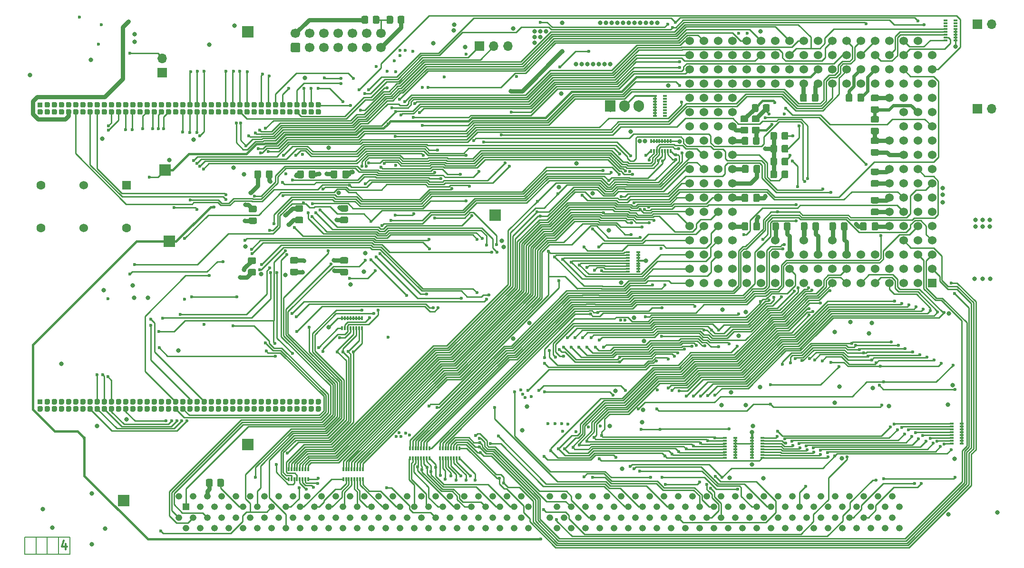
<source format=gbr>
G04 #@! TF.GenerationSoftware,KiCad,Pcbnew,(5.1.10-1-10_14)*
G04 #@! TF.CreationDate,2021-08-09T19:17:03+02:00*
G04 #@! TF.ProjectId,A3660_shanshe_mod2,41333636-305f-4736-9861-6e7368655f6d,rev?*
G04 #@! TF.SameCoordinates,Original*
G04 #@! TF.FileFunction,Copper,L4,Bot*
G04 #@! TF.FilePolarity,Positive*
%FSLAX46Y46*%
G04 Gerber Fmt 4.6, Leading zero omitted, Abs format (unit mm)*
G04 Created by KiCad (PCBNEW (5.1.10-1-10_14)) date 2021-08-09 19:17:03*
%MOMM*%
%LPD*%
G01*
G04 APERTURE LIST*
G04 #@! TA.AperFunction,NonConductor*
%ADD10C,0.150000*%
G04 #@! TD*
G04 #@! TA.AperFunction,NonConductor*
%ADD11C,0.300000*%
G04 #@! TD*
G04 #@! TA.AperFunction,ComponentPad*
%ADD12R,1.524000X1.524000*%
G04 #@! TD*
G04 #@! TA.AperFunction,ComponentPad*
%ADD13C,1.524000*%
G04 #@! TD*
G04 #@! TA.AperFunction,ComponentPad*
%ADD14R,0.950000X0.950000*%
G04 #@! TD*
G04 #@! TA.AperFunction,SMDPad,CuDef*
%ADD15R,0.800000X0.300000*%
G04 #@! TD*
G04 #@! TA.AperFunction,ComponentPad*
%ADD16C,1.700000*%
G04 #@! TD*
G04 #@! TA.AperFunction,ComponentPad*
%ADD17R,1.905000X2.000000*%
G04 #@! TD*
G04 #@! TA.AperFunction,ComponentPad*
%ADD18O,1.905000X2.000000*%
G04 #@! TD*
G04 #@! TA.AperFunction,SMDPad,CuDef*
%ADD19R,0.300000X0.800000*%
G04 #@! TD*
G04 #@! TA.AperFunction,ComponentPad*
%ADD20R,1.700000X1.700000*%
G04 #@! TD*
G04 #@! TA.AperFunction,ComponentPad*
%ADD21O,1.700000X1.700000*%
G04 #@! TD*
G04 #@! TA.AperFunction,ComponentPad*
%ADD22O,1.200000X1.200000*%
G04 #@! TD*
G04 #@! TA.AperFunction,ComponentPad*
%ADD23R,1.200000X1.200000*%
G04 #@! TD*
G04 #@! TA.AperFunction,ComponentPad*
%ADD24C,1.600000*%
G04 #@! TD*
G04 #@! TA.AperFunction,ComponentPad*
%ADD25R,1.600000X1.600000*%
G04 #@! TD*
G04 #@! TA.AperFunction,ComponentPad*
%ADD26R,2.000000X2.000000*%
G04 #@! TD*
G04 #@! TA.AperFunction,ViaPad*
%ADD27C,0.800000*%
G04 #@! TD*
G04 #@! TA.AperFunction,ViaPad*
%ADD28C,0.600000*%
G04 #@! TD*
G04 #@! TA.AperFunction,Conductor*
%ADD29C,0.800000*%
G04 #@! TD*
G04 #@! TA.AperFunction,Conductor*
%ADD30C,0.250000*%
G04 #@! TD*
G04 #@! TA.AperFunction,Conductor*
%ADD31C,0.600000*%
G04 #@! TD*
G04 #@! TA.AperFunction,Conductor*
%ADD32C,0.400000*%
G04 #@! TD*
G04 #@! TA.AperFunction,Conductor*
%ADD33C,0.300000*%
G04 #@! TD*
G04 APERTURE END LIST*
D10*
X82555500Y-122301000D02*
X82555500Y-125349000D01*
X80555500Y-122301000D02*
X80555500Y-125349000D01*
X84555500Y-122301000D02*
X84555500Y-125349000D01*
X78549500Y-125349000D02*
X78549500Y-122301000D01*
X86549500Y-125349000D02*
X78549500Y-125349000D01*
X86549500Y-122301000D02*
X86549500Y-125349000D01*
X78549500Y-122301000D02*
X86549500Y-122301000D01*
D11*
X85820214Y-123503571D02*
X85820214Y-124503571D01*
X85463071Y-122932142D02*
X85105928Y-124003571D01*
X86034500Y-124003571D01*
D12*
X240055000Y-77050900D03*
D13*
X237515000Y-77050900D03*
X234975000Y-77050900D03*
X232435000Y-77050900D03*
X229895000Y-77050900D03*
X227355000Y-77050900D03*
X224815000Y-77050900D03*
X222275000Y-77050900D03*
X219735000Y-77050900D03*
X217195000Y-77050900D03*
X214655000Y-77050900D03*
X212115000Y-77050900D03*
X209575000Y-77050900D03*
X207035000Y-77050900D03*
X204495000Y-77050900D03*
X201955000Y-77050900D03*
X199415000Y-77050900D03*
X196875000Y-77050900D03*
X240055000Y-74510900D03*
X237515000Y-74510900D03*
X234975000Y-74510900D03*
X232435000Y-74510900D03*
X229895000Y-74510900D03*
X227355000Y-74510900D03*
X224815000Y-74510900D03*
X222275000Y-74510900D03*
X219735000Y-74510900D03*
X217195000Y-74510900D03*
X214655000Y-74510900D03*
X212115000Y-74510900D03*
X209575000Y-74510900D03*
X207035000Y-74510900D03*
X204495000Y-74510900D03*
X201955000Y-74510900D03*
X199415000Y-74510900D03*
X196875000Y-74510900D03*
X240055000Y-71970900D03*
X237515000Y-71970900D03*
X234975000Y-71970900D03*
X232435000Y-71970900D03*
X229895000Y-71970900D03*
X227355000Y-71970900D03*
X224815000Y-71970900D03*
X222275000Y-71970900D03*
X219735000Y-71970900D03*
X217195000Y-71970900D03*
X214655000Y-71970900D03*
X212115000Y-71970900D03*
X209575000Y-71970900D03*
X207035000Y-71970900D03*
X204495000Y-71970900D03*
X201955000Y-71970900D03*
X199415000Y-71970900D03*
X196875000Y-71970900D03*
X240055000Y-69430900D03*
X237515000Y-69430900D03*
X234975000Y-69430900D03*
X201955000Y-69430900D03*
X199415000Y-69430900D03*
X196875000Y-69430900D03*
X240055000Y-66890900D03*
X237515000Y-66890900D03*
X234975000Y-66890900D03*
X201955000Y-66890900D03*
X199415000Y-66890900D03*
X196875000Y-66890900D03*
X240055000Y-64350900D03*
X237515000Y-64350900D03*
X234975000Y-64350900D03*
X201955000Y-64350900D03*
X199415000Y-64350900D03*
X196875000Y-64350900D03*
X240055000Y-61810900D03*
X237515000Y-61810900D03*
X234975000Y-61810900D03*
X201955000Y-61810900D03*
X199415000Y-61810900D03*
X196875000Y-61810900D03*
X240055000Y-59270900D03*
X237515000Y-59270900D03*
X234975000Y-59270900D03*
X201955000Y-59270900D03*
X199415000Y-59270900D03*
X196875000Y-59270900D03*
X240055000Y-56730900D03*
X237515000Y-56730900D03*
X234975000Y-56730900D03*
X201955000Y-56730900D03*
X199415000Y-56730900D03*
X196875000Y-56730900D03*
X240055000Y-54190900D03*
X237515000Y-54190900D03*
X234975000Y-54190900D03*
X201955000Y-54190900D03*
X199415000Y-54190900D03*
X196875000Y-54190900D03*
X240055000Y-51650900D03*
X237515000Y-51650900D03*
X234975000Y-51650900D03*
X201955000Y-51650900D03*
X199415000Y-51650900D03*
X196875000Y-51650900D03*
X240055000Y-49110900D03*
X237515000Y-49110900D03*
X234975000Y-49110900D03*
X201955000Y-49110900D03*
X199415000Y-49110900D03*
X196875000Y-49110900D03*
X240055000Y-46570900D03*
X237515000Y-46570900D03*
X234975000Y-46570900D03*
X201955000Y-46570900D03*
X199415000Y-46570900D03*
X196875000Y-46570900D03*
X240055000Y-44030900D03*
X237515000Y-44030900D03*
X234975000Y-44030900D03*
X201955000Y-44030900D03*
X199415000Y-44030900D03*
X196875000Y-44030900D03*
X240055000Y-41490900D03*
X237515000Y-41490900D03*
X234975000Y-41490900D03*
X201955000Y-41490900D03*
X199415000Y-41490900D03*
X196875000Y-41490900D03*
X240055000Y-38950900D03*
X237515000Y-38950900D03*
X234975000Y-38950900D03*
X232435000Y-38950900D03*
X229895000Y-38950900D03*
X227355000Y-38950900D03*
X224815000Y-38950900D03*
X222275000Y-38950900D03*
X219735000Y-38950900D03*
X217195000Y-38950900D03*
X214655000Y-38950900D03*
X212115000Y-38950900D03*
X209575000Y-38950900D03*
X207035000Y-38950900D03*
X204495000Y-38950900D03*
X201955000Y-38950900D03*
X199415000Y-38950900D03*
X196875000Y-38950900D03*
X240055000Y-36410900D03*
X237515000Y-36410900D03*
X234975000Y-36410900D03*
X232435000Y-36410900D03*
X229895000Y-36410900D03*
X227355000Y-36410900D03*
X224815000Y-36410900D03*
X222275000Y-36410900D03*
X219735000Y-36410900D03*
X217195000Y-36410900D03*
X214655000Y-36410900D03*
X212115000Y-36410900D03*
X209575000Y-36410900D03*
X207035000Y-36410900D03*
X204495000Y-36410900D03*
X201955000Y-36410900D03*
X199415000Y-36410900D03*
X196875000Y-36410900D03*
X237515000Y-33870900D03*
X234975000Y-33870900D03*
X232435000Y-33870900D03*
X229895000Y-33870900D03*
X227355000Y-33870900D03*
X224815000Y-33870900D03*
X222275000Y-33870900D03*
X219735000Y-33870900D03*
X217195000Y-33870900D03*
X214655000Y-33870900D03*
X212115000Y-33870900D03*
X209575000Y-33870900D03*
X207035000Y-33870900D03*
X204495000Y-33870900D03*
X201955000Y-33870900D03*
X199415000Y-33870900D03*
X196875000Y-33870900D03*
X222275000Y-69430900D03*
X217195000Y-69430900D03*
X212115000Y-69430900D03*
X204495000Y-69430900D03*
X232435000Y-66890900D03*
X204495000Y-66890900D03*
X232435000Y-64350900D03*
X204495000Y-64350900D03*
X232435000Y-61810900D03*
X204495000Y-61810900D03*
X232435000Y-59270900D03*
X204495000Y-59270900D03*
X232435000Y-56730900D03*
X204495000Y-56730900D03*
X204495000Y-54190900D03*
X232435000Y-51650900D03*
X204495000Y-51650900D03*
X204495000Y-49110900D03*
X204495000Y-46570900D03*
X232435000Y-44030900D03*
X204495000Y-44030900D03*
X232435000Y-41490900D03*
X229895000Y-41490900D03*
X227355000Y-41490900D03*
X224815000Y-41490900D03*
X222275000Y-41490900D03*
X219735000Y-41490900D03*
X217195000Y-41490900D03*
X214655000Y-41490900D03*
X212115000Y-41490900D03*
X209575000Y-41490900D03*
X207035000Y-41490900D03*
X204495000Y-41490900D03*
G04 #@! TA.AperFunction,SMDPad,CuDef*
G36*
G01*
X229395000Y-56604500D02*
X230345000Y-56604500D01*
G75*
G02*
X230595000Y-56854500I0J-250000D01*
G01*
X230595000Y-57529500D01*
G75*
G02*
X230345000Y-57779500I-250000J0D01*
G01*
X229395000Y-57779500D01*
G75*
G02*
X229145000Y-57529500I0J250000D01*
G01*
X229145000Y-56854500D01*
G75*
G02*
X229395000Y-56604500I250000J0D01*
G01*
G37*
G04 #@! TD.AperFunction*
G04 #@! TA.AperFunction,SMDPad,CuDef*
G36*
G01*
X229395000Y-58679500D02*
X230345000Y-58679500D01*
G75*
G02*
X230595000Y-58929500I0J-250000D01*
G01*
X230595000Y-59604500D01*
G75*
G02*
X230345000Y-59854500I-250000J0D01*
G01*
X229395000Y-59854500D01*
G75*
G02*
X229145000Y-59604500I0J250000D01*
G01*
X229145000Y-58929500D01*
G75*
G02*
X229395000Y-58679500I250000J0D01*
G01*
G37*
G04 #@! TD.AperFunction*
G04 #@! TA.AperFunction,ComponentPad*
G36*
G01*
X130555500Y-46051500D02*
X131030500Y-46051500D01*
G75*
G02*
X131268000Y-46289000I0J-237500D01*
G01*
X131268000Y-46764000D01*
G75*
G02*
X131030500Y-47001500I-237500J0D01*
G01*
X130555500Y-47001500D01*
G75*
G02*
X130318000Y-46764000I0J237500D01*
G01*
X130318000Y-46289000D01*
G75*
G02*
X130555500Y-46051500I237500J0D01*
G01*
G37*
G04 #@! TD.AperFunction*
G04 #@! TA.AperFunction,ComponentPad*
G36*
G01*
X130555500Y-44781500D02*
X131030500Y-44781500D01*
G75*
G02*
X131268000Y-45019000I0J-237500D01*
G01*
X131268000Y-45494000D01*
G75*
G02*
X131030500Y-45731500I-237500J0D01*
G01*
X130555500Y-45731500D01*
G75*
G02*
X130318000Y-45494000I0J237500D01*
G01*
X130318000Y-45019000D01*
G75*
G02*
X130555500Y-44781500I237500J0D01*
G01*
G37*
G04 #@! TD.AperFunction*
G04 #@! TA.AperFunction,ComponentPad*
G36*
G01*
X129285500Y-46051500D02*
X129760500Y-46051500D01*
G75*
G02*
X129998000Y-46289000I0J-237500D01*
G01*
X129998000Y-46764000D01*
G75*
G02*
X129760500Y-47001500I-237500J0D01*
G01*
X129285500Y-47001500D01*
G75*
G02*
X129048000Y-46764000I0J237500D01*
G01*
X129048000Y-46289000D01*
G75*
G02*
X129285500Y-46051500I237500J0D01*
G01*
G37*
G04 #@! TD.AperFunction*
G04 #@! TA.AperFunction,ComponentPad*
G36*
G01*
X129285500Y-44781500D02*
X129760500Y-44781500D01*
G75*
G02*
X129998000Y-45019000I0J-237500D01*
G01*
X129998000Y-45494000D01*
G75*
G02*
X129760500Y-45731500I-237500J0D01*
G01*
X129285500Y-45731500D01*
G75*
G02*
X129048000Y-45494000I0J237500D01*
G01*
X129048000Y-45019000D01*
G75*
G02*
X129285500Y-44781500I237500J0D01*
G01*
G37*
G04 #@! TD.AperFunction*
G04 #@! TA.AperFunction,ComponentPad*
G36*
G01*
X128015500Y-46051500D02*
X128490500Y-46051500D01*
G75*
G02*
X128728000Y-46289000I0J-237500D01*
G01*
X128728000Y-46764000D01*
G75*
G02*
X128490500Y-47001500I-237500J0D01*
G01*
X128015500Y-47001500D01*
G75*
G02*
X127778000Y-46764000I0J237500D01*
G01*
X127778000Y-46289000D01*
G75*
G02*
X128015500Y-46051500I237500J0D01*
G01*
G37*
G04 #@! TD.AperFunction*
G04 #@! TA.AperFunction,ComponentPad*
G36*
G01*
X128015500Y-44781500D02*
X128490500Y-44781500D01*
G75*
G02*
X128728000Y-45019000I0J-237500D01*
G01*
X128728000Y-45494000D01*
G75*
G02*
X128490500Y-45731500I-237500J0D01*
G01*
X128015500Y-45731500D01*
G75*
G02*
X127778000Y-45494000I0J237500D01*
G01*
X127778000Y-45019000D01*
G75*
G02*
X128015500Y-44781500I237500J0D01*
G01*
G37*
G04 #@! TD.AperFunction*
G04 #@! TA.AperFunction,ComponentPad*
G36*
G01*
X126745500Y-46051500D02*
X127220500Y-46051500D01*
G75*
G02*
X127458000Y-46289000I0J-237500D01*
G01*
X127458000Y-46764000D01*
G75*
G02*
X127220500Y-47001500I-237500J0D01*
G01*
X126745500Y-47001500D01*
G75*
G02*
X126508000Y-46764000I0J237500D01*
G01*
X126508000Y-46289000D01*
G75*
G02*
X126745500Y-46051500I237500J0D01*
G01*
G37*
G04 #@! TD.AperFunction*
G04 #@! TA.AperFunction,ComponentPad*
G36*
G01*
X126745500Y-44781500D02*
X127220500Y-44781500D01*
G75*
G02*
X127458000Y-45019000I0J-237500D01*
G01*
X127458000Y-45494000D01*
G75*
G02*
X127220500Y-45731500I-237500J0D01*
G01*
X126745500Y-45731500D01*
G75*
G02*
X126508000Y-45494000I0J237500D01*
G01*
X126508000Y-45019000D01*
G75*
G02*
X126745500Y-44781500I237500J0D01*
G01*
G37*
G04 #@! TD.AperFunction*
G04 #@! TA.AperFunction,ComponentPad*
G36*
G01*
X125475500Y-46051500D02*
X125950500Y-46051500D01*
G75*
G02*
X126188000Y-46289000I0J-237500D01*
G01*
X126188000Y-46764000D01*
G75*
G02*
X125950500Y-47001500I-237500J0D01*
G01*
X125475500Y-47001500D01*
G75*
G02*
X125238000Y-46764000I0J237500D01*
G01*
X125238000Y-46289000D01*
G75*
G02*
X125475500Y-46051500I237500J0D01*
G01*
G37*
G04 #@! TD.AperFunction*
G04 #@! TA.AperFunction,ComponentPad*
G36*
G01*
X125475500Y-44781500D02*
X125950500Y-44781500D01*
G75*
G02*
X126188000Y-45019000I0J-237500D01*
G01*
X126188000Y-45494000D01*
G75*
G02*
X125950500Y-45731500I-237500J0D01*
G01*
X125475500Y-45731500D01*
G75*
G02*
X125238000Y-45494000I0J237500D01*
G01*
X125238000Y-45019000D01*
G75*
G02*
X125475500Y-44781500I237500J0D01*
G01*
G37*
G04 #@! TD.AperFunction*
G04 #@! TA.AperFunction,ComponentPad*
G36*
G01*
X124205500Y-46051500D02*
X124680500Y-46051500D01*
G75*
G02*
X124918000Y-46289000I0J-237500D01*
G01*
X124918000Y-46764000D01*
G75*
G02*
X124680500Y-47001500I-237500J0D01*
G01*
X124205500Y-47001500D01*
G75*
G02*
X123968000Y-46764000I0J237500D01*
G01*
X123968000Y-46289000D01*
G75*
G02*
X124205500Y-46051500I237500J0D01*
G01*
G37*
G04 #@! TD.AperFunction*
G04 #@! TA.AperFunction,ComponentPad*
G36*
G01*
X124205500Y-44781500D02*
X124680500Y-44781500D01*
G75*
G02*
X124918000Y-45019000I0J-237500D01*
G01*
X124918000Y-45494000D01*
G75*
G02*
X124680500Y-45731500I-237500J0D01*
G01*
X124205500Y-45731500D01*
G75*
G02*
X123968000Y-45494000I0J237500D01*
G01*
X123968000Y-45019000D01*
G75*
G02*
X124205500Y-44781500I237500J0D01*
G01*
G37*
G04 #@! TD.AperFunction*
G04 #@! TA.AperFunction,ComponentPad*
G36*
G01*
X122935500Y-46051500D02*
X123410500Y-46051500D01*
G75*
G02*
X123648000Y-46289000I0J-237500D01*
G01*
X123648000Y-46764000D01*
G75*
G02*
X123410500Y-47001500I-237500J0D01*
G01*
X122935500Y-47001500D01*
G75*
G02*
X122698000Y-46764000I0J237500D01*
G01*
X122698000Y-46289000D01*
G75*
G02*
X122935500Y-46051500I237500J0D01*
G01*
G37*
G04 #@! TD.AperFunction*
G04 #@! TA.AperFunction,ComponentPad*
G36*
G01*
X122935500Y-44781500D02*
X123410500Y-44781500D01*
G75*
G02*
X123648000Y-45019000I0J-237500D01*
G01*
X123648000Y-45494000D01*
G75*
G02*
X123410500Y-45731500I-237500J0D01*
G01*
X122935500Y-45731500D01*
G75*
G02*
X122698000Y-45494000I0J237500D01*
G01*
X122698000Y-45019000D01*
G75*
G02*
X122935500Y-44781500I237500J0D01*
G01*
G37*
G04 #@! TD.AperFunction*
G04 #@! TA.AperFunction,ComponentPad*
G36*
G01*
X121665500Y-46051500D02*
X122140500Y-46051500D01*
G75*
G02*
X122378000Y-46289000I0J-237500D01*
G01*
X122378000Y-46764000D01*
G75*
G02*
X122140500Y-47001500I-237500J0D01*
G01*
X121665500Y-47001500D01*
G75*
G02*
X121428000Y-46764000I0J237500D01*
G01*
X121428000Y-46289000D01*
G75*
G02*
X121665500Y-46051500I237500J0D01*
G01*
G37*
G04 #@! TD.AperFunction*
G04 #@! TA.AperFunction,ComponentPad*
G36*
G01*
X121665500Y-44781500D02*
X122140500Y-44781500D01*
G75*
G02*
X122378000Y-45019000I0J-237500D01*
G01*
X122378000Y-45494000D01*
G75*
G02*
X122140500Y-45731500I-237500J0D01*
G01*
X121665500Y-45731500D01*
G75*
G02*
X121428000Y-45494000I0J237500D01*
G01*
X121428000Y-45019000D01*
G75*
G02*
X121665500Y-44781500I237500J0D01*
G01*
G37*
G04 #@! TD.AperFunction*
G04 #@! TA.AperFunction,ComponentPad*
G36*
G01*
X120395500Y-46051500D02*
X120870500Y-46051500D01*
G75*
G02*
X121108000Y-46289000I0J-237500D01*
G01*
X121108000Y-46764000D01*
G75*
G02*
X120870500Y-47001500I-237500J0D01*
G01*
X120395500Y-47001500D01*
G75*
G02*
X120158000Y-46764000I0J237500D01*
G01*
X120158000Y-46289000D01*
G75*
G02*
X120395500Y-46051500I237500J0D01*
G01*
G37*
G04 #@! TD.AperFunction*
G04 #@! TA.AperFunction,ComponentPad*
G36*
G01*
X120395500Y-44781500D02*
X120870500Y-44781500D01*
G75*
G02*
X121108000Y-45019000I0J-237500D01*
G01*
X121108000Y-45494000D01*
G75*
G02*
X120870500Y-45731500I-237500J0D01*
G01*
X120395500Y-45731500D01*
G75*
G02*
X120158000Y-45494000I0J237500D01*
G01*
X120158000Y-45019000D01*
G75*
G02*
X120395500Y-44781500I237500J0D01*
G01*
G37*
G04 #@! TD.AperFunction*
G04 #@! TA.AperFunction,ComponentPad*
G36*
G01*
X119125500Y-46051500D02*
X119600500Y-46051500D01*
G75*
G02*
X119838000Y-46289000I0J-237500D01*
G01*
X119838000Y-46764000D01*
G75*
G02*
X119600500Y-47001500I-237500J0D01*
G01*
X119125500Y-47001500D01*
G75*
G02*
X118888000Y-46764000I0J237500D01*
G01*
X118888000Y-46289000D01*
G75*
G02*
X119125500Y-46051500I237500J0D01*
G01*
G37*
G04 #@! TD.AperFunction*
G04 #@! TA.AperFunction,ComponentPad*
G36*
G01*
X119125500Y-44781500D02*
X119600500Y-44781500D01*
G75*
G02*
X119838000Y-45019000I0J-237500D01*
G01*
X119838000Y-45494000D01*
G75*
G02*
X119600500Y-45731500I-237500J0D01*
G01*
X119125500Y-45731500D01*
G75*
G02*
X118888000Y-45494000I0J237500D01*
G01*
X118888000Y-45019000D01*
G75*
G02*
X119125500Y-44781500I237500J0D01*
G01*
G37*
G04 #@! TD.AperFunction*
G04 #@! TA.AperFunction,ComponentPad*
G36*
G01*
X117855500Y-46051500D02*
X118330500Y-46051500D01*
G75*
G02*
X118568000Y-46289000I0J-237500D01*
G01*
X118568000Y-46764000D01*
G75*
G02*
X118330500Y-47001500I-237500J0D01*
G01*
X117855500Y-47001500D01*
G75*
G02*
X117618000Y-46764000I0J237500D01*
G01*
X117618000Y-46289000D01*
G75*
G02*
X117855500Y-46051500I237500J0D01*
G01*
G37*
G04 #@! TD.AperFunction*
G04 #@! TA.AperFunction,ComponentPad*
G36*
G01*
X117855500Y-44781500D02*
X118330500Y-44781500D01*
G75*
G02*
X118568000Y-45019000I0J-237500D01*
G01*
X118568000Y-45494000D01*
G75*
G02*
X118330500Y-45731500I-237500J0D01*
G01*
X117855500Y-45731500D01*
G75*
G02*
X117618000Y-45494000I0J237500D01*
G01*
X117618000Y-45019000D01*
G75*
G02*
X117855500Y-44781500I237500J0D01*
G01*
G37*
G04 #@! TD.AperFunction*
G04 #@! TA.AperFunction,ComponentPad*
G36*
G01*
X116585500Y-46051500D02*
X117060500Y-46051500D01*
G75*
G02*
X117298000Y-46289000I0J-237500D01*
G01*
X117298000Y-46764000D01*
G75*
G02*
X117060500Y-47001500I-237500J0D01*
G01*
X116585500Y-47001500D01*
G75*
G02*
X116348000Y-46764000I0J237500D01*
G01*
X116348000Y-46289000D01*
G75*
G02*
X116585500Y-46051500I237500J0D01*
G01*
G37*
G04 #@! TD.AperFunction*
G04 #@! TA.AperFunction,ComponentPad*
G36*
G01*
X116585500Y-44781500D02*
X117060500Y-44781500D01*
G75*
G02*
X117298000Y-45019000I0J-237500D01*
G01*
X117298000Y-45494000D01*
G75*
G02*
X117060500Y-45731500I-237500J0D01*
G01*
X116585500Y-45731500D01*
G75*
G02*
X116348000Y-45494000I0J237500D01*
G01*
X116348000Y-45019000D01*
G75*
G02*
X116585500Y-44781500I237500J0D01*
G01*
G37*
G04 #@! TD.AperFunction*
G04 #@! TA.AperFunction,ComponentPad*
G36*
G01*
X115315500Y-46051500D02*
X115790500Y-46051500D01*
G75*
G02*
X116028000Y-46289000I0J-237500D01*
G01*
X116028000Y-46764000D01*
G75*
G02*
X115790500Y-47001500I-237500J0D01*
G01*
X115315500Y-47001500D01*
G75*
G02*
X115078000Y-46764000I0J237500D01*
G01*
X115078000Y-46289000D01*
G75*
G02*
X115315500Y-46051500I237500J0D01*
G01*
G37*
G04 #@! TD.AperFunction*
G04 #@! TA.AperFunction,ComponentPad*
G36*
G01*
X115315500Y-44781500D02*
X115790500Y-44781500D01*
G75*
G02*
X116028000Y-45019000I0J-237500D01*
G01*
X116028000Y-45494000D01*
G75*
G02*
X115790500Y-45731500I-237500J0D01*
G01*
X115315500Y-45731500D01*
G75*
G02*
X115078000Y-45494000I0J237500D01*
G01*
X115078000Y-45019000D01*
G75*
G02*
X115315500Y-44781500I237500J0D01*
G01*
G37*
G04 #@! TD.AperFunction*
G04 #@! TA.AperFunction,ComponentPad*
G36*
G01*
X114045500Y-46051500D02*
X114520500Y-46051500D01*
G75*
G02*
X114758000Y-46289000I0J-237500D01*
G01*
X114758000Y-46764000D01*
G75*
G02*
X114520500Y-47001500I-237500J0D01*
G01*
X114045500Y-47001500D01*
G75*
G02*
X113808000Y-46764000I0J237500D01*
G01*
X113808000Y-46289000D01*
G75*
G02*
X114045500Y-46051500I237500J0D01*
G01*
G37*
G04 #@! TD.AperFunction*
G04 #@! TA.AperFunction,ComponentPad*
G36*
G01*
X114045500Y-44781500D02*
X114520500Y-44781500D01*
G75*
G02*
X114758000Y-45019000I0J-237500D01*
G01*
X114758000Y-45494000D01*
G75*
G02*
X114520500Y-45731500I-237500J0D01*
G01*
X114045500Y-45731500D01*
G75*
G02*
X113808000Y-45494000I0J237500D01*
G01*
X113808000Y-45019000D01*
G75*
G02*
X114045500Y-44781500I237500J0D01*
G01*
G37*
G04 #@! TD.AperFunction*
G04 #@! TA.AperFunction,ComponentPad*
G36*
G01*
X112775500Y-46051500D02*
X113250500Y-46051500D01*
G75*
G02*
X113488000Y-46289000I0J-237500D01*
G01*
X113488000Y-46764000D01*
G75*
G02*
X113250500Y-47001500I-237500J0D01*
G01*
X112775500Y-47001500D01*
G75*
G02*
X112538000Y-46764000I0J237500D01*
G01*
X112538000Y-46289000D01*
G75*
G02*
X112775500Y-46051500I237500J0D01*
G01*
G37*
G04 #@! TD.AperFunction*
G04 #@! TA.AperFunction,ComponentPad*
G36*
G01*
X112775500Y-44781500D02*
X113250500Y-44781500D01*
G75*
G02*
X113488000Y-45019000I0J-237500D01*
G01*
X113488000Y-45494000D01*
G75*
G02*
X113250500Y-45731500I-237500J0D01*
G01*
X112775500Y-45731500D01*
G75*
G02*
X112538000Y-45494000I0J237500D01*
G01*
X112538000Y-45019000D01*
G75*
G02*
X112775500Y-44781500I237500J0D01*
G01*
G37*
G04 #@! TD.AperFunction*
G04 #@! TA.AperFunction,ComponentPad*
G36*
G01*
X111505500Y-46051500D02*
X111980500Y-46051500D01*
G75*
G02*
X112218000Y-46289000I0J-237500D01*
G01*
X112218000Y-46764000D01*
G75*
G02*
X111980500Y-47001500I-237500J0D01*
G01*
X111505500Y-47001500D01*
G75*
G02*
X111268000Y-46764000I0J237500D01*
G01*
X111268000Y-46289000D01*
G75*
G02*
X111505500Y-46051500I237500J0D01*
G01*
G37*
G04 #@! TD.AperFunction*
G04 #@! TA.AperFunction,ComponentPad*
G36*
G01*
X111505500Y-44781500D02*
X111980500Y-44781500D01*
G75*
G02*
X112218000Y-45019000I0J-237500D01*
G01*
X112218000Y-45494000D01*
G75*
G02*
X111980500Y-45731500I-237500J0D01*
G01*
X111505500Y-45731500D01*
G75*
G02*
X111268000Y-45494000I0J237500D01*
G01*
X111268000Y-45019000D01*
G75*
G02*
X111505500Y-44781500I237500J0D01*
G01*
G37*
G04 #@! TD.AperFunction*
G04 #@! TA.AperFunction,ComponentPad*
G36*
G01*
X110235500Y-46051500D02*
X110710500Y-46051500D01*
G75*
G02*
X110948000Y-46289000I0J-237500D01*
G01*
X110948000Y-46764000D01*
G75*
G02*
X110710500Y-47001500I-237500J0D01*
G01*
X110235500Y-47001500D01*
G75*
G02*
X109998000Y-46764000I0J237500D01*
G01*
X109998000Y-46289000D01*
G75*
G02*
X110235500Y-46051500I237500J0D01*
G01*
G37*
G04 #@! TD.AperFunction*
G04 #@! TA.AperFunction,ComponentPad*
G36*
G01*
X110235500Y-44781500D02*
X110710500Y-44781500D01*
G75*
G02*
X110948000Y-45019000I0J-237500D01*
G01*
X110948000Y-45494000D01*
G75*
G02*
X110710500Y-45731500I-237500J0D01*
G01*
X110235500Y-45731500D01*
G75*
G02*
X109998000Y-45494000I0J237500D01*
G01*
X109998000Y-45019000D01*
G75*
G02*
X110235500Y-44781500I237500J0D01*
G01*
G37*
G04 #@! TD.AperFunction*
G04 #@! TA.AperFunction,ComponentPad*
G36*
G01*
X108965500Y-46051500D02*
X109440500Y-46051500D01*
G75*
G02*
X109678000Y-46289000I0J-237500D01*
G01*
X109678000Y-46764000D01*
G75*
G02*
X109440500Y-47001500I-237500J0D01*
G01*
X108965500Y-47001500D01*
G75*
G02*
X108728000Y-46764000I0J237500D01*
G01*
X108728000Y-46289000D01*
G75*
G02*
X108965500Y-46051500I237500J0D01*
G01*
G37*
G04 #@! TD.AperFunction*
G04 #@! TA.AperFunction,ComponentPad*
G36*
G01*
X108965500Y-44781500D02*
X109440500Y-44781500D01*
G75*
G02*
X109678000Y-45019000I0J-237500D01*
G01*
X109678000Y-45494000D01*
G75*
G02*
X109440500Y-45731500I-237500J0D01*
G01*
X108965500Y-45731500D01*
G75*
G02*
X108728000Y-45494000I0J237500D01*
G01*
X108728000Y-45019000D01*
G75*
G02*
X108965500Y-44781500I237500J0D01*
G01*
G37*
G04 #@! TD.AperFunction*
G04 #@! TA.AperFunction,ComponentPad*
G36*
G01*
X107695500Y-46051500D02*
X108170500Y-46051500D01*
G75*
G02*
X108408000Y-46289000I0J-237500D01*
G01*
X108408000Y-46764000D01*
G75*
G02*
X108170500Y-47001500I-237500J0D01*
G01*
X107695500Y-47001500D01*
G75*
G02*
X107458000Y-46764000I0J237500D01*
G01*
X107458000Y-46289000D01*
G75*
G02*
X107695500Y-46051500I237500J0D01*
G01*
G37*
G04 #@! TD.AperFunction*
G04 #@! TA.AperFunction,ComponentPad*
G36*
G01*
X107695500Y-44781500D02*
X108170500Y-44781500D01*
G75*
G02*
X108408000Y-45019000I0J-237500D01*
G01*
X108408000Y-45494000D01*
G75*
G02*
X108170500Y-45731500I-237500J0D01*
G01*
X107695500Y-45731500D01*
G75*
G02*
X107458000Y-45494000I0J237500D01*
G01*
X107458000Y-45019000D01*
G75*
G02*
X107695500Y-44781500I237500J0D01*
G01*
G37*
G04 #@! TD.AperFunction*
G04 #@! TA.AperFunction,ComponentPad*
G36*
G01*
X106425500Y-46051500D02*
X106900500Y-46051500D01*
G75*
G02*
X107138000Y-46289000I0J-237500D01*
G01*
X107138000Y-46764000D01*
G75*
G02*
X106900500Y-47001500I-237500J0D01*
G01*
X106425500Y-47001500D01*
G75*
G02*
X106188000Y-46764000I0J237500D01*
G01*
X106188000Y-46289000D01*
G75*
G02*
X106425500Y-46051500I237500J0D01*
G01*
G37*
G04 #@! TD.AperFunction*
G04 #@! TA.AperFunction,ComponentPad*
G36*
G01*
X106425500Y-44781500D02*
X106900500Y-44781500D01*
G75*
G02*
X107138000Y-45019000I0J-237500D01*
G01*
X107138000Y-45494000D01*
G75*
G02*
X106900500Y-45731500I-237500J0D01*
G01*
X106425500Y-45731500D01*
G75*
G02*
X106188000Y-45494000I0J237500D01*
G01*
X106188000Y-45019000D01*
G75*
G02*
X106425500Y-44781500I237500J0D01*
G01*
G37*
G04 #@! TD.AperFunction*
G04 #@! TA.AperFunction,ComponentPad*
G36*
G01*
X105155500Y-46051500D02*
X105630500Y-46051500D01*
G75*
G02*
X105868000Y-46289000I0J-237500D01*
G01*
X105868000Y-46764000D01*
G75*
G02*
X105630500Y-47001500I-237500J0D01*
G01*
X105155500Y-47001500D01*
G75*
G02*
X104918000Y-46764000I0J237500D01*
G01*
X104918000Y-46289000D01*
G75*
G02*
X105155500Y-46051500I237500J0D01*
G01*
G37*
G04 #@! TD.AperFunction*
G04 #@! TA.AperFunction,ComponentPad*
G36*
G01*
X105155500Y-44781500D02*
X105630500Y-44781500D01*
G75*
G02*
X105868000Y-45019000I0J-237500D01*
G01*
X105868000Y-45494000D01*
G75*
G02*
X105630500Y-45731500I-237500J0D01*
G01*
X105155500Y-45731500D01*
G75*
G02*
X104918000Y-45494000I0J237500D01*
G01*
X104918000Y-45019000D01*
G75*
G02*
X105155500Y-44781500I237500J0D01*
G01*
G37*
G04 #@! TD.AperFunction*
G04 #@! TA.AperFunction,ComponentPad*
G36*
G01*
X103885500Y-46051500D02*
X104360500Y-46051500D01*
G75*
G02*
X104598000Y-46289000I0J-237500D01*
G01*
X104598000Y-46764000D01*
G75*
G02*
X104360500Y-47001500I-237500J0D01*
G01*
X103885500Y-47001500D01*
G75*
G02*
X103648000Y-46764000I0J237500D01*
G01*
X103648000Y-46289000D01*
G75*
G02*
X103885500Y-46051500I237500J0D01*
G01*
G37*
G04 #@! TD.AperFunction*
G04 #@! TA.AperFunction,ComponentPad*
G36*
G01*
X103885500Y-44781500D02*
X104360500Y-44781500D01*
G75*
G02*
X104598000Y-45019000I0J-237500D01*
G01*
X104598000Y-45494000D01*
G75*
G02*
X104360500Y-45731500I-237500J0D01*
G01*
X103885500Y-45731500D01*
G75*
G02*
X103648000Y-45494000I0J237500D01*
G01*
X103648000Y-45019000D01*
G75*
G02*
X103885500Y-44781500I237500J0D01*
G01*
G37*
G04 #@! TD.AperFunction*
G04 #@! TA.AperFunction,ComponentPad*
G36*
G01*
X102615500Y-46051500D02*
X103090500Y-46051500D01*
G75*
G02*
X103328000Y-46289000I0J-237500D01*
G01*
X103328000Y-46764000D01*
G75*
G02*
X103090500Y-47001500I-237500J0D01*
G01*
X102615500Y-47001500D01*
G75*
G02*
X102378000Y-46764000I0J237500D01*
G01*
X102378000Y-46289000D01*
G75*
G02*
X102615500Y-46051500I237500J0D01*
G01*
G37*
G04 #@! TD.AperFunction*
G04 #@! TA.AperFunction,ComponentPad*
G36*
G01*
X102615500Y-44781500D02*
X103090500Y-44781500D01*
G75*
G02*
X103328000Y-45019000I0J-237500D01*
G01*
X103328000Y-45494000D01*
G75*
G02*
X103090500Y-45731500I-237500J0D01*
G01*
X102615500Y-45731500D01*
G75*
G02*
X102378000Y-45494000I0J237500D01*
G01*
X102378000Y-45019000D01*
G75*
G02*
X102615500Y-44781500I237500J0D01*
G01*
G37*
G04 #@! TD.AperFunction*
G04 #@! TA.AperFunction,ComponentPad*
G36*
G01*
X101345500Y-46051500D02*
X101820500Y-46051500D01*
G75*
G02*
X102058000Y-46289000I0J-237500D01*
G01*
X102058000Y-46764000D01*
G75*
G02*
X101820500Y-47001500I-237500J0D01*
G01*
X101345500Y-47001500D01*
G75*
G02*
X101108000Y-46764000I0J237500D01*
G01*
X101108000Y-46289000D01*
G75*
G02*
X101345500Y-46051500I237500J0D01*
G01*
G37*
G04 #@! TD.AperFunction*
G04 #@! TA.AperFunction,ComponentPad*
G36*
G01*
X101345500Y-44781500D02*
X101820500Y-44781500D01*
G75*
G02*
X102058000Y-45019000I0J-237500D01*
G01*
X102058000Y-45494000D01*
G75*
G02*
X101820500Y-45731500I-237500J0D01*
G01*
X101345500Y-45731500D01*
G75*
G02*
X101108000Y-45494000I0J237500D01*
G01*
X101108000Y-45019000D01*
G75*
G02*
X101345500Y-44781500I237500J0D01*
G01*
G37*
G04 #@! TD.AperFunction*
G04 #@! TA.AperFunction,ComponentPad*
G36*
G01*
X100075500Y-46051500D02*
X100550500Y-46051500D01*
G75*
G02*
X100788000Y-46289000I0J-237500D01*
G01*
X100788000Y-46764000D01*
G75*
G02*
X100550500Y-47001500I-237500J0D01*
G01*
X100075500Y-47001500D01*
G75*
G02*
X99838000Y-46764000I0J237500D01*
G01*
X99838000Y-46289000D01*
G75*
G02*
X100075500Y-46051500I237500J0D01*
G01*
G37*
G04 #@! TD.AperFunction*
G04 #@! TA.AperFunction,ComponentPad*
G36*
G01*
X100075500Y-44781500D02*
X100550500Y-44781500D01*
G75*
G02*
X100788000Y-45019000I0J-237500D01*
G01*
X100788000Y-45494000D01*
G75*
G02*
X100550500Y-45731500I-237500J0D01*
G01*
X100075500Y-45731500D01*
G75*
G02*
X99838000Y-45494000I0J237500D01*
G01*
X99838000Y-45019000D01*
G75*
G02*
X100075500Y-44781500I237500J0D01*
G01*
G37*
G04 #@! TD.AperFunction*
G04 #@! TA.AperFunction,ComponentPad*
G36*
G01*
X98805500Y-46051500D02*
X99280500Y-46051500D01*
G75*
G02*
X99518000Y-46289000I0J-237500D01*
G01*
X99518000Y-46764000D01*
G75*
G02*
X99280500Y-47001500I-237500J0D01*
G01*
X98805500Y-47001500D01*
G75*
G02*
X98568000Y-46764000I0J237500D01*
G01*
X98568000Y-46289000D01*
G75*
G02*
X98805500Y-46051500I237500J0D01*
G01*
G37*
G04 #@! TD.AperFunction*
G04 #@! TA.AperFunction,ComponentPad*
G36*
G01*
X98805500Y-44781500D02*
X99280500Y-44781500D01*
G75*
G02*
X99518000Y-45019000I0J-237500D01*
G01*
X99518000Y-45494000D01*
G75*
G02*
X99280500Y-45731500I-237500J0D01*
G01*
X98805500Y-45731500D01*
G75*
G02*
X98568000Y-45494000I0J237500D01*
G01*
X98568000Y-45019000D01*
G75*
G02*
X98805500Y-44781500I237500J0D01*
G01*
G37*
G04 #@! TD.AperFunction*
G04 #@! TA.AperFunction,ComponentPad*
G36*
G01*
X97535500Y-46051500D02*
X98010500Y-46051500D01*
G75*
G02*
X98248000Y-46289000I0J-237500D01*
G01*
X98248000Y-46764000D01*
G75*
G02*
X98010500Y-47001500I-237500J0D01*
G01*
X97535500Y-47001500D01*
G75*
G02*
X97298000Y-46764000I0J237500D01*
G01*
X97298000Y-46289000D01*
G75*
G02*
X97535500Y-46051500I237500J0D01*
G01*
G37*
G04 #@! TD.AperFunction*
G04 #@! TA.AperFunction,ComponentPad*
G36*
G01*
X97535500Y-44781500D02*
X98010500Y-44781500D01*
G75*
G02*
X98248000Y-45019000I0J-237500D01*
G01*
X98248000Y-45494000D01*
G75*
G02*
X98010500Y-45731500I-237500J0D01*
G01*
X97535500Y-45731500D01*
G75*
G02*
X97298000Y-45494000I0J237500D01*
G01*
X97298000Y-45019000D01*
G75*
G02*
X97535500Y-44781500I237500J0D01*
G01*
G37*
G04 #@! TD.AperFunction*
G04 #@! TA.AperFunction,ComponentPad*
G36*
G01*
X96265500Y-46051500D02*
X96740500Y-46051500D01*
G75*
G02*
X96978000Y-46289000I0J-237500D01*
G01*
X96978000Y-46764000D01*
G75*
G02*
X96740500Y-47001500I-237500J0D01*
G01*
X96265500Y-47001500D01*
G75*
G02*
X96028000Y-46764000I0J237500D01*
G01*
X96028000Y-46289000D01*
G75*
G02*
X96265500Y-46051500I237500J0D01*
G01*
G37*
G04 #@! TD.AperFunction*
G04 #@! TA.AperFunction,ComponentPad*
G36*
G01*
X96265500Y-44781500D02*
X96740500Y-44781500D01*
G75*
G02*
X96978000Y-45019000I0J-237500D01*
G01*
X96978000Y-45494000D01*
G75*
G02*
X96740500Y-45731500I-237500J0D01*
G01*
X96265500Y-45731500D01*
G75*
G02*
X96028000Y-45494000I0J237500D01*
G01*
X96028000Y-45019000D01*
G75*
G02*
X96265500Y-44781500I237500J0D01*
G01*
G37*
G04 #@! TD.AperFunction*
G04 #@! TA.AperFunction,ComponentPad*
G36*
G01*
X94995500Y-46051500D02*
X95470500Y-46051500D01*
G75*
G02*
X95708000Y-46289000I0J-237500D01*
G01*
X95708000Y-46764000D01*
G75*
G02*
X95470500Y-47001500I-237500J0D01*
G01*
X94995500Y-47001500D01*
G75*
G02*
X94758000Y-46764000I0J237500D01*
G01*
X94758000Y-46289000D01*
G75*
G02*
X94995500Y-46051500I237500J0D01*
G01*
G37*
G04 #@! TD.AperFunction*
G04 #@! TA.AperFunction,ComponentPad*
G36*
G01*
X94995500Y-44781500D02*
X95470500Y-44781500D01*
G75*
G02*
X95708000Y-45019000I0J-237500D01*
G01*
X95708000Y-45494000D01*
G75*
G02*
X95470500Y-45731500I-237500J0D01*
G01*
X94995500Y-45731500D01*
G75*
G02*
X94758000Y-45494000I0J237500D01*
G01*
X94758000Y-45019000D01*
G75*
G02*
X94995500Y-44781500I237500J0D01*
G01*
G37*
G04 #@! TD.AperFunction*
G04 #@! TA.AperFunction,ComponentPad*
G36*
G01*
X93725500Y-46051500D02*
X94200500Y-46051500D01*
G75*
G02*
X94438000Y-46289000I0J-237500D01*
G01*
X94438000Y-46764000D01*
G75*
G02*
X94200500Y-47001500I-237500J0D01*
G01*
X93725500Y-47001500D01*
G75*
G02*
X93488000Y-46764000I0J237500D01*
G01*
X93488000Y-46289000D01*
G75*
G02*
X93725500Y-46051500I237500J0D01*
G01*
G37*
G04 #@! TD.AperFunction*
G04 #@! TA.AperFunction,ComponentPad*
G36*
G01*
X93725500Y-44781500D02*
X94200500Y-44781500D01*
G75*
G02*
X94438000Y-45019000I0J-237500D01*
G01*
X94438000Y-45494000D01*
G75*
G02*
X94200500Y-45731500I-237500J0D01*
G01*
X93725500Y-45731500D01*
G75*
G02*
X93488000Y-45494000I0J237500D01*
G01*
X93488000Y-45019000D01*
G75*
G02*
X93725500Y-44781500I237500J0D01*
G01*
G37*
G04 #@! TD.AperFunction*
G04 #@! TA.AperFunction,ComponentPad*
G36*
G01*
X92455500Y-46051500D02*
X92930500Y-46051500D01*
G75*
G02*
X93168000Y-46289000I0J-237500D01*
G01*
X93168000Y-46764000D01*
G75*
G02*
X92930500Y-47001500I-237500J0D01*
G01*
X92455500Y-47001500D01*
G75*
G02*
X92218000Y-46764000I0J237500D01*
G01*
X92218000Y-46289000D01*
G75*
G02*
X92455500Y-46051500I237500J0D01*
G01*
G37*
G04 #@! TD.AperFunction*
G04 #@! TA.AperFunction,ComponentPad*
G36*
G01*
X92455500Y-44781500D02*
X92930500Y-44781500D01*
G75*
G02*
X93168000Y-45019000I0J-237500D01*
G01*
X93168000Y-45494000D01*
G75*
G02*
X92930500Y-45731500I-237500J0D01*
G01*
X92455500Y-45731500D01*
G75*
G02*
X92218000Y-45494000I0J237500D01*
G01*
X92218000Y-45019000D01*
G75*
G02*
X92455500Y-44781500I237500J0D01*
G01*
G37*
G04 #@! TD.AperFunction*
G04 #@! TA.AperFunction,ComponentPad*
G36*
G01*
X91185500Y-46051500D02*
X91660500Y-46051500D01*
G75*
G02*
X91898000Y-46289000I0J-237500D01*
G01*
X91898000Y-46764000D01*
G75*
G02*
X91660500Y-47001500I-237500J0D01*
G01*
X91185500Y-47001500D01*
G75*
G02*
X90948000Y-46764000I0J237500D01*
G01*
X90948000Y-46289000D01*
G75*
G02*
X91185500Y-46051500I237500J0D01*
G01*
G37*
G04 #@! TD.AperFunction*
G04 #@! TA.AperFunction,ComponentPad*
G36*
G01*
X91185500Y-44781500D02*
X91660500Y-44781500D01*
G75*
G02*
X91898000Y-45019000I0J-237500D01*
G01*
X91898000Y-45494000D01*
G75*
G02*
X91660500Y-45731500I-237500J0D01*
G01*
X91185500Y-45731500D01*
G75*
G02*
X90948000Y-45494000I0J237500D01*
G01*
X90948000Y-45019000D01*
G75*
G02*
X91185500Y-44781500I237500J0D01*
G01*
G37*
G04 #@! TD.AperFunction*
G04 #@! TA.AperFunction,ComponentPad*
G36*
G01*
X89915500Y-46051500D02*
X90390500Y-46051500D01*
G75*
G02*
X90628000Y-46289000I0J-237500D01*
G01*
X90628000Y-46764000D01*
G75*
G02*
X90390500Y-47001500I-237500J0D01*
G01*
X89915500Y-47001500D01*
G75*
G02*
X89678000Y-46764000I0J237500D01*
G01*
X89678000Y-46289000D01*
G75*
G02*
X89915500Y-46051500I237500J0D01*
G01*
G37*
G04 #@! TD.AperFunction*
G04 #@! TA.AperFunction,ComponentPad*
G36*
G01*
X89915500Y-44781500D02*
X90390500Y-44781500D01*
G75*
G02*
X90628000Y-45019000I0J-237500D01*
G01*
X90628000Y-45494000D01*
G75*
G02*
X90390500Y-45731500I-237500J0D01*
G01*
X89915500Y-45731500D01*
G75*
G02*
X89678000Y-45494000I0J237500D01*
G01*
X89678000Y-45019000D01*
G75*
G02*
X89915500Y-44781500I237500J0D01*
G01*
G37*
G04 #@! TD.AperFunction*
G04 #@! TA.AperFunction,ComponentPad*
G36*
G01*
X88645500Y-46051500D02*
X89120500Y-46051500D01*
G75*
G02*
X89358000Y-46289000I0J-237500D01*
G01*
X89358000Y-46764000D01*
G75*
G02*
X89120500Y-47001500I-237500J0D01*
G01*
X88645500Y-47001500D01*
G75*
G02*
X88408000Y-46764000I0J237500D01*
G01*
X88408000Y-46289000D01*
G75*
G02*
X88645500Y-46051500I237500J0D01*
G01*
G37*
G04 #@! TD.AperFunction*
G04 #@! TA.AperFunction,ComponentPad*
G36*
G01*
X88645500Y-44781500D02*
X89120500Y-44781500D01*
G75*
G02*
X89358000Y-45019000I0J-237500D01*
G01*
X89358000Y-45494000D01*
G75*
G02*
X89120500Y-45731500I-237500J0D01*
G01*
X88645500Y-45731500D01*
G75*
G02*
X88408000Y-45494000I0J237500D01*
G01*
X88408000Y-45019000D01*
G75*
G02*
X88645500Y-44781500I237500J0D01*
G01*
G37*
G04 #@! TD.AperFunction*
G04 #@! TA.AperFunction,ComponentPad*
G36*
G01*
X87375500Y-46051500D02*
X87850500Y-46051500D01*
G75*
G02*
X88088000Y-46289000I0J-237500D01*
G01*
X88088000Y-46764000D01*
G75*
G02*
X87850500Y-47001500I-237500J0D01*
G01*
X87375500Y-47001500D01*
G75*
G02*
X87138000Y-46764000I0J237500D01*
G01*
X87138000Y-46289000D01*
G75*
G02*
X87375500Y-46051500I237500J0D01*
G01*
G37*
G04 #@! TD.AperFunction*
G04 #@! TA.AperFunction,ComponentPad*
G36*
G01*
X87375500Y-44781500D02*
X87850500Y-44781500D01*
G75*
G02*
X88088000Y-45019000I0J-237500D01*
G01*
X88088000Y-45494000D01*
G75*
G02*
X87850500Y-45731500I-237500J0D01*
G01*
X87375500Y-45731500D01*
G75*
G02*
X87138000Y-45494000I0J237500D01*
G01*
X87138000Y-45019000D01*
G75*
G02*
X87375500Y-44781500I237500J0D01*
G01*
G37*
G04 #@! TD.AperFunction*
G04 #@! TA.AperFunction,ComponentPad*
G36*
G01*
X86105500Y-46051500D02*
X86580500Y-46051500D01*
G75*
G02*
X86818000Y-46289000I0J-237500D01*
G01*
X86818000Y-46764000D01*
G75*
G02*
X86580500Y-47001500I-237500J0D01*
G01*
X86105500Y-47001500D01*
G75*
G02*
X85868000Y-46764000I0J237500D01*
G01*
X85868000Y-46289000D01*
G75*
G02*
X86105500Y-46051500I237500J0D01*
G01*
G37*
G04 #@! TD.AperFunction*
G04 #@! TA.AperFunction,ComponentPad*
G36*
G01*
X86105500Y-44781500D02*
X86580500Y-44781500D01*
G75*
G02*
X86818000Y-45019000I0J-237500D01*
G01*
X86818000Y-45494000D01*
G75*
G02*
X86580500Y-45731500I-237500J0D01*
G01*
X86105500Y-45731500D01*
G75*
G02*
X85868000Y-45494000I0J237500D01*
G01*
X85868000Y-45019000D01*
G75*
G02*
X86105500Y-44781500I237500J0D01*
G01*
G37*
G04 #@! TD.AperFunction*
G04 #@! TA.AperFunction,ComponentPad*
G36*
G01*
X84835500Y-46051500D02*
X85310500Y-46051500D01*
G75*
G02*
X85548000Y-46289000I0J-237500D01*
G01*
X85548000Y-46764000D01*
G75*
G02*
X85310500Y-47001500I-237500J0D01*
G01*
X84835500Y-47001500D01*
G75*
G02*
X84598000Y-46764000I0J237500D01*
G01*
X84598000Y-46289000D01*
G75*
G02*
X84835500Y-46051500I237500J0D01*
G01*
G37*
G04 #@! TD.AperFunction*
G04 #@! TA.AperFunction,ComponentPad*
G36*
G01*
X84835500Y-44781500D02*
X85310500Y-44781500D01*
G75*
G02*
X85548000Y-45019000I0J-237500D01*
G01*
X85548000Y-45494000D01*
G75*
G02*
X85310500Y-45731500I-237500J0D01*
G01*
X84835500Y-45731500D01*
G75*
G02*
X84598000Y-45494000I0J237500D01*
G01*
X84598000Y-45019000D01*
G75*
G02*
X84835500Y-44781500I237500J0D01*
G01*
G37*
G04 #@! TD.AperFunction*
G04 #@! TA.AperFunction,ComponentPad*
G36*
G01*
X83565500Y-46051500D02*
X84040500Y-46051500D01*
G75*
G02*
X84278000Y-46289000I0J-237500D01*
G01*
X84278000Y-46764000D01*
G75*
G02*
X84040500Y-47001500I-237500J0D01*
G01*
X83565500Y-47001500D01*
G75*
G02*
X83328000Y-46764000I0J237500D01*
G01*
X83328000Y-46289000D01*
G75*
G02*
X83565500Y-46051500I237500J0D01*
G01*
G37*
G04 #@! TD.AperFunction*
G04 #@! TA.AperFunction,ComponentPad*
G36*
G01*
X83565500Y-44781500D02*
X84040500Y-44781500D01*
G75*
G02*
X84278000Y-45019000I0J-237500D01*
G01*
X84278000Y-45494000D01*
G75*
G02*
X84040500Y-45731500I-237500J0D01*
G01*
X83565500Y-45731500D01*
G75*
G02*
X83328000Y-45494000I0J237500D01*
G01*
X83328000Y-45019000D01*
G75*
G02*
X83565500Y-44781500I237500J0D01*
G01*
G37*
G04 #@! TD.AperFunction*
G04 #@! TA.AperFunction,ComponentPad*
G36*
G01*
X82295500Y-46051500D02*
X82770500Y-46051500D01*
G75*
G02*
X83008000Y-46289000I0J-237500D01*
G01*
X83008000Y-46764000D01*
G75*
G02*
X82770500Y-47001500I-237500J0D01*
G01*
X82295500Y-47001500D01*
G75*
G02*
X82058000Y-46764000I0J237500D01*
G01*
X82058000Y-46289000D01*
G75*
G02*
X82295500Y-46051500I237500J0D01*
G01*
G37*
G04 #@! TD.AperFunction*
G04 #@! TA.AperFunction,ComponentPad*
G36*
G01*
X82295500Y-44781500D02*
X82770500Y-44781500D01*
G75*
G02*
X83008000Y-45019000I0J-237500D01*
G01*
X83008000Y-45494000D01*
G75*
G02*
X82770500Y-45731500I-237500J0D01*
G01*
X82295500Y-45731500D01*
G75*
G02*
X82058000Y-45494000I0J237500D01*
G01*
X82058000Y-45019000D01*
G75*
G02*
X82295500Y-44781500I237500J0D01*
G01*
G37*
G04 #@! TD.AperFunction*
G04 #@! TA.AperFunction,ComponentPad*
G36*
G01*
X81025500Y-46051500D02*
X81500500Y-46051500D01*
G75*
G02*
X81738000Y-46289000I0J-237500D01*
G01*
X81738000Y-46764000D01*
G75*
G02*
X81500500Y-47001500I-237500J0D01*
G01*
X81025500Y-47001500D01*
G75*
G02*
X80788000Y-46764000I0J237500D01*
G01*
X80788000Y-46289000D01*
G75*
G02*
X81025500Y-46051500I237500J0D01*
G01*
G37*
G04 #@! TD.AperFunction*
D14*
X81263000Y-45256500D03*
G04 #@! TA.AperFunction,ComponentPad*
G36*
G01*
X130555500Y-98988000D02*
X131030500Y-98988000D01*
G75*
G02*
X131268000Y-99225500I0J-237500D01*
G01*
X131268000Y-99700500D01*
G75*
G02*
X131030500Y-99938000I-237500J0D01*
G01*
X130555500Y-99938000D01*
G75*
G02*
X130318000Y-99700500I0J237500D01*
G01*
X130318000Y-99225500D01*
G75*
G02*
X130555500Y-98988000I237500J0D01*
G01*
G37*
G04 #@! TD.AperFunction*
G04 #@! TA.AperFunction,ComponentPad*
G36*
G01*
X130555500Y-97718000D02*
X131030500Y-97718000D01*
G75*
G02*
X131268000Y-97955500I0J-237500D01*
G01*
X131268000Y-98430500D01*
G75*
G02*
X131030500Y-98668000I-237500J0D01*
G01*
X130555500Y-98668000D01*
G75*
G02*
X130318000Y-98430500I0J237500D01*
G01*
X130318000Y-97955500D01*
G75*
G02*
X130555500Y-97718000I237500J0D01*
G01*
G37*
G04 #@! TD.AperFunction*
G04 #@! TA.AperFunction,ComponentPad*
G36*
G01*
X129285500Y-98988000D02*
X129760500Y-98988000D01*
G75*
G02*
X129998000Y-99225500I0J-237500D01*
G01*
X129998000Y-99700500D01*
G75*
G02*
X129760500Y-99938000I-237500J0D01*
G01*
X129285500Y-99938000D01*
G75*
G02*
X129048000Y-99700500I0J237500D01*
G01*
X129048000Y-99225500D01*
G75*
G02*
X129285500Y-98988000I237500J0D01*
G01*
G37*
G04 #@! TD.AperFunction*
G04 #@! TA.AperFunction,ComponentPad*
G36*
G01*
X129285500Y-97718000D02*
X129760500Y-97718000D01*
G75*
G02*
X129998000Y-97955500I0J-237500D01*
G01*
X129998000Y-98430500D01*
G75*
G02*
X129760500Y-98668000I-237500J0D01*
G01*
X129285500Y-98668000D01*
G75*
G02*
X129048000Y-98430500I0J237500D01*
G01*
X129048000Y-97955500D01*
G75*
G02*
X129285500Y-97718000I237500J0D01*
G01*
G37*
G04 #@! TD.AperFunction*
G04 #@! TA.AperFunction,ComponentPad*
G36*
G01*
X128015500Y-98988000D02*
X128490500Y-98988000D01*
G75*
G02*
X128728000Y-99225500I0J-237500D01*
G01*
X128728000Y-99700500D01*
G75*
G02*
X128490500Y-99938000I-237500J0D01*
G01*
X128015500Y-99938000D01*
G75*
G02*
X127778000Y-99700500I0J237500D01*
G01*
X127778000Y-99225500D01*
G75*
G02*
X128015500Y-98988000I237500J0D01*
G01*
G37*
G04 #@! TD.AperFunction*
G04 #@! TA.AperFunction,ComponentPad*
G36*
G01*
X128015500Y-97718000D02*
X128490500Y-97718000D01*
G75*
G02*
X128728000Y-97955500I0J-237500D01*
G01*
X128728000Y-98430500D01*
G75*
G02*
X128490500Y-98668000I-237500J0D01*
G01*
X128015500Y-98668000D01*
G75*
G02*
X127778000Y-98430500I0J237500D01*
G01*
X127778000Y-97955500D01*
G75*
G02*
X128015500Y-97718000I237500J0D01*
G01*
G37*
G04 #@! TD.AperFunction*
G04 #@! TA.AperFunction,ComponentPad*
G36*
G01*
X126745500Y-98988000D02*
X127220500Y-98988000D01*
G75*
G02*
X127458000Y-99225500I0J-237500D01*
G01*
X127458000Y-99700500D01*
G75*
G02*
X127220500Y-99938000I-237500J0D01*
G01*
X126745500Y-99938000D01*
G75*
G02*
X126508000Y-99700500I0J237500D01*
G01*
X126508000Y-99225500D01*
G75*
G02*
X126745500Y-98988000I237500J0D01*
G01*
G37*
G04 #@! TD.AperFunction*
G04 #@! TA.AperFunction,ComponentPad*
G36*
G01*
X126745500Y-97718000D02*
X127220500Y-97718000D01*
G75*
G02*
X127458000Y-97955500I0J-237500D01*
G01*
X127458000Y-98430500D01*
G75*
G02*
X127220500Y-98668000I-237500J0D01*
G01*
X126745500Y-98668000D01*
G75*
G02*
X126508000Y-98430500I0J237500D01*
G01*
X126508000Y-97955500D01*
G75*
G02*
X126745500Y-97718000I237500J0D01*
G01*
G37*
G04 #@! TD.AperFunction*
G04 #@! TA.AperFunction,ComponentPad*
G36*
G01*
X125475500Y-98988000D02*
X125950500Y-98988000D01*
G75*
G02*
X126188000Y-99225500I0J-237500D01*
G01*
X126188000Y-99700500D01*
G75*
G02*
X125950500Y-99938000I-237500J0D01*
G01*
X125475500Y-99938000D01*
G75*
G02*
X125238000Y-99700500I0J237500D01*
G01*
X125238000Y-99225500D01*
G75*
G02*
X125475500Y-98988000I237500J0D01*
G01*
G37*
G04 #@! TD.AperFunction*
G04 #@! TA.AperFunction,ComponentPad*
G36*
G01*
X125475500Y-97718000D02*
X125950500Y-97718000D01*
G75*
G02*
X126188000Y-97955500I0J-237500D01*
G01*
X126188000Y-98430500D01*
G75*
G02*
X125950500Y-98668000I-237500J0D01*
G01*
X125475500Y-98668000D01*
G75*
G02*
X125238000Y-98430500I0J237500D01*
G01*
X125238000Y-97955500D01*
G75*
G02*
X125475500Y-97718000I237500J0D01*
G01*
G37*
G04 #@! TD.AperFunction*
G04 #@! TA.AperFunction,ComponentPad*
G36*
G01*
X124205500Y-98988000D02*
X124680500Y-98988000D01*
G75*
G02*
X124918000Y-99225500I0J-237500D01*
G01*
X124918000Y-99700500D01*
G75*
G02*
X124680500Y-99938000I-237500J0D01*
G01*
X124205500Y-99938000D01*
G75*
G02*
X123968000Y-99700500I0J237500D01*
G01*
X123968000Y-99225500D01*
G75*
G02*
X124205500Y-98988000I237500J0D01*
G01*
G37*
G04 #@! TD.AperFunction*
G04 #@! TA.AperFunction,ComponentPad*
G36*
G01*
X124205500Y-97718000D02*
X124680500Y-97718000D01*
G75*
G02*
X124918000Y-97955500I0J-237500D01*
G01*
X124918000Y-98430500D01*
G75*
G02*
X124680500Y-98668000I-237500J0D01*
G01*
X124205500Y-98668000D01*
G75*
G02*
X123968000Y-98430500I0J237500D01*
G01*
X123968000Y-97955500D01*
G75*
G02*
X124205500Y-97718000I237500J0D01*
G01*
G37*
G04 #@! TD.AperFunction*
G04 #@! TA.AperFunction,ComponentPad*
G36*
G01*
X122935500Y-98988000D02*
X123410500Y-98988000D01*
G75*
G02*
X123648000Y-99225500I0J-237500D01*
G01*
X123648000Y-99700500D01*
G75*
G02*
X123410500Y-99938000I-237500J0D01*
G01*
X122935500Y-99938000D01*
G75*
G02*
X122698000Y-99700500I0J237500D01*
G01*
X122698000Y-99225500D01*
G75*
G02*
X122935500Y-98988000I237500J0D01*
G01*
G37*
G04 #@! TD.AperFunction*
G04 #@! TA.AperFunction,ComponentPad*
G36*
G01*
X122935500Y-97718000D02*
X123410500Y-97718000D01*
G75*
G02*
X123648000Y-97955500I0J-237500D01*
G01*
X123648000Y-98430500D01*
G75*
G02*
X123410500Y-98668000I-237500J0D01*
G01*
X122935500Y-98668000D01*
G75*
G02*
X122698000Y-98430500I0J237500D01*
G01*
X122698000Y-97955500D01*
G75*
G02*
X122935500Y-97718000I237500J0D01*
G01*
G37*
G04 #@! TD.AperFunction*
G04 #@! TA.AperFunction,ComponentPad*
G36*
G01*
X121665500Y-98988000D02*
X122140500Y-98988000D01*
G75*
G02*
X122378000Y-99225500I0J-237500D01*
G01*
X122378000Y-99700500D01*
G75*
G02*
X122140500Y-99938000I-237500J0D01*
G01*
X121665500Y-99938000D01*
G75*
G02*
X121428000Y-99700500I0J237500D01*
G01*
X121428000Y-99225500D01*
G75*
G02*
X121665500Y-98988000I237500J0D01*
G01*
G37*
G04 #@! TD.AperFunction*
G04 #@! TA.AperFunction,ComponentPad*
G36*
G01*
X121665500Y-97718000D02*
X122140500Y-97718000D01*
G75*
G02*
X122378000Y-97955500I0J-237500D01*
G01*
X122378000Y-98430500D01*
G75*
G02*
X122140500Y-98668000I-237500J0D01*
G01*
X121665500Y-98668000D01*
G75*
G02*
X121428000Y-98430500I0J237500D01*
G01*
X121428000Y-97955500D01*
G75*
G02*
X121665500Y-97718000I237500J0D01*
G01*
G37*
G04 #@! TD.AperFunction*
G04 #@! TA.AperFunction,ComponentPad*
G36*
G01*
X120395500Y-98988000D02*
X120870500Y-98988000D01*
G75*
G02*
X121108000Y-99225500I0J-237500D01*
G01*
X121108000Y-99700500D01*
G75*
G02*
X120870500Y-99938000I-237500J0D01*
G01*
X120395500Y-99938000D01*
G75*
G02*
X120158000Y-99700500I0J237500D01*
G01*
X120158000Y-99225500D01*
G75*
G02*
X120395500Y-98988000I237500J0D01*
G01*
G37*
G04 #@! TD.AperFunction*
G04 #@! TA.AperFunction,ComponentPad*
G36*
G01*
X120395500Y-97718000D02*
X120870500Y-97718000D01*
G75*
G02*
X121108000Y-97955500I0J-237500D01*
G01*
X121108000Y-98430500D01*
G75*
G02*
X120870500Y-98668000I-237500J0D01*
G01*
X120395500Y-98668000D01*
G75*
G02*
X120158000Y-98430500I0J237500D01*
G01*
X120158000Y-97955500D01*
G75*
G02*
X120395500Y-97718000I237500J0D01*
G01*
G37*
G04 #@! TD.AperFunction*
G04 #@! TA.AperFunction,ComponentPad*
G36*
G01*
X119125500Y-98988000D02*
X119600500Y-98988000D01*
G75*
G02*
X119838000Y-99225500I0J-237500D01*
G01*
X119838000Y-99700500D01*
G75*
G02*
X119600500Y-99938000I-237500J0D01*
G01*
X119125500Y-99938000D01*
G75*
G02*
X118888000Y-99700500I0J237500D01*
G01*
X118888000Y-99225500D01*
G75*
G02*
X119125500Y-98988000I237500J0D01*
G01*
G37*
G04 #@! TD.AperFunction*
G04 #@! TA.AperFunction,ComponentPad*
G36*
G01*
X119125500Y-97718000D02*
X119600500Y-97718000D01*
G75*
G02*
X119838000Y-97955500I0J-237500D01*
G01*
X119838000Y-98430500D01*
G75*
G02*
X119600500Y-98668000I-237500J0D01*
G01*
X119125500Y-98668000D01*
G75*
G02*
X118888000Y-98430500I0J237500D01*
G01*
X118888000Y-97955500D01*
G75*
G02*
X119125500Y-97718000I237500J0D01*
G01*
G37*
G04 #@! TD.AperFunction*
G04 #@! TA.AperFunction,ComponentPad*
G36*
G01*
X117855500Y-98988000D02*
X118330500Y-98988000D01*
G75*
G02*
X118568000Y-99225500I0J-237500D01*
G01*
X118568000Y-99700500D01*
G75*
G02*
X118330500Y-99938000I-237500J0D01*
G01*
X117855500Y-99938000D01*
G75*
G02*
X117618000Y-99700500I0J237500D01*
G01*
X117618000Y-99225500D01*
G75*
G02*
X117855500Y-98988000I237500J0D01*
G01*
G37*
G04 #@! TD.AperFunction*
G04 #@! TA.AperFunction,ComponentPad*
G36*
G01*
X117855500Y-97718000D02*
X118330500Y-97718000D01*
G75*
G02*
X118568000Y-97955500I0J-237500D01*
G01*
X118568000Y-98430500D01*
G75*
G02*
X118330500Y-98668000I-237500J0D01*
G01*
X117855500Y-98668000D01*
G75*
G02*
X117618000Y-98430500I0J237500D01*
G01*
X117618000Y-97955500D01*
G75*
G02*
X117855500Y-97718000I237500J0D01*
G01*
G37*
G04 #@! TD.AperFunction*
G04 #@! TA.AperFunction,ComponentPad*
G36*
G01*
X116585500Y-98988000D02*
X117060500Y-98988000D01*
G75*
G02*
X117298000Y-99225500I0J-237500D01*
G01*
X117298000Y-99700500D01*
G75*
G02*
X117060500Y-99938000I-237500J0D01*
G01*
X116585500Y-99938000D01*
G75*
G02*
X116348000Y-99700500I0J237500D01*
G01*
X116348000Y-99225500D01*
G75*
G02*
X116585500Y-98988000I237500J0D01*
G01*
G37*
G04 #@! TD.AperFunction*
G04 #@! TA.AperFunction,ComponentPad*
G36*
G01*
X116585500Y-97718000D02*
X117060500Y-97718000D01*
G75*
G02*
X117298000Y-97955500I0J-237500D01*
G01*
X117298000Y-98430500D01*
G75*
G02*
X117060500Y-98668000I-237500J0D01*
G01*
X116585500Y-98668000D01*
G75*
G02*
X116348000Y-98430500I0J237500D01*
G01*
X116348000Y-97955500D01*
G75*
G02*
X116585500Y-97718000I237500J0D01*
G01*
G37*
G04 #@! TD.AperFunction*
G04 #@! TA.AperFunction,ComponentPad*
G36*
G01*
X115315500Y-98988000D02*
X115790500Y-98988000D01*
G75*
G02*
X116028000Y-99225500I0J-237500D01*
G01*
X116028000Y-99700500D01*
G75*
G02*
X115790500Y-99938000I-237500J0D01*
G01*
X115315500Y-99938000D01*
G75*
G02*
X115078000Y-99700500I0J237500D01*
G01*
X115078000Y-99225500D01*
G75*
G02*
X115315500Y-98988000I237500J0D01*
G01*
G37*
G04 #@! TD.AperFunction*
G04 #@! TA.AperFunction,ComponentPad*
G36*
G01*
X115315500Y-97718000D02*
X115790500Y-97718000D01*
G75*
G02*
X116028000Y-97955500I0J-237500D01*
G01*
X116028000Y-98430500D01*
G75*
G02*
X115790500Y-98668000I-237500J0D01*
G01*
X115315500Y-98668000D01*
G75*
G02*
X115078000Y-98430500I0J237500D01*
G01*
X115078000Y-97955500D01*
G75*
G02*
X115315500Y-97718000I237500J0D01*
G01*
G37*
G04 #@! TD.AperFunction*
G04 #@! TA.AperFunction,ComponentPad*
G36*
G01*
X114045500Y-98988000D02*
X114520500Y-98988000D01*
G75*
G02*
X114758000Y-99225500I0J-237500D01*
G01*
X114758000Y-99700500D01*
G75*
G02*
X114520500Y-99938000I-237500J0D01*
G01*
X114045500Y-99938000D01*
G75*
G02*
X113808000Y-99700500I0J237500D01*
G01*
X113808000Y-99225500D01*
G75*
G02*
X114045500Y-98988000I237500J0D01*
G01*
G37*
G04 #@! TD.AperFunction*
G04 #@! TA.AperFunction,ComponentPad*
G36*
G01*
X114045500Y-97718000D02*
X114520500Y-97718000D01*
G75*
G02*
X114758000Y-97955500I0J-237500D01*
G01*
X114758000Y-98430500D01*
G75*
G02*
X114520500Y-98668000I-237500J0D01*
G01*
X114045500Y-98668000D01*
G75*
G02*
X113808000Y-98430500I0J237500D01*
G01*
X113808000Y-97955500D01*
G75*
G02*
X114045500Y-97718000I237500J0D01*
G01*
G37*
G04 #@! TD.AperFunction*
G04 #@! TA.AperFunction,ComponentPad*
G36*
G01*
X112775500Y-98988000D02*
X113250500Y-98988000D01*
G75*
G02*
X113488000Y-99225500I0J-237500D01*
G01*
X113488000Y-99700500D01*
G75*
G02*
X113250500Y-99938000I-237500J0D01*
G01*
X112775500Y-99938000D01*
G75*
G02*
X112538000Y-99700500I0J237500D01*
G01*
X112538000Y-99225500D01*
G75*
G02*
X112775500Y-98988000I237500J0D01*
G01*
G37*
G04 #@! TD.AperFunction*
G04 #@! TA.AperFunction,ComponentPad*
G36*
G01*
X112775500Y-97718000D02*
X113250500Y-97718000D01*
G75*
G02*
X113488000Y-97955500I0J-237500D01*
G01*
X113488000Y-98430500D01*
G75*
G02*
X113250500Y-98668000I-237500J0D01*
G01*
X112775500Y-98668000D01*
G75*
G02*
X112538000Y-98430500I0J237500D01*
G01*
X112538000Y-97955500D01*
G75*
G02*
X112775500Y-97718000I237500J0D01*
G01*
G37*
G04 #@! TD.AperFunction*
G04 #@! TA.AperFunction,ComponentPad*
G36*
G01*
X111505500Y-98988000D02*
X111980500Y-98988000D01*
G75*
G02*
X112218000Y-99225500I0J-237500D01*
G01*
X112218000Y-99700500D01*
G75*
G02*
X111980500Y-99938000I-237500J0D01*
G01*
X111505500Y-99938000D01*
G75*
G02*
X111268000Y-99700500I0J237500D01*
G01*
X111268000Y-99225500D01*
G75*
G02*
X111505500Y-98988000I237500J0D01*
G01*
G37*
G04 #@! TD.AperFunction*
G04 #@! TA.AperFunction,ComponentPad*
G36*
G01*
X111505500Y-97718000D02*
X111980500Y-97718000D01*
G75*
G02*
X112218000Y-97955500I0J-237500D01*
G01*
X112218000Y-98430500D01*
G75*
G02*
X111980500Y-98668000I-237500J0D01*
G01*
X111505500Y-98668000D01*
G75*
G02*
X111268000Y-98430500I0J237500D01*
G01*
X111268000Y-97955500D01*
G75*
G02*
X111505500Y-97718000I237500J0D01*
G01*
G37*
G04 #@! TD.AperFunction*
G04 #@! TA.AperFunction,ComponentPad*
G36*
G01*
X110235500Y-98988000D02*
X110710500Y-98988000D01*
G75*
G02*
X110948000Y-99225500I0J-237500D01*
G01*
X110948000Y-99700500D01*
G75*
G02*
X110710500Y-99938000I-237500J0D01*
G01*
X110235500Y-99938000D01*
G75*
G02*
X109998000Y-99700500I0J237500D01*
G01*
X109998000Y-99225500D01*
G75*
G02*
X110235500Y-98988000I237500J0D01*
G01*
G37*
G04 #@! TD.AperFunction*
G04 #@! TA.AperFunction,ComponentPad*
G36*
G01*
X110235500Y-97718000D02*
X110710500Y-97718000D01*
G75*
G02*
X110948000Y-97955500I0J-237500D01*
G01*
X110948000Y-98430500D01*
G75*
G02*
X110710500Y-98668000I-237500J0D01*
G01*
X110235500Y-98668000D01*
G75*
G02*
X109998000Y-98430500I0J237500D01*
G01*
X109998000Y-97955500D01*
G75*
G02*
X110235500Y-97718000I237500J0D01*
G01*
G37*
G04 #@! TD.AperFunction*
G04 #@! TA.AperFunction,ComponentPad*
G36*
G01*
X108965500Y-98988000D02*
X109440500Y-98988000D01*
G75*
G02*
X109678000Y-99225500I0J-237500D01*
G01*
X109678000Y-99700500D01*
G75*
G02*
X109440500Y-99938000I-237500J0D01*
G01*
X108965500Y-99938000D01*
G75*
G02*
X108728000Y-99700500I0J237500D01*
G01*
X108728000Y-99225500D01*
G75*
G02*
X108965500Y-98988000I237500J0D01*
G01*
G37*
G04 #@! TD.AperFunction*
G04 #@! TA.AperFunction,ComponentPad*
G36*
G01*
X108965500Y-97718000D02*
X109440500Y-97718000D01*
G75*
G02*
X109678000Y-97955500I0J-237500D01*
G01*
X109678000Y-98430500D01*
G75*
G02*
X109440500Y-98668000I-237500J0D01*
G01*
X108965500Y-98668000D01*
G75*
G02*
X108728000Y-98430500I0J237500D01*
G01*
X108728000Y-97955500D01*
G75*
G02*
X108965500Y-97718000I237500J0D01*
G01*
G37*
G04 #@! TD.AperFunction*
G04 #@! TA.AperFunction,ComponentPad*
G36*
G01*
X107695500Y-98988000D02*
X108170500Y-98988000D01*
G75*
G02*
X108408000Y-99225500I0J-237500D01*
G01*
X108408000Y-99700500D01*
G75*
G02*
X108170500Y-99938000I-237500J0D01*
G01*
X107695500Y-99938000D01*
G75*
G02*
X107458000Y-99700500I0J237500D01*
G01*
X107458000Y-99225500D01*
G75*
G02*
X107695500Y-98988000I237500J0D01*
G01*
G37*
G04 #@! TD.AperFunction*
G04 #@! TA.AperFunction,ComponentPad*
G36*
G01*
X107695500Y-97718000D02*
X108170500Y-97718000D01*
G75*
G02*
X108408000Y-97955500I0J-237500D01*
G01*
X108408000Y-98430500D01*
G75*
G02*
X108170500Y-98668000I-237500J0D01*
G01*
X107695500Y-98668000D01*
G75*
G02*
X107458000Y-98430500I0J237500D01*
G01*
X107458000Y-97955500D01*
G75*
G02*
X107695500Y-97718000I237500J0D01*
G01*
G37*
G04 #@! TD.AperFunction*
G04 #@! TA.AperFunction,ComponentPad*
G36*
G01*
X106425500Y-98988000D02*
X106900500Y-98988000D01*
G75*
G02*
X107138000Y-99225500I0J-237500D01*
G01*
X107138000Y-99700500D01*
G75*
G02*
X106900500Y-99938000I-237500J0D01*
G01*
X106425500Y-99938000D01*
G75*
G02*
X106188000Y-99700500I0J237500D01*
G01*
X106188000Y-99225500D01*
G75*
G02*
X106425500Y-98988000I237500J0D01*
G01*
G37*
G04 #@! TD.AperFunction*
G04 #@! TA.AperFunction,ComponentPad*
G36*
G01*
X106425500Y-97718000D02*
X106900500Y-97718000D01*
G75*
G02*
X107138000Y-97955500I0J-237500D01*
G01*
X107138000Y-98430500D01*
G75*
G02*
X106900500Y-98668000I-237500J0D01*
G01*
X106425500Y-98668000D01*
G75*
G02*
X106188000Y-98430500I0J237500D01*
G01*
X106188000Y-97955500D01*
G75*
G02*
X106425500Y-97718000I237500J0D01*
G01*
G37*
G04 #@! TD.AperFunction*
G04 #@! TA.AperFunction,ComponentPad*
G36*
G01*
X105155500Y-98988000D02*
X105630500Y-98988000D01*
G75*
G02*
X105868000Y-99225500I0J-237500D01*
G01*
X105868000Y-99700500D01*
G75*
G02*
X105630500Y-99938000I-237500J0D01*
G01*
X105155500Y-99938000D01*
G75*
G02*
X104918000Y-99700500I0J237500D01*
G01*
X104918000Y-99225500D01*
G75*
G02*
X105155500Y-98988000I237500J0D01*
G01*
G37*
G04 #@! TD.AperFunction*
G04 #@! TA.AperFunction,ComponentPad*
G36*
G01*
X105155500Y-97718000D02*
X105630500Y-97718000D01*
G75*
G02*
X105868000Y-97955500I0J-237500D01*
G01*
X105868000Y-98430500D01*
G75*
G02*
X105630500Y-98668000I-237500J0D01*
G01*
X105155500Y-98668000D01*
G75*
G02*
X104918000Y-98430500I0J237500D01*
G01*
X104918000Y-97955500D01*
G75*
G02*
X105155500Y-97718000I237500J0D01*
G01*
G37*
G04 #@! TD.AperFunction*
G04 #@! TA.AperFunction,ComponentPad*
G36*
G01*
X103885500Y-98988000D02*
X104360500Y-98988000D01*
G75*
G02*
X104598000Y-99225500I0J-237500D01*
G01*
X104598000Y-99700500D01*
G75*
G02*
X104360500Y-99938000I-237500J0D01*
G01*
X103885500Y-99938000D01*
G75*
G02*
X103648000Y-99700500I0J237500D01*
G01*
X103648000Y-99225500D01*
G75*
G02*
X103885500Y-98988000I237500J0D01*
G01*
G37*
G04 #@! TD.AperFunction*
G04 #@! TA.AperFunction,ComponentPad*
G36*
G01*
X103885500Y-97718000D02*
X104360500Y-97718000D01*
G75*
G02*
X104598000Y-97955500I0J-237500D01*
G01*
X104598000Y-98430500D01*
G75*
G02*
X104360500Y-98668000I-237500J0D01*
G01*
X103885500Y-98668000D01*
G75*
G02*
X103648000Y-98430500I0J237500D01*
G01*
X103648000Y-97955500D01*
G75*
G02*
X103885500Y-97718000I237500J0D01*
G01*
G37*
G04 #@! TD.AperFunction*
G04 #@! TA.AperFunction,ComponentPad*
G36*
G01*
X102615500Y-98988000D02*
X103090500Y-98988000D01*
G75*
G02*
X103328000Y-99225500I0J-237500D01*
G01*
X103328000Y-99700500D01*
G75*
G02*
X103090500Y-99938000I-237500J0D01*
G01*
X102615500Y-99938000D01*
G75*
G02*
X102378000Y-99700500I0J237500D01*
G01*
X102378000Y-99225500D01*
G75*
G02*
X102615500Y-98988000I237500J0D01*
G01*
G37*
G04 #@! TD.AperFunction*
G04 #@! TA.AperFunction,ComponentPad*
G36*
G01*
X102615500Y-97718000D02*
X103090500Y-97718000D01*
G75*
G02*
X103328000Y-97955500I0J-237500D01*
G01*
X103328000Y-98430500D01*
G75*
G02*
X103090500Y-98668000I-237500J0D01*
G01*
X102615500Y-98668000D01*
G75*
G02*
X102378000Y-98430500I0J237500D01*
G01*
X102378000Y-97955500D01*
G75*
G02*
X102615500Y-97718000I237500J0D01*
G01*
G37*
G04 #@! TD.AperFunction*
G04 #@! TA.AperFunction,ComponentPad*
G36*
G01*
X101345500Y-98988000D02*
X101820500Y-98988000D01*
G75*
G02*
X102058000Y-99225500I0J-237500D01*
G01*
X102058000Y-99700500D01*
G75*
G02*
X101820500Y-99938000I-237500J0D01*
G01*
X101345500Y-99938000D01*
G75*
G02*
X101108000Y-99700500I0J237500D01*
G01*
X101108000Y-99225500D01*
G75*
G02*
X101345500Y-98988000I237500J0D01*
G01*
G37*
G04 #@! TD.AperFunction*
G04 #@! TA.AperFunction,ComponentPad*
G36*
G01*
X101345500Y-97718000D02*
X101820500Y-97718000D01*
G75*
G02*
X102058000Y-97955500I0J-237500D01*
G01*
X102058000Y-98430500D01*
G75*
G02*
X101820500Y-98668000I-237500J0D01*
G01*
X101345500Y-98668000D01*
G75*
G02*
X101108000Y-98430500I0J237500D01*
G01*
X101108000Y-97955500D01*
G75*
G02*
X101345500Y-97718000I237500J0D01*
G01*
G37*
G04 #@! TD.AperFunction*
G04 #@! TA.AperFunction,ComponentPad*
G36*
G01*
X100075500Y-98988000D02*
X100550500Y-98988000D01*
G75*
G02*
X100788000Y-99225500I0J-237500D01*
G01*
X100788000Y-99700500D01*
G75*
G02*
X100550500Y-99938000I-237500J0D01*
G01*
X100075500Y-99938000D01*
G75*
G02*
X99838000Y-99700500I0J237500D01*
G01*
X99838000Y-99225500D01*
G75*
G02*
X100075500Y-98988000I237500J0D01*
G01*
G37*
G04 #@! TD.AperFunction*
G04 #@! TA.AperFunction,ComponentPad*
G36*
G01*
X100075500Y-97718000D02*
X100550500Y-97718000D01*
G75*
G02*
X100788000Y-97955500I0J-237500D01*
G01*
X100788000Y-98430500D01*
G75*
G02*
X100550500Y-98668000I-237500J0D01*
G01*
X100075500Y-98668000D01*
G75*
G02*
X99838000Y-98430500I0J237500D01*
G01*
X99838000Y-97955500D01*
G75*
G02*
X100075500Y-97718000I237500J0D01*
G01*
G37*
G04 #@! TD.AperFunction*
G04 #@! TA.AperFunction,ComponentPad*
G36*
G01*
X98805500Y-98988000D02*
X99280500Y-98988000D01*
G75*
G02*
X99518000Y-99225500I0J-237500D01*
G01*
X99518000Y-99700500D01*
G75*
G02*
X99280500Y-99938000I-237500J0D01*
G01*
X98805500Y-99938000D01*
G75*
G02*
X98568000Y-99700500I0J237500D01*
G01*
X98568000Y-99225500D01*
G75*
G02*
X98805500Y-98988000I237500J0D01*
G01*
G37*
G04 #@! TD.AperFunction*
G04 #@! TA.AperFunction,ComponentPad*
G36*
G01*
X98805500Y-97718000D02*
X99280500Y-97718000D01*
G75*
G02*
X99518000Y-97955500I0J-237500D01*
G01*
X99518000Y-98430500D01*
G75*
G02*
X99280500Y-98668000I-237500J0D01*
G01*
X98805500Y-98668000D01*
G75*
G02*
X98568000Y-98430500I0J237500D01*
G01*
X98568000Y-97955500D01*
G75*
G02*
X98805500Y-97718000I237500J0D01*
G01*
G37*
G04 #@! TD.AperFunction*
G04 #@! TA.AperFunction,ComponentPad*
G36*
G01*
X97535500Y-98988000D02*
X98010500Y-98988000D01*
G75*
G02*
X98248000Y-99225500I0J-237500D01*
G01*
X98248000Y-99700500D01*
G75*
G02*
X98010500Y-99938000I-237500J0D01*
G01*
X97535500Y-99938000D01*
G75*
G02*
X97298000Y-99700500I0J237500D01*
G01*
X97298000Y-99225500D01*
G75*
G02*
X97535500Y-98988000I237500J0D01*
G01*
G37*
G04 #@! TD.AperFunction*
G04 #@! TA.AperFunction,ComponentPad*
G36*
G01*
X97535500Y-97718000D02*
X98010500Y-97718000D01*
G75*
G02*
X98248000Y-97955500I0J-237500D01*
G01*
X98248000Y-98430500D01*
G75*
G02*
X98010500Y-98668000I-237500J0D01*
G01*
X97535500Y-98668000D01*
G75*
G02*
X97298000Y-98430500I0J237500D01*
G01*
X97298000Y-97955500D01*
G75*
G02*
X97535500Y-97718000I237500J0D01*
G01*
G37*
G04 #@! TD.AperFunction*
G04 #@! TA.AperFunction,ComponentPad*
G36*
G01*
X96265500Y-98988000D02*
X96740500Y-98988000D01*
G75*
G02*
X96978000Y-99225500I0J-237500D01*
G01*
X96978000Y-99700500D01*
G75*
G02*
X96740500Y-99938000I-237500J0D01*
G01*
X96265500Y-99938000D01*
G75*
G02*
X96028000Y-99700500I0J237500D01*
G01*
X96028000Y-99225500D01*
G75*
G02*
X96265500Y-98988000I237500J0D01*
G01*
G37*
G04 #@! TD.AperFunction*
G04 #@! TA.AperFunction,ComponentPad*
G36*
G01*
X96265500Y-97718000D02*
X96740500Y-97718000D01*
G75*
G02*
X96978000Y-97955500I0J-237500D01*
G01*
X96978000Y-98430500D01*
G75*
G02*
X96740500Y-98668000I-237500J0D01*
G01*
X96265500Y-98668000D01*
G75*
G02*
X96028000Y-98430500I0J237500D01*
G01*
X96028000Y-97955500D01*
G75*
G02*
X96265500Y-97718000I237500J0D01*
G01*
G37*
G04 #@! TD.AperFunction*
G04 #@! TA.AperFunction,ComponentPad*
G36*
G01*
X94995500Y-98988000D02*
X95470500Y-98988000D01*
G75*
G02*
X95708000Y-99225500I0J-237500D01*
G01*
X95708000Y-99700500D01*
G75*
G02*
X95470500Y-99938000I-237500J0D01*
G01*
X94995500Y-99938000D01*
G75*
G02*
X94758000Y-99700500I0J237500D01*
G01*
X94758000Y-99225500D01*
G75*
G02*
X94995500Y-98988000I237500J0D01*
G01*
G37*
G04 #@! TD.AperFunction*
G04 #@! TA.AperFunction,ComponentPad*
G36*
G01*
X94995500Y-97718000D02*
X95470500Y-97718000D01*
G75*
G02*
X95708000Y-97955500I0J-237500D01*
G01*
X95708000Y-98430500D01*
G75*
G02*
X95470500Y-98668000I-237500J0D01*
G01*
X94995500Y-98668000D01*
G75*
G02*
X94758000Y-98430500I0J237500D01*
G01*
X94758000Y-97955500D01*
G75*
G02*
X94995500Y-97718000I237500J0D01*
G01*
G37*
G04 #@! TD.AperFunction*
G04 #@! TA.AperFunction,ComponentPad*
G36*
G01*
X93725500Y-98988000D02*
X94200500Y-98988000D01*
G75*
G02*
X94438000Y-99225500I0J-237500D01*
G01*
X94438000Y-99700500D01*
G75*
G02*
X94200500Y-99938000I-237500J0D01*
G01*
X93725500Y-99938000D01*
G75*
G02*
X93488000Y-99700500I0J237500D01*
G01*
X93488000Y-99225500D01*
G75*
G02*
X93725500Y-98988000I237500J0D01*
G01*
G37*
G04 #@! TD.AperFunction*
G04 #@! TA.AperFunction,ComponentPad*
G36*
G01*
X93725500Y-97718000D02*
X94200500Y-97718000D01*
G75*
G02*
X94438000Y-97955500I0J-237500D01*
G01*
X94438000Y-98430500D01*
G75*
G02*
X94200500Y-98668000I-237500J0D01*
G01*
X93725500Y-98668000D01*
G75*
G02*
X93488000Y-98430500I0J237500D01*
G01*
X93488000Y-97955500D01*
G75*
G02*
X93725500Y-97718000I237500J0D01*
G01*
G37*
G04 #@! TD.AperFunction*
G04 #@! TA.AperFunction,ComponentPad*
G36*
G01*
X92455500Y-98988000D02*
X92930500Y-98988000D01*
G75*
G02*
X93168000Y-99225500I0J-237500D01*
G01*
X93168000Y-99700500D01*
G75*
G02*
X92930500Y-99938000I-237500J0D01*
G01*
X92455500Y-99938000D01*
G75*
G02*
X92218000Y-99700500I0J237500D01*
G01*
X92218000Y-99225500D01*
G75*
G02*
X92455500Y-98988000I237500J0D01*
G01*
G37*
G04 #@! TD.AperFunction*
G04 #@! TA.AperFunction,ComponentPad*
G36*
G01*
X92455500Y-97718000D02*
X92930500Y-97718000D01*
G75*
G02*
X93168000Y-97955500I0J-237500D01*
G01*
X93168000Y-98430500D01*
G75*
G02*
X92930500Y-98668000I-237500J0D01*
G01*
X92455500Y-98668000D01*
G75*
G02*
X92218000Y-98430500I0J237500D01*
G01*
X92218000Y-97955500D01*
G75*
G02*
X92455500Y-97718000I237500J0D01*
G01*
G37*
G04 #@! TD.AperFunction*
G04 #@! TA.AperFunction,ComponentPad*
G36*
G01*
X91185500Y-98988000D02*
X91660500Y-98988000D01*
G75*
G02*
X91898000Y-99225500I0J-237500D01*
G01*
X91898000Y-99700500D01*
G75*
G02*
X91660500Y-99938000I-237500J0D01*
G01*
X91185500Y-99938000D01*
G75*
G02*
X90948000Y-99700500I0J237500D01*
G01*
X90948000Y-99225500D01*
G75*
G02*
X91185500Y-98988000I237500J0D01*
G01*
G37*
G04 #@! TD.AperFunction*
G04 #@! TA.AperFunction,ComponentPad*
G36*
G01*
X91185500Y-97718000D02*
X91660500Y-97718000D01*
G75*
G02*
X91898000Y-97955500I0J-237500D01*
G01*
X91898000Y-98430500D01*
G75*
G02*
X91660500Y-98668000I-237500J0D01*
G01*
X91185500Y-98668000D01*
G75*
G02*
X90948000Y-98430500I0J237500D01*
G01*
X90948000Y-97955500D01*
G75*
G02*
X91185500Y-97718000I237500J0D01*
G01*
G37*
G04 #@! TD.AperFunction*
G04 #@! TA.AperFunction,ComponentPad*
G36*
G01*
X89915500Y-98988000D02*
X90390500Y-98988000D01*
G75*
G02*
X90628000Y-99225500I0J-237500D01*
G01*
X90628000Y-99700500D01*
G75*
G02*
X90390500Y-99938000I-237500J0D01*
G01*
X89915500Y-99938000D01*
G75*
G02*
X89678000Y-99700500I0J237500D01*
G01*
X89678000Y-99225500D01*
G75*
G02*
X89915500Y-98988000I237500J0D01*
G01*
G37*
G04 #@! TD.AperFunction*
G04 #@! TA.AperFunction,ComponentPad*
G36*
G01*
X89915500Y-97718000D02*
X90390500Y-97718000D01*
G75*
G02*
X90628000Y-97955500I0J-237500D01*
G01*
X90628000Y-98430500D01*
G75*
G02*
X90390500Y-98668000I-237500J0D01*
G01*
X89915500Y-98668000D01*
G75*
G02*
X89678000Y-98430500I0J237500D01*
G01*
X89678000Y-97955500D01*
G75*
G02*
X89915500Y-97718000I237500J0D01*
G01*
G37*
G04 #@! TD.AperFunction*
G04 #@! TA.AperFunction,ComponentPad*
G36*
G01*
X88645500Y-98988000D02*
X89120500Y-98988000D01*
G75*
G02*
X89358000Y-99225500I0J-237500D01*
G01*
X89358000Y-99700500D01*
G75*
G02*
X89120500Y-99938000I-237500J0D01*
G01*
X88645500Y-99938000D01*
G75*
G02*
X88408000Y-99700500I0J237500D01*
G01*
X88408000Y-99225500D01*
G75*
G02*
X88645500Y-98988000I237500J0D01*
G01*
G37*
G04 #@! TD.AperFunction*
G04 #@! TA.AperFunction,ComponentPad*
G36*
G01*
X88645500Y-97718000D02*
X89120500Y-97718000D01*
G75*
G02*
X89358000Y-97955500I0J-237500D01*
G01*
X89358000Y-98430500D01*
G75*
G02*
X89120500Y-98668000I-237500J0D01*
G01*
X88645500Y-98668000D01*
G75*
G02*
X88408000Y-98430500I0J237500D01*
G01*
X88408000Y-97955500D01*
G75*
G02*
X88645500Y-97718000I237500J0D01*
G01*
G37*
G04 #@! TD.AperFunction*
G04 #@! TA.AperFunction,ComponentPad*
G36*
G01*
X87375500Y-98988000D02*
X87850500Y-98988000D01*
G75*
G02*
X88088000Y-99225500I0J-237500D01*
G01*
X88088000Y-99700500D01*
G75*
G02*
X87850500Y-99938000I-237500J0D01*
G01*
X87375500Y-99938000D01*
G75*
G02*
X87138000Y-99700500I0J237500D01*
G01*
X87138000Y-99225500D01*
G75*
G02*
X87375500Y-98988000I237500J0D01*
G01*
G37*
G04 #@! TD.AperFunction*
G04 #@! TA.AperFunction,ComponentPad*
G36*
G01*
X87375500Y-97718000D02*
X87850500Y-97718000D01*
G75*
G02*
X88088000Y-97955500I0J-237500D01*
G01*
X88088000Y-98430500D01*
G75*
G02*
X87850500Y-98668000I-237500J0D01*
G01*
X87375500Y-98668000D01*
G75*
G02*
X87138000Y-98430500I0J237500D01*
G01*
X87138000Y-97955500D01*
G75*
G02*
X87375500Y-97718000I237500J0D01*
G01*
G37*
G04 #@! TD.AperFunction*
G04 #@! TA.AperFunction,ComponentPad*
G36*
G01*
X86105500Y-98988000D02*
X86580500Y-98988000D01*
G75*
G02*
X86818000Y-99225500I0J-237500D01*
G01*
X86818000Y-99700500D01*
G75*
G02*
X86580500Y-99938000I-237500J0D01*
G01*
X86105500Y-99938000D01*
G75*
G02*
X85868000Y-99700500I0J237500D01*
G01*
X85868000Y-99225500D01*
G75*
G02*
X86105500Y-98988000I237500J0D01*
G01*
G37*
G04 #@! TD.AperFunction*
G04 #@! TA.AperFunction,ComponentPad*
G36*
G01*
X86105500Y-97718000D02*
X86580500Y-97718000D01*
G75*
G02*
X86818000Y-97955500I0J-237500D01*
G01*
X86818000Y-98430500D01*
G75*
G02*
X86580500Y-98668000I-237500J0D01*
G01*
X86105500Y-98668000D01*
G75*
G02*
X85868000Y-98430500I0J237500D01*
G01*
X85868000Y-97955500D01*
G75*
G02*
X86105500Y-97718000I237500J0D01*
G01*
G37*
G04 #@! TD.AperFunction*
G04 #@! TA.AperFunction,ComponentPad*
G36*
G01*
X84835500Y-98988000D02*
X85310500Y-98988000D01*
G75*
G02*
X85548000Y-99225500I0J-237500D01*
G01*
X85548000Y-99700500D01*
G75*
G02*
X85310500Y-99938000I-237500J0D01*
G01*
X84835500Y-99938000D01*
G75*
G02*
X84598000Y-99700500I0J237500D01*
G01*
X84598000Y-99225500D01*
G75*
G02*
X84835500Y-98988000I237500J0D01*
G01*
G37*
G04 #@! TD.AperFunction*
G04 #@! TA.AperFunction,ComponentPad*
G36*
G01*
X84835500Y-97718000D02*
X85310500Y-97718000D01*
G75*
G02*
X85548000Y-97955500I0J-237500D01*
G01*
X85548000Y-98430500D01*
G75*
G02*
X85310500Y-98668000I-237500J0D01*
G01*
X84835500Y-98668000D01*
G75*
G02*
X84598000Y-98430500I0J237500D01*
G01*
X84598000Y-97955500D01*
G75*
G02*
X84835500Y-97718000I237500J0D01*
G01*
G37*
G04 #@! TD.AperFunction*
G04 #@! TA.AperFunction,ComponentPad*
G36*
G01*
X83565500Y-98988000D02*
X84040500Y-98988000D01*
G75*
G02*
X84278000Y-99225500I0J-237500D01*
G01*
X84278000Y-99700500D01*
G75*
G02*
X84040500Y-99938000I-237500J0D01*
G01*
X83565500Y-99938000D01*
G75*
G02*
X83328000Y-99700500I0J237500D01*
G01*
X83328000Y-99225500D01*
G75*
G02*
X83565500Y-98988000I237500J0D01*
G01*
G37*
G04 #@! TD.AperFunction*
G04 #@! TA.AperFunction,ComponentPad*
G36*
G01*
X83565500Y-97718000D02*
X84040500Y-97718000D01*
G75*
G02*
X84278000Y-97955500I0J-237500D01*
G01*
X84278000Y-98430500D01*
G75*
G02*
X84040500Y-98668000I-237500J0D01*
G01*
X83565500Y-98668000D01*
G75*
G02*
X83328000Y-98430500I0J237500D01*
G01*
X83328000Y-97955500D01*
G75*
G02*
X83565500Y-97718000I237500J0D01*
G01*
G37*
G04 #@! TD.AperFunction*
G04 #@! TA.AperFunction,ComponentPad*
G36*
G01*
X82295500Y-98988000D02*
X82770500Y-98988000D01*
G75*
G02*
X83008000Y-99225500I0J-237500D01*
G01*
X83008000Y-99700500D01*
G75*
G02*
X82770500Y-99938000I-237500J0D01*
G01*
X82295500Y-99938000D01*
G75*
G02*
X82058000Y-99700500I0J237500D01*
G01*
X82058000Y-99225500D01*
G75*
G02*
X82295500Y-98988000I237500J0D01*
G01*
G37*
G04 #@! TD.AperFunction*
G04 #@! TA.AperFunction,ComponentPad*
G36*
G01*
X82295500Y-97718000D02*
X82770500Y-97718000D01*
G75*
G02*
X83008000Y-97955500I0J-237500D01*
G01*
X83008000Y-98430500D01*
G75*
G02*
X82770500Y-98668000I-237500J0D01*
G01*
X82295500Y-98668000D01*
G75*
G02*
X82058000Y-98430500I0J237500D01*
G01*
X82058000Y-97955500D01*
G75*
G02*
X82295500Y-97718000I237500J0D01*
G01*
G37*
G04 #@! TD.AperFunction*
G04 #@! TA.AperFunction,ComponentPad*
G36*
G01*
X81025500Y-98988000D02*
X81500500Y-98988000D01*
G75*
G02*
X81738000Y-99225500I0J-237500D01*
G01*
X81738000Y-99700500D01*
G75*
G02*
X81500500Y-99938000I-237500J0D01*
G01*
X81025500Y-99938000D01*
G75*
G02*
X80788000Y-99700500I0J237500D01*
G01*
X80788000Y-99225500D01*
G75*
G02*
X81025500Y-98988000I237500J0D01*
G01*
G37*
G04 #@! TD.AperFunction*
X81263000Y-98193000D03*
D15*
X208015000Y-108176000D03*
X209815000Y-108176000D03*
X208015000Y-104676000D03*
X209815000Y-104676000D03*
X208015000Y-107676000D03*
X208015000Y-107176000D03*
X208015000Y-106676000D03*
X208015000Y-106176000D03*
X208015000Y-105676000D03*
X208015000Y-105176000D03*
X209815000Y-107676000D03*
X209815000Y-107176000D03*
X209815000Y-106676000D03*
X209815000Y-105676000D03*
X209815000Y-106176000D03*
X209815000Y-105176000D03*
G04 #@! TA.AperFunction,ComponentPad*
G36*
G01*
X127346000Y-35902000D02*
X126146000Y-35902000D01*
G75*
G02*
X125896000Y-35652000I0J250000D01*
G01*
X125896000Y-34452000D01*
G75*
G02*
X126146000Y-34202000I250000J0D01*
G01*
X127346000Y-34202000D01*
G75*
G02*
X127596000Y-34452000I0J-250000D01*
G01*
X127596000Y-35652000D01*
G75*
G02*
X127346000Y-35902000I-250000J0D01*
G01*
G37*
G04 #@! TD.AperFunction*
D16*
X129286000Y-35052000D03*
X131826000Y-35052000D03*
X134366000Y-35052000D03*
X136906000Y-35052000D03*
X139446000Y-35052000D03*
X141986000Y-35052000D03*
X126746000Y-32512000D03*
X129286000Y-32512000D03*
X131826000Y-32512000D03*
X134366000Y-32512000D03*
X136906000Y-32512000D03*
X139446000Y-32512000D03*
X141986000Y-32512000D03*
D17*
X182753000Y-45466000D03*
D18*
X185293000Y-45466000D03*
X187833000Y-45466000D03*
G04 #@! TA.AperFunction,SMDPad,CuDef*
G36*
G01*
X119474000Y-73612500D02*
X118524000Y-73612500D01*
G75*
G02*
X118274000Y-73362500I0J250000D01*
G01*
X118274000Y-72687500D01*
G75*
G02*
X118524000Y-72437500I250000J0D01*
G01*
X119474000Y-72437500D01*
G75*
G02*
X119724000Y-72687500I0J-250000D01*
G01*
X119724000Y-73362500D01*
G75*
G02*
X119474000Y-73612500I-250000J0D01*
G01*
G37*
G04 #@! TD.AperFunction*
G04 #@! TA.AperFunction,SMDPad,CuDef*
G36*
G01*
X119474000Y-75687500D02*
X118524000Y-75687500D01*
G75*
G02*
X118274000Y-75437500I0J250000D01*
G01*
X118274000Y-74762500D01*
G75*
G02*
X118524000Y-74512500I250000J0D01*
G01*
X119474000Y-74512500D01*
G75*
G02*
X119724000Y-74762500I0J-250000D01*
G01*
X119724000Y-75437500D01*
G75*
G02*
X119474000Y-75687500I-250000J0D01*
G01*
G37*
G04 #@! TD.AperFunction*
D19*
X135735000Y-110209000D03*
X136735000Y-110209000D03*
X136235000Y-110209000D03*
X137235000Y-110209000D03*
X137735000Y-110209000D03*
X138235000Y-110209000D03*
X135735000Y-112009000D03*
X136235000Y-112009000D03*
X136735000Y-112009000D03*
X137235000Y-112009000D03*
X137735000Y-112009000D03*
X138235000Y-112009000D03*
X135235000Y-110209000D03*
X135235000Y-112009000D03*
X138735000Y-110209000D03*
X138735000Y-112009000D03*
D20*
X159461000Y-34823400D03*
D21*
X162001000Y-34823400D03*
X164541000Y-34823400D03*
D19*
X129004000Y-112009000D03*
X129004000Y-110209000D03*
X125504000Y-112009000D03*
X125504000Y-110209000D03*
X128504000Y-112009000D03*
X128004000Y-112009000D03*
X127504000Y-112009000D03*
X127004000Y-112009000D03*
X126504000Y-112009000D03*
X126004000Y-112009000D03*
X128504000Y-110209000D03*
X128004000Y-110209000D03*
X127504000Y-110209000D03*
X126504000Y-110209000D03*
X127004000Y-110209000D03*
X126004000Y-110209000D03*
D22*
X232964986Y-118859500D03*
X234234986Y-120739415D03*
X232964986Y-115024415D03*
X234234986Y-116954500D03*
X230424986Y-118834415D03*
X231694986Y-120739415D03*
X230424986Y-115024415D03*
X231694986Y-116954500D03*
X227884986Y-118834415D03*
X229154986Y-120739415D03*
X227884986Y-115024415D03*
X229154986Y-116954500D03*
X225344986Y-118859500D03*
X226614986Y-120739415D03*
X225344986Y-115024415D03*
X226614986Y-116954500D03*
X222804986Y-118859500D03*
X224074986Y-120739415D03*
X222804986Y-115024415D03*
X224074986Y-116954500D03*
X220264986Y-118859500D03*
X221534986Y-120739415D03*
X220264986Y-115024415D03*
X221534986Y-116954500D03*
X217724986Y-118859500D03*
X218994986Y-120739415D03*
X217724986Y-115024415D03*
X218994986Y-116954500D03*
X215184986Y-118859500D03*
X216454986Y-120739415D03*
X215184986Y-115024415D03*
X216454986Y-116954500D03*
X212644986Y-118859500D03*
X213914986Y-120739415D03*
X212644986Y-115024415D03*
X213919000Y-116954500D03*
X210104986Y-118859500D03*
X211374986Y-120739415D03*
X210104986Y-115024415D03*
X211379000Y-116954500D03*
X207564986Y-118859500D03*
X208834986Y-120739415D03*
X207564986Y-115024415D03*
X208834986Y-116954500D03*
X205024986Y-118834415D03*
X206294986Y-120739415D03*
X205024986Y-115024415D03*
X206294986Y-116954500D03*
X202484986Y-118859500D03*
X203754986Y-120739415D03*
X202484986Y-115024415D03*
X203754986Y-116929415D03*
X199944986Y-118859500D03*
X201214986Y-120739415D03*
X199944986Y-115024415D03*
X201219000Y-116954500D03*
X197404986Y-118859500D03*
X198674986Y-120739415D03*
X197404986Y-115024415D03*
X198674986Y-116954500D03*
X194864986Y-118859500D03*
X196134986Y-120739415D03*
X194864986Y-115024415D03*
X196134986Y-116929415D03*
X192324986Y-118834415D03*
X193594986Y-120739415D03*
X192324986Y-115024415D03*
X193594986Y-116929415D03*
X189784986Y-118859500D03*
X191054986Y-120739415D03*
X189784986Y-115024415D03*
X191054986Y-116929415D03*
X187244986Y-118859500D03*
X188514986Y-120739415D03*
X187244986Y-115024415D03*
X188514986Y-116954500D03*
X184704986Y-118859500D03*
X185974986Y-120739415D03*
X184704986Y-115024415D03*
X185974986Y-116929415D03*
X182164986Y-118834415D03*
X183434986Y-120739415D03*
X182164986Y-115024415D03*
X183434986Y-116954500D03*
X179624986Y-118859500D03*
X180894986Y-120739415D03*
X179624986Y-115024415D03*
X180894986Y-116954500D03*
X177084986Y-118859500D03*
X178354986Y-120739415D03*
X177084986Y-115024415D03*
X178354986Y-116929415D03*
X174544986Y-118834415D03*
X175814986Y-120739415D03*
X174544986Y-115024415D03*
X175814986Y-116929415D03*
X172004986Y-118859500D03*
X173274986Y-120739415D03*
X172004986Y-115024415D03*
X173274986Y-116929415D03*
X166924986Y-118859500D03*
X168194986Y-120739415D03*
X166924986Y-115024415D03*
X168194986Y-116929415D03*
X164384986Y-118834415D03*
X165654986Y-120739415D03*
X164384986Y-115024415D03*
X165654986Y-116954500D03*
X161844986Y-118859500D03*
X163114986Y-120739415D03*
X161844986Y-115024415D03*
X163114986Y-116954500D03*
X159304986Y-118834415D03*
X160574986Y-120739415D03*
X159304986Y-115024415D03*
X160574986Y-116954500D03*
X156764986Y-118859500D03*
X158034986Y-120739415D03*
X156764986Y-115024415D03*
X158034986Y-116954500D03*
X154224986Y-118834415D03*
X155494986Y-120739415D03*
X154224986Y-115024415D03*
X155494986Y-116954500D03*
X151684986Y-118859500D03*
X152954986Y-120739415D03*
X151684986Y-115024415D03*
X152954986Y-116954500D03*
X149144986Y-118834415D03*
X150414986Y-120739415D03*
X149144986Y-115024415D03*
X150414986Y-116954500D03*
X146604986Y-118859500D03*
X147874986Y-120739415D03*
X146604986Y-115024415D03*
X147874986Y-116954500D03*
X144064986Y-118859500D03*
X145334986Y-120739415D03*
X144064986Y-115024415D03*
X145334986Y-116954500D03*
X141524986Y-118834415D03*
X142794986Y-120739415D03*
X141524986Y-115024415D03*
X142794986Y-116954500D03*
X138984986Y-118859500D03*
X140254986Y-120739415D03*
X138984986Y-115024415D03*
X140254986Y-116954500D03*
X136444986Y-118859500D03*
X137714986Y-120739415D03*
X136444986Y-115024415D03*
X137714986Y-116929415D03*
X133904986Y-118859500D03*
X135174986Y-120739415D03*
X133904986Y-115024415D03*
X135174986Y-116954500D03*
X131364986Y-118834415D03*
X132634986Y-120739415D03*
X131364986Y-115024415D03*
X132634986Y-116929415D03*
X128824986Y-118859500D03*
X130094986Y-120739415D03*
X128824986Y-115024415D03*
X130094986Y-116954500D03*
X126284986Y-118834415D03*
X127554986Y-120739415D03*
X126284986Y-115024415D03*
X127554986Y-116954500D03*
X123744986Y-118859500D03*
X125014986Y-120739415D03*
X123744986Y-115024415D03*
X125014986Y-116954500D03*
X121204986Y-118834415D03*
X122474986Y-120739415D03*
X121204986Y-115024415D03*
X122474986Y-116954500D03*
X118664986Y-118859500D03*
X119934986Y-120739415D03*
X118664986Y-115024415D03*
X119934986Y-116954500D03*
X116124986Y-118859500D03*
X117394986Y-120739415D03*
X116124986Y-115024415D03*
X117394986Y-116954500D03*
X113584986Y-118834415D03*
X114854986Y-120739415D03*
X113584986Y-115024415D03*
X114854986Y-116954500D03*
X111044986Y-118859500D03*
X112314986Y-120739415D03*
X111044986Y-115024415D03*
X112314986Y-116929415D03*
X108504986Y-118859500D03*
X109774986Y-120739415D03*
X108504986Y-115024415D03*
X109774986Y-116954500D03*
X105964986Y-118859500D03*
X107234986Y-120739415D03*
X105964986Y-115024415D03*
D23*
X107239000Y-116954500D03*
D15*
X243531000Y-105636000D03*
X245331000Y-105636000D03*
X243531000Y-102136000D03*
X245331000Y-102136000D03*
X243531000Y-105136000D03*
X243531000Y-104636000D03*
X243531000Y-104136000D03*
X243531000Y-103636000D03*
X243531000Y-103136000D03*
X243531000Y-102636000D03*
X245331000Y-105136000D03*
X245331000Y-104636000D03*
X245331000Y-104136000D03*
X245331000Y-103136000D03*
X245331000Y-103636000D03*
X245331000Y-102636000D03*
X203189000Y-107676000D03*
X203189000Y-106676000D03*
X203189000Y-107176000D03*
X203189000Y-106176000D03*
X203189000Y-105676000D03*
X203189000Y-105176000D03*
X204989000Y-107676000D03*
X204989000Y-107176000D03*
X204989000Y-106676000D03*
X204989000Y-106176000D03*
X204989000Y-105676000D03*
X204989000Y-105176000D03*
X203189000Y-108176000D03*
X204989000Y-108176000D03*
X203189000Y-104676000D03*
X204989000Y-104676000D03*
D19*
X193020000Y-53478000D03*
X192020000Y-53478000D03*
X192520000Y-53478000D03*
X191520000Y-53478000D03*
X191020000Y-53478000D03*
X190520000Y-53478000D03*
X193020000Y-51678000D03*
X192520000Y-51678000D03*
X192020000Y-51678000D03*
X191520000Y-51678000D03*
X191020000Y-51678000D03*
X190520000Y-51678000D03*
X193520000Y-53478000D03*
X193520000Y-51678000D03*
X190020000Y-53478000D03*
X190020000Y-51678000D03*
D24*
X81375000Y-59585000D03*
X81375000Y-67205000D03*
X96615000Y-67205000D03*
D25*
X96615000Y-59585000D03*
D13*
X88995000Y-59585000D03*
X88995000Y-67205000D03*
D20*
X102997000Y-39497000D03*
D21*
X102997000Y-36957000D03*
D20*
X248158000Y-30861000D03*
D21*
X250698000Y-30861000D03*
D15*
X244232000Y-30254000D03*
X242432000Y-30254000D03*
X244232000Y-33754000D03*
X242432000Y-33754000D03*
X244232000Y-30754000D03*
X244232000Y-31254000D03*
X244232000Y-31754000D03*
X244232000Y-32254000D03*
X244232000Y-32754000D03*
X244232000Y-33254000D03*
X242432000Y-30754000D03*
X242432000Y-31254000D03*
X242432000Y-31754000D03*
X242432000Y-32754000D03*
X242432000Y-32254000D03*
X242432000Y-33254000D03*
X185917000Y-75029000D03*
X187717000Y-75029000D03*
X185917000Y-71529000D03*
X187717000Y-71529000D03*
X185917000Y-74529000D03*
X185917000Y-74029000D03*
X185917000Y-73529000D03*
X185917000Y-73029000D03*
X185917000Y-72529000D03*
X185917000Y-72029000D03*
X187717000Y-74529000D03*
X187717000Y-74029000D03*
X187717000Y-73529000D03*
X187717000Y-72529000D03*
X187717000Y-73029000D03*
X187717000Y-72029000D03*
G04 #@! TA.AperFunction,SMDPad,CuDef*
G36*
G01*
X229395000Y-43438500D02*
X230345000Y-43438500D01*
G75*
G02*
X230595000Y-43688500I0J-250000D01*
G01*
X230595000Y-44363500D01*
G75*
G02*
X230345000Y-44613500I-250000J0D01*
G01*
X229395000Y-44613500D01*
G75*
G02*
X229145000Y-44363500I0J250000D01*
G01*
X229145000Y-43688500D01*
G75*
G02*
X229395000Y-43438500I250000J0D01*
G01*
G37*
G04 #@! TD.AperFunction*
G04 #@! TA.AperFunction,SMDPad,CuDef*
G36*
G01*
X229395000Y-45513500D02*
X230345000Y-45513500D01*
G75*
G02*
X230595000Y-45763500I0J-250000D01*
G01*
X230595000Y-46438500D01*
G75*
G02*
X230345000Y-46688500I-250000J0D01*
G01*
X229395000Y-46688500D01*
G75*
G02*
X229145000Y-46438500I0J250000D01*
G01*
X229145000Y-45763500D01*
G75*
G02*
X229395000Y-45513500I250000J0D01*
G01*
G37*
G04 #@! TD.AperFunction*
G04 #@! TA.AperFunction,SMDPad,CuDef*
G36*
G01*
X213252000Y-58108001D02*
X213252000Y-57207999D01*
G75*
G02*
X213501999Y-56958000I249999J0D01*
G01*
X214202001Y-56958000D01*
G75*
G02*
X214452000Y-57207999I0J-249999D01*
G01*
X214452000Y-58108001D01*
G75*
G02*
X214202001Y-58358000I-249999J0D01*
G01*
X213501999Y-58358000D01*
G75*
G02*
X213252000Y-58108001I0J249999D01*
G01*
G37*
G04 #@! TD.AperFunction*
G04 #@! TA.AperFunction,SMDPad,CuDef*
G36*
G01*
X211252000Y-58108001D02*
X211252000Y-57207999D01*
G75*
G02*
X211501999Y-56958000I249999J0D01*
G01*
X212202001Y-56958000D01*
G75*
G02*
X212452000Y-57207999I0J-249999D01*
G01*
X212452000Y-58108001D01*
G75*
G02*
X212202001Y-58358000I-249999J0D01*
G01*
X211501999Y-58358000D01*
G75*
G02*
X211252000Y-58108001I0J249999D01*
G01*
G37*
G04 #@! TD.AperFunction*
G04 #@! TA.AperFunction,SMDPad,CuDef*
G36*
G01*
X213268000Y-55822001D02*
X213268000Y-54921999D01*
G75*
G02*
X213517999Y-54672000I249999J0D01*
G01*
X214218001Y-54672000D01*
G75*
G02*
X214468000Y-54921999I0J-249999D01*
G01*
X214468000Y-55822001D01*
G75*
G02*
X214218001Y-56072000I-249999J0D01*
G01*
X213517999Y-56072000D01*
G75*
G02*
X213268000Y-55822001I0J249999D01*
G01*
G37*
G04 #@! TD.AperFunction*
G04 #@! TA.AperFunction,SMDPad,CuDef*
G36*
G01*
X211268000Y-55822001D02*
X211268000Y-54921999D01*
G75*
G02*
X211517999Y-54672000I249999J0D01*
G01*
X212218001Y-54672000D01*
G75*
G02*
X212468000Y-54921999I0J-249999D01*
G01*
X212468000Y-55822001D01*
G75*
G02*
X212218001Y-56072000I-249999J0D01*
G01*
X211517999Y-56072000D01*
G75*
G02*
X211268000Y-55822001I0J249999D01*
G01*
G37*
G04 #@! TD.AperFunction*
G04 #@! TA.AperFunction,SMDPad,CuDef*
G36*
G01*
X211268000Y-53536001D02*
X211268000Y-52635999D01*
G75*
G02*
X211517999Y-52386000I249999J0D01*
G01*
X212218001Y-52386000D01*
G75*
G02*
X212468000Y-52635999I0J-249999D01*
G01*
X212468000Y-53536001D01*
G75*
G02*
X212218001Y-53786000I-249999J0D01*
G01*
X211517999Y-53786000D01*
G75*
G02*
X211268000Y-53536001I0J249999D01*
G01*
G37*
G04 #@! TD.AperFunction*
G04 #@! TA.AperFunction,SMDPad,CuDef*
G36*
G01*
X213268000Y-53536001D02*
X213268000Y-52635999D01*
G75*
G02*
X213517999Y-52386000I249999J0D01*
G01*
X214218001Y-52386000D01*
G75*
G02*
X214468000Y-52635999I0J-249999D01*
G01*
X214468000Y-53536001D01*
G75*
G02*
X214218001Y-53786000I-249999J0D01*
G01*
X213517999Y-53786000D01*
G75*
G02*
X213268000Y-53536001I0J249999D01*
G01*
G37*
G04 #@! TD.AperFunction*
G04 #@! TA.AperFunction,SMDPad,CuDef*
G36*
G01*
X113995000Y-112198999D02*
X113995000Y-113099001D01*
G75*
G02*
X113745001Y-113349000I-249999J0D01*
G01*
X113044999Y-113349000D01*
G75*
G02*
X112795000Y-113099001I0J249999D01*
G01*
X112795000Y-112198999D01*
G75*
G02*
X113044999Y-111949000I249999J0D01*
G01*
X113745001Y-111949000D01*
G75*
G02*
X113995000Y-112198999I0J-249999D01*
G01*
G37*
G04 #@! TD.AperFunction*
G04 #@! TA.AperFunction,SMDPad,CuDef*
G36*
G01*
X111995000Y-112198999D02*
X111995000Y-113099001D01*
G75*
G02*
X111745001Y-113349000I-249999J0D01*
G01*
X111044999Y-113349000D01*
G75*
G02*
X110795000Y-113099001I0J249999D01*
G01*
X110795000Y-112198999D01*
G75*
G02*
X111044999Y-111949000I249999J0D01*
G01*
X111745001Y-111949000D01*
G75*
G02*
X111995000Y-112198999I0J-249999D01*
G01*
G37*
G04 #@! TD.AperFunction*
D19*
X138029000Y-85101000D03*
X137029000Y-85101000D03*
X137529000Y-85101000D03*
X136529000Y-85101000D03*
X136029000Y-85101000D03*
X135529000Y-85101000D03*
X138029000Y-83301000D03*
X137529000Y-83301000D03*
X137029000Y-83301000D03*
X136529000Y-83301000D03*
X136029000Y-83301000D03*
X135529000Y-83301000D03*
X138529000Y-85101000D03*
X138529000Y-83301000D03*
X135029000Y-85101000D03*
X135029000Y-83301000D03*
D15*
X190732000Y-47212000D03*
X192532000Y-47212000D03*
X190732000Y-43712000D03*
X192532000Y-43712000D03*
X190732000Y-46712000D03*
X190732000Y-46212000D03*
X190732000Y-45712000D03*
X190732000Y-45212000D03*
X190732000Y-44712000D03*
X190732000Y-44212000D03*
X192532000Y-46712000D03*
X192532000Y-46212000D03*
X192532000Y-45712000D03*
X192532000Y-44712000D03*
X192532000Y-45212000D03*
X192532000Y-44212000D03*
D19*
X152928000Y-106463000D03*
X153928000Y-106463000D03*
X153428000Y-106463000D03*
X154428000Y-106463000D03*
X154928000Y-106463000D03*
X155428000Y-106463000D03*
X152928000Y-108263000D03*
X153428000Y-108263000D03*
X153928000Y-108263000D03*
X154428000Y-108263000D03*
X154928000Y-108263000D03*
X155428000Y-108263000D03*
X152428000Y-106463000D03*
X152428000Y-108263000D03*
X155928000Y-106463000D03*
X155928000Y-108263000D03*
X150594000Y-108263000D03*
X150594000Y-106463000D03*
X147094000Y-108263000D03*
X147094000Y-106463000D03*
X150094000Y-108263000D03*
X149594000Y-108263000D03*
X149094000Y-108263000D03*
X148594000Y-108263000D03*
X148094000Y-108263000D03*
X147594000Y-108263000D03*
X150094000Y-106463000D03*
X149594000Y-106463000D03*
X149094000Y-106463000D03*
X148094000Y-106463000D03*
X148594000Y-106463000D03*
X147594000Y-106463000D03*
G04 #@! TA.AperFunction,SMDPad,CuDef*
G36*
G01*
X230345000Y-50520000D02*
X229395000Y-50520000D01*
G75*
G02*
X229145000Y-50270000I0J250000D01*
G01*
X229145000Y-49595000D01*
G75*
G02*
X229395000Y-49345000I250000J0D01*
G01*
X230345000Y-49345000D01*
G75*
G02*
X230595000Y-49595000I0J-250000D01*
G01*
X230595000Y-50270000D01*
G75*
G02*
X230345000Y-50520000I-250000J0D01*
G01*
G37*
G04 #@! TD.AperFunction*
G04 #@! TA.AperFunction,SMDPad,CuDef*
G36*
G01*
X230345000Y-48445000D02*
X229395000Y-48445000D01*
G75*
G02*
X229145000Y-48195000I0J250000D01*
G01*
X229145000Y-47520000D01*
G75*
G02*
X229395000Y-47270000I250000J0D01*
G01*
X230345000Y-47270000D01*
G75*
G02*
X230595000Y-47520000I0J-250000D01*
G01*
X230595000Y-48195000D01*
G75*
G02*
X230345000Y-48445000I-250000J0D01*
G01*
G37*
G04 #@! TD.AperFunction*
G04 #@! TA.AperFunction,SMDPad,CuDef*
G36*
G01*
X211252000Y-51250001D02*
X211252000Y-50349999D01*
G75*
G02*
X211501999Y-50100000I249999J0D01*
G01*
X212202001Y-50100000D01*
G75*
G02*
X212452000Y-50349999I0J-249999D01*
G01*
X212452000Y-51250001D01*
G75*
G02*
X212202001Y-51500000I-249999J0D01*
G01*
X211501999Y-51500000D01*
G75*
G02*
X211252000Y-51250001I0J249999D01*
G01*
G37*
G04 #@! TD.AperFunction*
G04 #@! TA.AperFunction,SMDPad,CuDef*
G36*
G01*
X213252000Y-51250001D02*
X213252000Y-50349999D01*
G75*
G02*
X213501999Y-50100000I249999J0D01*
G01*
X214202001Y-50100000D01*
G75*
G02*
X214452000Y-50349999I0J-249999D01*
G01*
X214452000Y-51250001D01*
G75*
G02*
X214202001Y-51500000I-249999J0D01*
G01*
X213501999Y-51500000D01*
G75*
G02*
X213252000Y-51250001I0J249999D01*
G01*
G37*
G04 #@! TD.AperFunction*
G04 #@! TA.AperFunction,SMDPad,CuDef*
G36*
G01*
X129101000Y-58133000D02*
X129101000Y-57183000D01*
G75*
G02*
X129351000Y-56933000I250000J0D01*
G01*
X130026000Y-56933000D01*
G75*
G02*
X130276000Y-57183000I0J-250000D01*
G01*
X130276000Y-58133000D01*
G75*
G02*
X130026000Y-58383000I-250000J0D01*
G01*
X129351000Y-58383000D01*
G75*
G02*
X129101000Y-58133000I0J250000D01*
G01*
G37*
G04 #@! TD.AperFunction*
G04 #@! TA.AperFunction,SMDPad,CuDef*
G36*
G01*
X127026000Y-58133000D02*
X127026000Y-57183000D01*
G75*
G02*
X127276000Y-56933000I250000J0D01*
G01*
X127951000Y-56933000D01*
G75*
G02*
X128201000Y-57183000I0J-250000D01*
G01*
X128201000Y-58133000D01*
G75*
G02*
X127951000Y-58383000I-250000J0D01*
G01*
X127276000Y-58383000D01*
G75*
G02*
X127026000Y-58133000I0J250000D01*
G01*
G37*
G04 #@! TD.AperFunction*
G04 #@! TA.AperFunction,SMDPad,CuDef*
G36*
G01*
X135070000Y-58133000D02*
X135070000Y-57183000D01*
G75*
G02*
X135320000Y-56933000I250000J0D01*
G01*
X135995000Y-56933000D01*
G75*
G02*
X136245000Y-57183000I0J-250000D01*
G01*
X136245000Y-58133000D01*
G75*
G02*
X135995000Y-58383000I-250000J0D01*
G01*
X135320000Y-58383000D01*
G75*
G02*
X135070000Y-58133000I0J250000D01*
G01*
G37*
G04 #@! TD.AperFunction*
G04 #@! TA.AperFunction,SMDPad,CuDef*
G36*
G01*
X132995000Y-58133000D02*
X132995000Y-57183000D01*
G75*
G02*
X133245000Y-56933000I250000J0D01*
G01*
X133920000Y-56933000D01*
G75*
G02*
X134170000Y-57183000I0J-250000D01*
G01*
X134170000Y-58133000D01*
G75*
G02*
X133920000Y-58383000I-250000J0D01*
G01*
X133245000Y-58383000D01*
G75*
G02*
X132995000Y-58133000I0J250000D01*
G01*
G37*
G04 #@! TD.AperFunction*
G04 #@! TA.AperFunction,SMDPad,CuDef*
G36*
G01*
X119406000Y-58133000D02*
X119406000Y-57183000D01*
G75*
G02*
X119656000Y-56933000I250000J0D01*
G01*
X120331000Y-56933000D01*
G75*
G02*
X120581000Y-57183000I0J-250000D01*
G01*
X120581000Y-58133000D01*
G75*
G02*
X120331000Y-58383000I-250000J0D01*
G01*
X119656000Y-58383000D01*
G75*
G02*
X119406000Y-58133000I0J250000D01*
G01*
G37*
G04 #@! TD.AperFunction*
G04 #@! TA.AperFunction,SMDPad,CuDef*
G36*
G01*
X121481000Y-58133000D02*
X121481000Y-57183000D01*
G75*
G02*
X121731000Y-56933000I250000J0D01*
G01*
X122406000Y-56933000D01*
G75*
G02*
X122656000Y-57183000I0J-250000D01*
G01*
X122656000Y-58133000D01*
G75*
G02*
X122406000Y-58383000I-250000J0D01*
G01*
X121731000Y-58383000D01*
G75*
G02*
X121481000Y-58133000I0J250000D01*
G01*
G37*
G04 #@! TD.AperFunction*
G04 #@! TA.AperFunction,SMDPad,CuDef*
G36*
G01*
X118651000Y-63250500D02*
X119601000Y-63250500D01*
G75*
G02*
X119851000Y-63500500I0J-250000D01*
G01*
X119851000Y-64175500D01*
G75*
G02*
X119601000Y-64425500I-250000J0D01*
G01*
X118651000Y-64425500D01*
G75*
G02*
X118401000Y-64175500I0J250000D01*
G01*
X118401000Y-63500500D01*
G75*
G02*
X118651000Y-63250500I250000J0D01*
G01*
G37*
G04 #@! TD.AperFunction*
G04 #@! TA.AperFunction,SMDPad,CuDef*
G36*
G01*
X118651000Y-65325500D02*
X119601000Y-65325500D01*
G75*
G02*
X119851000Y-65575500I0J-250000D01*
G01*
X119851000Y-66250500D01*
G75*
G02*
X119601000Y-66500500I-250000J0D01*
G01*
X118651000Y-66500500D01*
G75*
G02*
X118401000Y-66250500I0J250000D01*
G01*
X118401000Y-65575500D01*
G75*
G02*
X118651000Y-65325500I250000J0D01*
G01*
G37*
G04 #@! TD.AperFunction*
G04 #@! TA.AperFunction,SMDPad,CuDef*
G36*
G01*
X126906000Y-65220000D02*
X127856000Y-65220000D01*
G75*
G02*
X128106000Y-65470000I0J-250000D01*
G01*
X128106000Y-66145000D01*
G75*
G02*
X127856000Y-66395000I-250000J0D01*
G01*
X126906000Y-66395000D01*
G75*
G02*
X126656000Y-66145000I0J250000D01*
G01*
X126656000Y-65470000D01*
G75*
G02*
X126906000Y-65220000I250000J0D01*
G01*
G37*
G04 #@! TD.AperFunction*
G04 #@! TA.AperFunction,SMDPad,CuDef*
G36*
G01*
X126906000Y-63145000D02*
X127856000Y-63145000D01*
G75*
G02*
X128106000Y-63395000I0J-250000D01*
G01*
X128106000Y-64070000D01*
G75*
G02*
X127856000Y-64320000I-250000J0D01*
G01*
X126906000Y-64320000D01*
G75*
G02*
X126656000Y-64070000I0J250000D01*
G01*
X126656000Y-63395000D01*
G75*
G02*
X126906000Y-63145000I250000J0D01*
G01*
G37*
G04 #@! TD.AperFunction*
G04 #@! TA.AperFunction,SMDPad,CuDef*
G36*
G01*
X134907000Y-63123500D02*
X135857000Y-63123500D01*
G75*
G02*
X136107000Y-63373500I0J-250000D01*
G01*
X136107000Y-64048500D01*
G75*
G02*
X135857000Y-64298500I-250000J0D01*
G01*
X134907000Y-64298500D01*
G75*
G02*
X134657000Y-64048500I0J250000D01*
G01*
X134657000Y-63373500D01*
G75*
G02*
X134907000Y-63123500I250000J0D01*
G01*
G37*
G04 #@! TD.AperFunction*
G04 #@! TA.AperFunction,SMDPad,CuDef*
G36*
G01*
X134907000Y-65198500D02*
X135857000Y-65198500D01*
G75*
G02*
X136107000Y-65448500I0J-250000D01*
G01*
X136107000Y-66123500D01*
G75*
G02*
X135857000Y-66373500I-250000J0D01*
G01*
X134907000Y-66373500D01*
G75*
G02*
X134657000Y-66123500I0J250000D01*
G01*
X134657000Y-65448500D01*
G75*
G02*
X134907000Y-65198500I250000J0D01*
G01*
G37*
G04 #@! TD.AperFunction*
G04 #@! TA.AperFunction,SMDPad,CuDef*
G36*
G01*
X126967000Y-75644500D02*
X126017000Y-75644500D01*
G75*
G02*
X125767000Y-75394500I0J250000D01*
G01*
X125767000Y-74719500D01*
G75*
G02*
X126017000Y-74469500I250000J0D01*
G01*
X126967000Y-74469500D01*
G75*
G02*
X127217000Y-74719500I0J-250000D01*
G01*
X127217000Y-75394500D01*
G75*
G02*
X126967000Y-75644500I-250000J0D01*
G01*
G37*
G04 #@! TD.AperFunction*
G04 #@! TA.AperFunction,SMDPad,CuDef*
G36*
G01*
X126967000Y-73569500D02*
X126017000Y-73569500D01*
G75*
G02*
X125767000Y-73319500I0J250000D01*
G01*
X125767000Y-72644500D01*
G75*
G02*
X126017000Y-72394500I250000J0D01*
G01*
X126967000Y-72394500D01*
G75*
G02*
X127217000Y-72644500I0J-250000D01*
G01*
X127217000Y-73319500D01*
G75*
G02*
X126967000Y-73569500I-250000J0D01*
G01*
G37*
G04 #@! TD.AperFunction*
G04 #@! TA.AperFunction,SMDPad,CuDef*
G36*
G01*
X228404000Y-66454000D02*
X228404000Y-67404000D01*
G75*
G02*
X228154000Y-67654000I-250000J0D01*
G01*
X227479000Y-67654000D01*
G75*
G02*
X227229000Y-67404000I0J250000D01*
G01*
X227229000Y-66454000D01*
G75*
G02*
X227479000Y-66204000I250000J0D01*
G01*
X228154000Y-66204000D01*
G75*
G02*
X228404000Y-66454000I0J-250000D01*
G01*
G37*
G04 #@! TD.AperFunction*
G04 #@! TA.AperFunction,SMDPad,CuDef*
G36*
G01*
X230479000Y-66454000D02*
X230479000Y-67404000D01*
G75*
G02*
X230229000Y-67654000I-250000J0D01*
G01*
X229554000Y-67654000D01*
G75*
G02*
X229304000Y-67404000I0J250000D01*
G01*
X229304000Y-66454000D01*
G75*
G02*
X229554000Y-66204000I250000J0D01*
G01*
X230229000Y-66204000D01*
G75*
G02*
X230479000Y-66454000I0J-250000D01*
G01*
G37*
G04 #@! TD.AperFunction*
G04 #@! TA.AperFunction,SMDPad,CuDef*
G36*
G01*
X211608000Y-67404000D02*
X211608000Y-66454000D01*
G75*
G02*
X211858000Y-66204000I250000J0D01*
G01*
X212533000Y-66204000D01*
G75*
G02*
X212783000Y-66454000I0J-250000D01*
G01*
X212783000Y-67404000D01*
G75*
G02*
X212533000Y-67654000I-250000J0D01*
G01*
X211858000Y-67654000D01*
G75*
G02*
X211608000Y-67404000I0J250000D01*
G01*
G37*
G04 #@! TD.AperFunction*
G04 #@! TA.AperFunction,SMDPad,CuDef*
G36*
G01*
X213683000Y-67404000D02*
X213683000Y-66454000D01*
G75*
G02*
X213933000Y-66204000I250000J0D01*
G01*
X214608000Y-66204000D01*
G75*
G02*
X214858000Y-66454000I0J-250000D01*
G01*
X214858000Y-67404000D01*
G75*
G02*
X214608000Y-67654000I-250000J0D01*
G01*
X213933000Y-67654000D01*
G75*
G02*
X213683000Y-67404000I0J250000D01*
G01*
G37*
G04 #@! TD.AperFunction*
G04 #@! TA.AperFunction,SMDPad,CuDef*
G36*
G01*
X216688000Y-67404000D02*
X216688000Y-66454000D01*
G75*
G02*
X216938000Y-66204000I250000J0D01*
G01*
X217613000Y-66204000D01*
G75*
G02*
X217863000Y-66454000I0J-250000D01*
G01*
X217863000Y-67404000D01*
G75*
G02*
X217613000Y-67654000I-250000J0D01*
G01*
X216938000Y-67654000D01*
G75*
G02*
X216688000Y-67404000I0J250000D01*
G01*
G37*
G04 #@! TD.AperFunction*
G04 #@! TA.AperFunction,SMDPad,CuDef*
G36*
G01*
X218763000Y-67404000D02*
X218763000Y-66454000D01*
G75*
G02*
X219013000Y-66204000I250000J0D01*
G01*
X219688000Y-66204000D01*
G75*
G02*
X219938000Y-66454000I0J-250000D01*
G01*
X219938000Y-67404000D01*
G75*
G02*
X219688000Y-67654000I-250000J0D01*
G01*
X219013000Y-67654000D01*
G75*
G02*
X218763000Y-67404000I0J250000D01*
G01*
G37*
G04 #@! TD.AperFunction*
G04 #@! TA.AperFunction,SMDPad,CuDef*
G36*
G01*
X223843000Y-67404000D02*
X223843000Y-66454000D01*
G75*
G02*
X224093000Y-66204000I250000J0D01*
G01*
X224768000Y-66204000D01*
G75*
G02*
X225018000Y-66454000I0J-250000D01*
G01*
X225018000Y-67404000D01*
G75*
G02*
X224768000Y-67654000I-250000J0D01*
G01*
X224093000Y-67654000D01*
G75*
G02*
X223843000Y-67404000I0J250000D01*
G01*
G37*
G04 #@! TD.AperFunction*
G04 #@! TA.AperFunction,SMDPad,CuDef*
G36*
G01*
X221768000Y-67404000D02*
X221768000Y-66454000D01*
G75*
G02*
X222018000Y-66204000I250000J0D01*
G01*
X222693000Y-66204000D01*
G75*
G02*
X222943000Y-66454000I0J-250000D01*
G01*
X222943000Y-67404000D01*
G75*
G02*
X222693000Y-67654000I-250000J0D01*
G01*
X222018000Y-67654000D01*
G75*
G02*
X221768000Y-67404000I0J250000D01*
G01*
G37*
G04 #@! TD.AperFunction*
G04 #@! TA.AperFunction,SMDPad,CuDef*
G36*
G01*
X229395000Y-51080000D02*
X230345000Y-51080000D01*
G75*
G02*
X230595000Y-51330000I0J-250000D01*
G01*
X230595000Y-52005000D01*
G75*
G02*
X230345000Y-52255000I-250000J0D01*
G01*
X229395000Y-52255000D01*
G75*
G02*
X229145000Y-52005000I0J250000D01*
G01*
X229145000Y-51330000D01*
G75*
G02*
X229395000Y-51080000I250000J0D01*
G01*
G37*
G04 #@! TD.AperFunction*
G04 #@! TA.AperFunction,SMDPad,CuDef*
G36*
G01*
X229395000Y-53155000D02*
X230345000Y-53155000D01*
G75*
G02*
X230595000Y-53405000I0J-250000D01*
G01*
X230595000Y-54080000D01*
G75*
G02*
X230345000Y-54330000I-250000J0D01*
G01*
X229395000Y-54330000D01*
G75*
G02*
X229145000Y-54080000I0J250000D01*
G01*
X229145000Y-53405000D01*
G75*
G02*
X229395000Y-53155000I250000J0D01*
G01*
G37*
G04 #@! TD.AperFunction*
G04 #@! TA.AperFunction,SMDPad,CuDef*
G36*
G01*
X208244000Y-67404000D02*
X208244000Y-66454000D01*
G75*
G02*
X208494000Y-66204000I250000J0D01*
G01*
X209169000Y-66204000D01*
G75*
G02*
X209419000Y-66454000I0J-250000D01*
G01*
X209419000Y-67404000D01*
G75*
G02*
X209169000Y-67654000I-250000J0D01*
G01*
X208494000Y-67654000D01*
G75*
G02*
X208244000Y-67404000I0J250000D01*
G01*
G37*
G04 #@! TD.AperFunction*
G04 #@! TA.AperFunction,SMDPad,CuDef*
G36*
G01*
X206169000Y-67404000D02*
X206169000Y-66454000D01*
G75*
G02*
X206419000Y-66204000I250000J0D01*
G01*
X207094000Y-66204000D01*
G75*
G02*
X207344000Y-66454000I0J-250000D01*
G01*
X207344000Y-67404000D01*
G75*
G02*
X207094000Y-67654000I-250000J0D01*
G01*
X206419000Y-67654000D01*
G75*
G02*
X206169000Y-67404000I0J250000D01*
G01*
G37*
G04 #@! TD.AperFunction*
G04 #@! TA.AperFunction,SMDPad,CuDef*
G36*
G01*
X229395000Y-63759500D02*
X230345000Y-63759500D01*
G75*
G02*
X230595000Y-64009500I0J-250000D01*
G01*
X230595000Y-64684500D01*
G75*
G02*
X230345000Y-64934500I-250000J0D01*
G01*
X229395000Y-64934500D01*
G75*
G02*
X229145000Y-64684500I0J250000D01*
G01*
X229145000Y-64009500D01*
G75*
G02*
X229395000Y-63759500I250000J0D01*
G01*
G37*
G04 #@! TD.AperFunction*
G04 #@! TA.AperFunction,SMDPad,CuDef*
G36*
G01*
X229395000Y-61684500D02*
X230345000Y-61684500D01*
G75*
G02*
X230595000Y-61934500I0J-250000D01*
G01*
X230595000Y-62609500D01*
G75*
G02*
X230345000Y-62859500I-250000J0D01*
G01*
X229395000Y-62859500D01*
G75*
G02*
X229145000Y-62609500I0J250000D01*
G01*
X229145000Y-61934500D01*
G75*
G02*
X229395000Y-61684500I250000J0D01*
G01*
G37*
G04 #@! TD.AperFunction*
G04 #@! TA.AperFunction,SMDPad,CuDef*
G36*
G01*
X206147000Y-62324000D02*
X206147000Y-61374000D01*
G75*
G02*
X206397000Y-61124000I250000J0D01*
G01*
X207072000Y-61124000D01*
G75*
G02*
X207322000Y-61374000I0J-250000D01*
G01*
X207322000Y-62324000D01*
G75*
G02*
X207072000Y-62574000I-250000J0D01*
G01*
X206397000Y-62574000D01*
G75*
G02*
X206147000Y-62324000I0J250000D01*
G01*
G37*
G04 #@! TD.AperFunction*
G04 #@! TA.AperFunction,SMDPad,CuDef*
G36*
G01*
X208222000Y-62324000D02*
X208222000Y-61374000D01*
G75*
G02*
X208472000Y-61124000I250000J0D01*
G01*
X209147000Y-61124000D01*
G75*
G02*
X209397000Y-61374000I0J-250000D01*
G01*
X209397000Y-62324000D01*
G75*
G02*
X209147000Y-62574000I-250000J0D01*
G01*
X208472000Y-62574000D01*
G75*
G02*
X208222000Y-62324000I0J250000D01*
G01*
G37*
G04 #@! TD.AperFunction*
G04 #@! TA.AperFunction,SMDPad,CuDef*
G36*
G01*
X216583000Y-44480500D02*
X216583000Y-43530500D01*
G75*
G02*
X216833000Y-43280500I250000J0D01*
G01*
X217508000Y-43280500D01*
G75*
G02*
X217758000Y-43530500I0J-250000D01*
G01*
X217758000Y-44480500D01*
G75*
G02*
X217508000Y-44730500I-250000J0D01*
G01*
X216833000Y-44730500D01*
G75*
G02*
X216583000Y-44480500I0J250000D01*
G01*
G37*
G04 #@! TD.AperFunction*
G04 #@! TA.AperFunction,SMDPad,CuDef*
G36*
G01*
X218658000Y-44480500D02*
X218658000Y-43530500D01*
G75*
G02*
X218908000Y-43280500I250000J0D01*
G01*
X219583000Y-43280500D01*
G75*
G02*
X219833000Y-43530500I0J-250000D01*
G01*
X219833000Y-44480500D01*
G75*
G02*
X219583000Y-44730500I-250000J0D01*
G01*
X218908000Y-44730500D01*
G75*
G02*
X218658000Y-44480500I0J250000D01*
G01*
G37*
G04 #@! TD.AperFunction*
G04 #@! TA.AperFunction,SMDPad,CuDef*
G36*
G01*
X225864000Y-43530500D02*
X225864000Y-44480500D01*
G75*
G02*
X225614000Y-44730500I-250000J0D01*
G01*
X224939000Y-44730500D01*
G75*
G02*
X224689000Y-44480500I0J250000D01*
G01*
X224689000Y-43530500D01*
G75*
G02*
X224939000Y-43280500I250000J0D01*
G01*
X225614000Y-43280500D01*
G75*
G02*
X225864000Y-43530500I0J-250000D01*
G01*
G37*
G04 #@! TD.AperFunction*
G04 #@! TA.AperFunction,SMDPad,CuDef*
G36*
G01*
X227939000Y-43530500D02*
X227939000Y-44480500D01*
G75*
G02*
X227689000Y-44730500I-250000J0D01*
G01*
X227014000Y-44730500D01*
G75*
G02*
X226764000Y-44480500I0J250000D01*
G01*
X226764000Y-43530500D01*
G75*
G02*
X227014000Y-43280500I250000J0D01*
G01*
X227689000Y-43280500D01*
G75*
G02*
X227939000Y-43530500I0J-250000D01*
G01*
G37*
G04 #@! TD.AperFunction*
G04 #@! TA.AperFunction,SMDPad,CuDef*
G36*
G01*
X206210500Y-57180500D02*
X206210500Y-56230500D01*
G75*
G02*
X206460500Y-55980500I250000J0D01*
G01*
X207135500Y-55980500D01*
G75*
G02*
X207385500Y-56230500I0J-250000D01*
G01*
X207385500Y-57180500D01*
G75*
G02*
X207135500Y-57430500I-250000J0D01*
G01*
X206460500Y-57430500D01*
G75*
G02*
X206210500Y-57180500I0J250000D01*
G01*
G37*
G04 #@! TD.AperFunction*
G04 #@! TA.AperFunction,SMDPad,CuDef*
G36*
G01*
X208285500Y-57180500D02*
X208285500Y-56230500D01*
G75*
G02*
X208535500Y-55980500I250000J0D01*
G01*
X209210500Y-55980500D01*
G75*
G02*
X209460500Y-56230500I0J-250000D01*
G01*
X209460500Y-57180500D01*
G75*
G02*
X209210500Y-57430500I-250000J0D01*
G01*
X208535500Y-57430500D01*
G75*
G02*
X208285500Y-57180500I0J250000D01*
G01*
G37*
G04 #@! TD.AperFunction*
G04 #@! TA.AperFunction,SMDPad,CuDef*
G36*
G01*
X141681000Y-29648999D02*
X141681000Y-30549001D01*
G75*
G02*
X141431001Y-30799000I-249999J0D01*
G01*
X140730999Y-30799000D01*
G75*
G02*
X140481000Y-30549001I0J249999D01*
G01*
X140481000Y-29648999D01*
G75*
G02*
X140730999Y-29399000I249999J0D01*
G01*
X141431001Y-29399000D01*
G75*
G02*
X141681000Y-29648999I0J-249999D01*
G01*
G37*
G04 #@! TD.AperFunction*
G04 #@! TA.AperFunction,SMDPad,CuDef*
G36*
G01*
X139681000Y-29648999D02*
X139681000Y-30549001D01*
G75*
G02*
X139431001Y-30799000I-249999J0D01*
G01*
X138730999Y-30799000D01*
G75*
G02*
X138481000Y-30549001I0J249999D01*
G01*
X138481000Y-29648999D01*
G75*
G02*
X138730999Y-29399000I249999J0D01*
G01*
X139431001Y-29399000D01*
G75*
G02*
X139681000Y-29648999I0J-249999D01*
G01*
G37*
G04 #@! TD.AperFunction*
G04 #@! TA.AperFunction,SMDPad,CuDef*
G36*
G01*
X144926000Y-30549001D02*
X144926000Y-29648999D01*
G75*
G02*
X145175999Y-29399000I249999J0D01*
G01*
X145876001Y-29399000D01*
G75*
G02*
X146126000Y-29648999I0J-249999D01*
G01*
X146126000Y-30549001D01*
G75*
G02*
X145876001Y-30799000I-249999J0D01*
G01*
X145175999Y-30799000D01*
G75*
G02*
X144926000Y-30549001I0J249999D01*
G01*
G37*
G04 #@! TD.AperFunction*
G04 #@! TA.AperFunction,SMDPad,CuDef*
G36*
G01*
X142926000Y-30549001D02*
X142926000Y-29648999D01*
G75*
G02*
X143175999Y-29399000I249999J0D01*
G01*
X143876001Y-29399000D01*
G75*
G02*
X144126000Y-29648999I0J-249999D01*
G01*
X144126000Y-30549001D01*
G75*
G02*
X143876001Y-30799000I-249999J0D01*
G01*
X143175999Y-30799000D01*
G75*
G02*
X142926000Y-30549001I0J249999D01*
G01*
G37*
G04 #@! TD.AperFunction*
D20*
X248158000Y-45974000D03*
D21*
X250698000Y-45974000D03*
D26*
X162306000Y-64897000D03*
X118237000Y-32258000D03*
X118237000Y-105854500D03*
X103505000Y-56896000D03*
X96139000Y-115824000D03*
X104267000Y-69596000D03*
G04 #@! TA.AperFunction,SMDPad,CuDef*
G36*
G01*
X206178999Y-49168000D02*
X207079001Y-49168000D01*
G75*
G02*
X207329000Y-49417999I0J-249999D01*
G01*
X207329000Y-50118001D01*
G75*
G02*
X207079001Y-50368000I-249999J0D01*
G01*
X206178999Y-50368000D01*
G75*
G02*
X205929000Y-50118001I0J249999D01*
G01*
X205929000Y-49417999D01*
G75*
G02*
X206178999Y-49168000I249999J0D01*
G01*
G37*
G04 #@! TD.AperFunction*
G04 #@! TA.AperFunction,SMDPad,CuDef*
G36*
G01*
X206178999Y-47168000D02*
X207079001Y-47168000D01*
G75*
G02*
X207329000Y-47417999I0J-249999D01*
G01*
X207329000Y-48118001D01*
G75*
G02*
X207079001Y-48368000I-249999J0D01*
G01*
X206178999Y-48368000D01*
G75*
G02*
X205929000Y-48118001I0J249999D01*
G01*
X205929000Y-47417999D01*
G75*
G02*
X206178999Y-47168000I249999J0D01*
G01*
G37*
G04 #@! TD.AperFunction*
G04 #@! TA.AperFunction,SMDPad,CuDef*
G36*
G01*
X207950000Y-46297001D02*
X207950000Y-45396999D01*
G75*
G02*
X208199999Y-45147000I249999J0D01*
G01*
X208900001Y-45147000D01*
G75*
G02*
X209150000Y-45396999I0J-249999D01*
G01*
X209150000Y-46297001D01*
G75*
G02*
X208900001Y-46547000I-249999J0D01*
G01*
X208199999Y-46547000D01*
G75*
G02*
X207950000Y-46297001I0J249999D01*
G01*
G37*
G04 #@! TD.AperFunction*
G04 #@! TA.AperFunction,SMDPad,CuDef*
G36*
G01*
X209950000Y-46297001D02*
X209950000Y-45396999D01*
G75*
G02*
X210199999Y-45147000I249999J0D01*
G01*
X210900001Y-45147000D01*
G75*
G02*
X211150000Y-45396999I0J-249999D01*
G01*
X211150000Y-46297001D01*
G75*
G02*
X210900001Y-46547000I-249999J0D01*
G01*
X210199999Y-46547000D01*
G75*
G02*
X209950000Y-46297001I0J249999D01*
G01*
G37*
G04 #@! TD.AperFunction*
G04 #@! TA.AperFunction,SMDPad,CuDef*
G36*
G01*
X208210999Y-49168000D02*
X209111001Y-49168000D01*
G75*
G02*
X209361000Y-49417999I0J-249999D01*
G01*
X209361000Y-50118001D01*
G75*
G02*
X209111001Y-50368000I-249999J0D01*
G01*
X208210999Y-50368000D01*
G75*
G02*
X207961000Y-50118001I0J249999D01*
G01*
X207961000Y-49417999D01*
G75*
G02*
X208210999Y-49168000I249999J0D01*
G01*
G37*
G04 #@! TD.AperFunction*
G04 #@! TA.AperFunction,SMDPad,CuDef*
G36*
G01*
X208210999Y-47168000D02*
X209111001Y-47168000D01*
G75*
G02*
X209361000Y-47417999I0J-249999D01*
G01*
X209361000Y-48118001D01*
G75*
G02*
X209111001Y-48368000I-249999J0D01*
G01*
X208210999Y-48368000D01*
G75*
G02*
X207961000Y-48118001I0J249999D01*
G01*
X207961000Y-47417999D01*
G75*
G02*
X208210999Y-47168000I249999J0D01*
G01*
G37*
G04 #@! TD.AperFunction*
G04 #@! TA.AperFunction,SMDPad,CuDef*
G36*
G01*
X206156000Y-52139001D02*
X206156000Y-51238999D01*
G75*
G02*
X206405999Y-50989000I249999J0D01*
G01*
X207106001Y-50989000D01*
G75*
G02*
X207356000Y-51238999I0J-249999D01*
G01*
X207356000Y-52139001D01*
G75*
G02*
X207106001Y-52389000I-249999J0D01*
G01*
X206405999Y-52389000D01*
G75*
G02*
X206156000Y-52139001I0J249999D01*
G01*
G37*
G04 #@! TD.AperFunction*
G04 #@! TA.AperFunction,SMDPad,CuDef*
G36*
G01*
X208156000Y-52139001D02*
X208156000Y-51238999D01*
G75*
G02*
X208405999Y-50989000I249999J0D01*
G01*
X209106001Y-50989000D01*
G75*
G02*
X209356000Y-51238999I0J-249999D01*
G01*
X209356000Y-52139001D01*
G75*
G02*
X209106001Y-52389000I-249999J0D01*
G01*
X208405999Y-52389000D01*
G75*
G02*
X208156000Y-52139001I0J249999D01*
G01*
G37*
G04 #@! TD.AperFunction*
G04 #@! TA.AperFunction,SMDPad,CuDef*
G36*
G01*
X135857000Y-75666000D02*
X134907000Y-75666000D01*
G75*
G02*
X134657000Y-75416000I0J250000D01*
G01*
X134657000Y-74741000D01*
G75*
G02*
X134907000Y-74491000I250000J0D01*
G01*
X135857000Y-74491000D01*
G75*
G02*
X136107000Y-74741000I0J-250000D01*
G01*
X136107000Y-75416000D01*
G75*
G02*
X135857000Y-75666000I-250000J0D01*
G01*
G37*
G04 #@! TD.AperFunction*
G04 #@! TA.AperFunction,SMDPad,CuDef*
G36*
G01*
X135857000Y-73591000D02*
X134907000Y-73591000D01*
G75*
G02*
X134657000Y-73341000I0J250000D01*
G01*
X134657000Y-72666000D01*
G75*
G02*
X134907000Y-72416000I250000J0D01*
G01*
X135857000Y-72416000D01*
G75*
G02*
X136107000Y-72666000I0J-250000D01*
G01*
X136107000Y-73341000D01*
G75*
G02*
X135857000Y-73591000I-250000J0D01*
G01*
G37*
G04 #@! TD.AperFunction*
D27*
X169291000Y-32131000D03*
X170307000Y-32131000D03*
X171323000Y-32131000D03*
X169291000Y-33147000D03*
X169291000Y-34163000D03*
X170307000Y-33147000D03*
X174244000Y-30607000D03*
X181737000Y-37973000D03*
X177673000Y-37973000D03*
X176657000Y-37973000D03*
X179705000Y-37973000D03*
X182753000Y-37973000D03*
X180721000Y-37980645D03*
X178689000Y-37973000D03*
X209129000Y-65272500D03*
X90487500Y-123571000D03*
X184912000Y-110109000D03*
X223571000Y-95453200D03*
X210058000Y-111862000D03*
X208153000Y-102489000D03*
X97790000Y-77470000D03*
X188468000Y-101854000D03*
X244246000Y-34848800D03*
X228856000Y-85979000D03*
X249047000Y-66992500D03*
X156972000Y-34925000D03*
X232410000Y-98933000D03*
X251673990Y-117896000D03*
X117729000Y-65913000D03*
X85023721Y-91467111D03*
X250316950Y-65786000D03*
X249047000Y-65786000D03*
X247777008Y-65786000D03*
X117602000Y-74676000D03*
X98074004Y-34036000D03*
X98044000Y-79629000D03*
X100457000Y-79629000D03*
X105917994Y-89027000D03*
X163758825Y-70615295D03*
X111379000Y-34544006D03*
X224005294Y-108311377D03*
X91440000Y-102489000D03*
X81724500Y-117348000D03*
X128206500Y-73025000D03*
X136839706Y-57253510D03*
X130937000Y-57603183D03*
X243682732Y-95203136D03*
X244034979Y-108331000D03*
X90297000Y-37274498D03*
X79502023Y-39941477D03*
X193093776Y-41852891D03*
X247777000Y-66992500D03*
X250317000Y-66992500D03*
X134048508Y-65785998D03*
X226522249Y-66511160D03*
X186385744Y-49987744D03*
X210402390Y-61571510D03*
X182508439Y-67673334D03*
X176718981Y-55685021D03*
X174048474Y-43240584D03*
X202583928Y-98776043D03*
X179641500Y-61023500D03*
X204035731Y-111732731D03*
X182694410Y-102545481D03*
X242864010Y-98671061D03*
X205608538Y-86393474D03*
X243014500Y-82423000D03*
X222758002Y-85725000D03*
X202732010Y-81795646D03*
X204240657Y-96483186D03*
X92325958Y-51261983D03*
X125539500Y-66611500D03*
X133604000Y-72979042D03*
X136574644Y-77279500D03*
X183701010Y-96248587D03*
X165497788Y-86945221D03*
X184746641Y-76935605D03*
X222741301Y-98357021D03*
X167068500Y-103250996D03*
X122237500Y-58928000D03*
X117538500Y-57658000D03*
X117813540Y-70519711D03*
X124968000Y-75565000D03*
X134455038Y-60973447D03*
X188786500Y-87404147D03*
X120650000Y-75438000D03*
X184023000Y-30670500D03*
X185039000Y-30670500D03*
X186055000Y-30670500D03*
X187071000Y-30670500D03*
X188087000Y-30670500D03*
X189103000Y-30670500D03*
X190119000Y-30670500D03*
X191135000Y-30670500D03*
X181991000Y-30670500D03*
X183007000Y-30670500D03*
X180975000Y-30670500D03*
X90487500Y-114554000D03*
X207975000Y-109398000D03*
X229489000Y-95758000D03*
X92608400Y-78282800D03*
X115854000Y-31115000D03*
X249047000Y-76263500D03*
X92837000Y-120777000D03*
X188976049Y-51688509D03*
X206858000Y-98831000D03*
X151257000Y-34290000D03*
X154952215Y-30939032D03*
X174238990Y-35715896D03*
X165481000Y-31622996D03*
X98074000Y-32638998D03*
X163449000Y-69469000D03*
X173608248Y-59916845D03*
X104255010Y-55112514D03*
X165039457Y-42808847D03*
X96647000Y-101346000D03*
X83439000Y-120650000D03*
X242950998Y-118236998D03*
X247650002Y-76263500D03*
X250380504Y-76263498D03*
X188023016Y-51688514D03*
X206901684Y-82212307D03*
X225551998Y-84010500D03*
X229362000Y-84137500D03*
X188592849Y-99605104D03*
X168332544Y-84110466D03*
X167949424Y-99039262D03*
X186953554Y-83180131D03*
D28*
X241554000Y-106172008D03*
X221458418Y-107242076D03*
X230886000Y-91821000D03*
X241681000Y-91313002D03*
X222052000Y-91135096D03*
X240284000Y-105596990D03*
X220218000Y-106842065D03*
X230107057Y-91272990D03*
X240411000Y-90741500D03*
X220495553Y-90897098D03*
X238125000Y-112776000D03*
X239014017Y-105196979D03*
X218948000Y-106442054D03*
X229288048Y-90765689D03*
X239141000Y-90233500D03*
X219148370Y-90731490D03*
X236982000Y-112776000D03*
X237607328Y-104796968D03*
X217678000Y-106042043D03*
X228627566Y-90082838D03*
X237871000Y-89789000D03*
X218275031Y-90474858D03*
X236465167Y-104396957D03*
X216408000Y-105642032D03*
X227870385Y-89509079D03*
X236601000Y-89344500D03*
X216891627Y-90865545D03*
X235135874Y-103921424D03*
X215138000Y-105242021D03*
X227125294Y-88919704D03*
X235267500Y-88709500D03*
X215717834Y-90465534D03*
X233915935Y-103168818D03*
X213868000Y-104842010D03*
X226490671Y-88155421D03*
X234061000Y-88138002D03*
X214838793Y-91250685D03*
X212598000Y-103441500D03*
X232599966Y-102659529D03*
X217550996Y-113284000D03*
X232791003Y-87500549D03*
X225731245Y-87747576D03*
X213377575Y-91521654D03*
X171939711Y-89032211D03*
X193095887Y-90611380D03*
X192024000Y-111696500D03*
X205486000Y-113792000D03*
X173689733Y-88900000D03*
X187007500Y-110109000D03*
X194151640Y-90086673D03*
X184464550Y-91067542D03*
X174463317Y-88459010D03*
X187978331Y-110557010D03*
X194777655Y-89460657D03*
X184464397Y-90254202D03*
X175822019Y-88459010D03*
X195941357Y-88832990D03*
X200588445Y-113608386D03*
X177172030Y-88459010D03*
X197362639Y-88312836D03*
X199935339Y-112955280D03*
X178646990Y-88459010D03*
X178105710Y-111553448D03*
X198088911Y-88125629D03*
X192595502Y-112950999D03*
X198683450Y-112502134D03*
X179670574Y-111680934D03*
X180110119Y-88459010D03*
X199635137Y-88230076D03*
X201441794Y-111486206D03*
X181610000Y-88459010D03*
X202092758Y-88411555D03*
X157117057Y-54295457D03*
X162162946Y-99196342D03*
X109728000Y-56197500D03*
X150048539Y-78994000D03*
X141795500Y-71818496D03*
X157095490Y-62388046D03*
X129799985Y-62885985D03*
X156068913Y-57617021D03*
X162838438Y-104302621D03*
X119467056Y-61507944D03*
X131095782Y-63960650D03*
X158115000Y-65024000D03*
X150495000Y-69215000D03*
X117729000Y-69405500D03*
X161396606Y-105656379D03*
X157670500Y-59753500D03*
X131635494Y-60277001D03*
X126905496Y-83019710D03*
X151298550Y-81470500D03*
X108267500Y-79520467D03*
X116321451Y-79512541D03*
X158801048Y-104214960D03*
X170434000Y-122682000D03*
X89153992Y-104648000D03*
X112218442Y-63452032D03*
X107011960Y-69108316D03*
X108033168Y-62225521D03*
X140208000Y-72898000D03*
X146558002Y-79248002D03*
X142960221Y-113555730D03*
X140647487Y-82489404D03*
X127356191Y-113492202D03*
X126176173Y-89546164D03*
X141097000Y-72390000D03*
X156295468Y-79752490D03*
X109156500Y-55689500D03*
X152009237Y-53316377D03*
X152146000Y-81470500D03*
X159497365Y-104705849D03*
X126936500Y-85684990D03*
X154561911Y-60162935D03*
X151511000Y-57269989D03*
X123450034Y-75184435D03*
X139128502Y-72966956D03*
X102743000Y-121197403D03*
X138524030Y-81820970D03*
X132557586Y-71263054D03*
X115596044Y-84642946D03*
X125200700Y-71956579D03*
X133021760Y-73654052D03*
X100711000Y-58166002D03*
X143200217Y-48650827D03*
X108585000Y-55181500D03*
X186330029Y-109676038D03*
X98089345Y-73701655D03*
X192087500Y-55245000D03*
X182489063Y-58773358D03*
X202692000Y-111696500D03*
X222758000Y-107886500D03*
X243459000Y-106743500D03*
X128159249Y-62700412D03*
X140181443Y-66019021D03*
X211328000Y-98602800D03*
X231140000Y-98806000D03*
X162546073Y-70168461D03*
X110354470Y-56693063D03*
X171063813Y-91353979D03*
X191057205Y-99482532D03*
X151525955Y-65419588D03*
X149500066Y-54278644D03*
X191004238Y-90958499D03*
X164782500Y-56197500D03*
X136330268Y-59633031D03*
X165175430Y-46535081D03*
X106206071Y-82644044D03*
X122174000Y-74358500D03*
X194437000Y-54991000D03*
X143700500Y-65853010D03*
X194432580Y-54177501D03*
X142101466Y-66819043D03*
X164084000Y-55626000D03*
X139171226Y-59361791D03*
X97282000Y-75438000D03*
X113860835Y-73188959D03*
X143071255Y-42231146D03*
X145235853Y-44311040D03*
X103124000Y-83311994D03*
X144581662Y-46435020D03*
X120393901Y-49803538D03*
X171069000Y-96393000D03*
X126132966Y-82466790D03*
X122171275Y-67628116D03*
X170969000Y-107900000D03*
X183769000Y-108140155D03*
X188224665Y-103122846D03*
X161176238Y-79144297D03*
X191937010Y-86558508D03*
X184405671Y-57641402D03*
X122912677Y-66448013D03*
X222042004Y-60836510D03*
X231471510Y-94682191D03*
X243809304Y-91663304D03*
X231409000Y-111913000D03*
X129201639Y-84887456D03*
X244180990Y-111650402D03*
X119636196Y-111699622D03*
X161671000Y-71501002D03*
X143256000Y-86700990D03*
X134556500Y-86737490D03*
X150368000Y-42167510D03*
X146217181Y-44684989D03*
X123114645Y-90090845D03*
X131596844Y-89256156D03*
X147967212Y-45041471D03*
X141414498Y-81820978D03*
X147715532Y-47516724D03*
X139889446Y-83247444D03*
X118408437Y-50764651D03*
X119595150Y-50317852D03*
X194927423Y-53070762D03*
X191337838Y-55222089D03*
X237562000Y-30335800D03*
X139773849Y-42602143D03*
X194373500Y-30543500D03*
X189736355Y-55143558D03*
X189103000Y-54229000D03*
X139085865Y-43257277D03*
X193893279Y-31460736D03*
X162620949Y-71490011D03*
X130355886Y-64529532D03*
X160746116Y-70223982D03*
X129694050Y-65211071D03*
X159405831Y-57135468D03*
X230124000Y-112141000D03*
X244180990Y-96012000D03*
X124589853Y-54296979D03*
X189992000Y-111700979D03*
X126527913Y-67150062D03*
X170945030Y-117411572D03*
X228282500Y-30797500D03*
X138059352Y-42602143D03*
X102426012Y-85662012D03*
X123045212Y-87806402D03*
X130863393Y-88512916D03*
D27*
X133635000Y-74833700D03*
X209550004Y-32139065D03*
X117804000Y-63043986D03*
X241935000Y-60071000D03*
X241934960Y-61300950D03*
X241935000Y-62610982D03*
X154940000Y-32004000D03*
X189103000Y-73025000D03*
X208026000Y-103632000D03*
X195156913Y-51777303D03*
X108585000Y-51501958D03*
X128015996Y-75057000D03*
X132329978Y-57603183D03*
X126909237Y-57904888D03*
X134614374Y-63572466D03*
X116899043Y-76011998D03*
X128397000Y-40452121D03*
X132660266Y-84887468D03*
X210375500Y-53086000D03*
X132651500Y-52926643D03*
D28*
X158750000Y-112141000D03*
X151693001Y-109910003D03*
X157861000Y-111379000D03*
X150876000Y-110617000D03*
X157099000Y-112141000D03*
X150123043Y-109850500D03*
X156210000Y-111379000D03*
X149272806Y-110274316D03*
X155321000Y-112141000D03*
X148429180Y-109837489D03*
X130794085Y-111826121D03*
X130683000Y-112776000D03*
X129913673Y-113416308D03*
X128651000Y-113792000D03*
X135140020Y-89282156D03*
X134190032Y-89275361D03*
X137039689Y-89273717D03*
X136089775Y-89260072D03*
X125285500Y-107378502D03*
X123285252Y-109378750D03*
X154432000Y-111379000D03*
X153416000Y-112014000D03*
X152539491Y-111366509D03*
X143882360Y-45760010D03*
X134846797Y-40553010D03*
X131908836Y-40452110D03*
X180688638Y-70593049D03*
X179940641Y-74718005D03*
X178094010Y-70641438D03*
X178601454Y-74273598D03*
X177251443Y-73778045D03*
X175854990Y-73273514D03*
X172873979Y-72343071D03*
X171744010Y-71333990D03*
X180807990Y-108393878D03*
X180975000Y-102489000D03*
X179356844Y-86737490D03*
X176635438Y-103549964D03*
X177847031Y-86737490D03*
X176497020Y-86737490D03*
X175209455Y-102191212D03*
X175147009Y-86737490D03*
X174476180Y-90054100D03*
X173018765Y-90236963D03*
X171069000Y-90296996D03*
X181203100Y-104238271D03*
X100963260Y-83433454D03*
X179853816Y-104593612D03*
X100965000Y-84531845D03*
X178589443Y-105246671D03*
X173528988Y-106586445D03*
X192534000Y-107888979D03*
X172179088Y-106922703D03*
X216414406Y-48977218D03*
X214801565Y-54264356D03*
X215265000Y-50800000D03*
X110490000Y-84414990D03*
X209931000Y-69215000D03*
X169785906Y-62470906D03*
X146305650Y-35540559D03*
X195580096Y-53847991D03*
X192024000Y-81470214D03*
X206565500Y-68389500D03*
X173485733Y-61147327D03*
X147657187Y-35682201D03*
X96520000Y-49679000D03*
X169761524Y-64302201D03*
X145299888Y-35529929D03*
X97663000Y-49679000D03*
X145320964Y-36479707D03*
X170275608Y-65117919D03*
X99568002Y-49552000D03*
X101346000Y-49552000D03*
X163830000Y-112649000D03*
X102296013Y-49552000D03*
X160210500Y-51879500D03*
X144325827Y-37403913D03*
X103246022Y-49554449D03*
X163004499Y-111844187D03*
X135150523Y-44704000D03*
X130810000Y-42354500D03*
X108101105Y-39394105D03*
X109248457Y-39261971D03*
X166121005Y-40190495D03*
X110490000Y-39243000D03*
X195147885Y-38583305D03*
X148849037Y-46647209D03*
X143042010Y-39252068D03*
X213783984Y-46884968D03*
X114328017Y-39271017D03*
X115697000Y-39242998D03*
X195135511Y-37619661D03*
X145501990Y-47100196D03*
X141111512Y-38452046D03*
X213995000Y-45847002D03*
X116840000Y-39243000D03*
X118195699Y-39328694D03*
X120904000Y-39802066D03*
X122047000Y-40132000D03*
X137074521Y-40553010D03*
X195453000Y-44767500D03*
X212534500Y-64325500D03*
X215201500Y-55245000D03*
X195162989Y-41852891D03*
X149302530Y-48947243D03*
X125539500Y-42354500D03*
X144610921Y-39353946D03*
X228346000Y-55880000D03*
X210390618Y-47557990D03*
X134850947Y-41503013D03*
X215836500Y-65916510D03*
X215836500Y-63055500D03*
X128270000Y-42354500D03*
X153236595Y-40247907D03*
X213744510Y-70219017D03*
X163385500Y-50651032D03*
X217887488Y-58420434D03*
X149352000Y-42164000D03*
X129540000Y-42354500D03*
X213487000Y-70929500D03*
X158432500Y-51625500D03*
X217349883Y-58943405D03*
X230954885Y-68568898D03*
X136499125Y-45379010D03*
X128016000Y-54126676D03*
X92202000Y-30987996D03*
X88265000Y-29654500D03*
X207161579Y-32505773D03*
X212089999Y-44830999D03*
X96964500Y-30416500D03*
X96012000Y-40640000D03*
X205616974Y-32508044D03*
X211559762Y-48736570D03*
X91630500Y-34480502D03*
X140905445Y-74804053D03*
X97282000Y-36068000D03*
X178943032Y-35707609D03*
X170307000Y-30558032D03*
X192970540Y-30859420D03*
X138303000Y-46228000D03*
X211038306Y-46879472D03*
X177800000Y-61387087D03*
X121539000Y-89154000D03*
X121412000Y-87693500D03*
X122300023Y-75205542D03*
X116205000Y-48514000D03*
X160721900Y-79892062D03*
X183261000Y-97004305D03*
X182909258Y-57318570D03*
X205606380Y-82563880D03*
X223499555Y-91904417D03*
X189040711Y-83008588D03*
X211328000Y-95186500D03*
X120706012Y-73736290D03*
X159053216Y-78765304D03*
X203962000Y-103060500D03*
X191643002Y-103124000D03*
X170049226Y-96148587D03*
X185460793Y-96148426D03*
X120369794Y-74635500D03*
X203951724Y-87876742D03*
X124472980Y-61471510D03*
X181471864Y-56973412D03*
X184729321Y-61591490D03*
X187751854Y-99481618D03*
X118999000Y-71818500D03*
X144526000Y-64897000D03*
X147793346Y-64678065D03*
X102489000Y-88582500D03*
X116976840Y-48523841D03*
X117939147Y-52538673D03*
X138585479Y-56227673D03*
X139335273Y-56245738D03*
X139759990Y-55578928D03*
X238617000Y-31009970D03*
X159975537Y-69091510D03*
X205359000Y-88328500D03*
X128994444Y-64508392D03*
X168124000Y-96148587D03*
X126198010Y-58674000D03*
X124460000Y-59118500D03*
X173228000Y-119189500D03*
X152654000Y-58420009D03*
X230640938Y-95257201D03*
X220647559Y-60261500D03*
X184432077Y-54026120D03*
X126827211Y-54229433D03*
X159090021Y-69251002D03*
X165748962Y-96421598D03*
X224917000Y-108042098D03*
X118935500Y-70993000D03*
X150558499Y-70925989D03*
X121409062Y-49474117D03*
X124915146Y-71263054D03*
D27*
X115737010Y-56459074D03*
X209392495Y-95536614D03*
X124951166Y-64963092D03*
X139117273Y-71716945D03*
X138938000Y-75016990D03*
X118738291Y-60920600D03*
D28*
X120491501Y-53845711D03*
X120073501Y-53088350D03*
X181268288Y-74854000D03*
X109728000Y-50807020D03*
X179636407Y-67391143D03*
X109220000Y-50232010D03*
X107950000Y-50165000D03*
X106680000Y-50101502D03*
X174286010Y-72774510D03*
X151959756Y-99209358D03*
X173609000Y-76644500D03*
X150471829Y-98928242D03*
X180848000Y-87185500D03*
X218670960Y-78323135D03*
X221565143Y-107984455D03*
X218036493Y-77923173D03*
X220173837Y-107590775D03*
X178904318Y-102707760D03*
X199476828Y-85407256D03*
X216177862Y-77883394D03*
X218967567Y-107191811D03*
X174307500Y-103441500D03*
X200833279Y-85441256D03*
X215523408Y-78486813D03*
X103723741Y-101588039D03*
X217777651Y-106785405D03*
X213259446Y-79470720D03*
X202057000Y-85407500D03*
X104656907Y-101588043D03*
X216526843Y-106382569D03*
X174118850Y-102109841D03*
X211899498Y-79565500D03*
X105600500Y-101588043D03*
X215236453Y-105985543D03*
X211033850Y-80109162D03*
X172974000Y-102108000D03*
X106489500Y-101600000D03*
X214031755Y-105573926D03*
X212503510Y-104393765D03*
X209502582Y-80324330D03*
X107378500Y-101588046D03*
X171684724Y-102054937D03*
X201362010Y-104600990D03*
X218160740Y-82747511D03*
X184617965Y-83680133D03*
X200148490Y-105137903D03*
X218787282Y-82156420D03*
X185367978Y-83680133D03*
X198882010Y-105602119D03*
X218186000Y-81597500D03*
X144662292Y-104361338D03*
X197612000Y-106100990D03*
X220186334Y-80607630D03*
X145164510Y-103722437D03*
X177239432Y-105927587D03*
X196282010Y-106603000D03*
X221846161Y-78419089D03*
X168692554Y-97259958D03*
X176149000Y-106369520D03*
X194948510Y-107100990D03*
X174658315Y-106588424D03*
X167623419Y-97405490D03*
X193734990Y-107497965D03*
X167163356Y-96813156D03*
X166876927Y-96119992D03*
X242189000Y-105711010D03*
X201422000Y-97028000D03*
X242164985Y-82325079D03*
X191149447Y-96084024D03*
X200152000Y-97091506D03*
X241046002Y-82232500D03*
X93345000Y-93748521D03*
X240930261Y-105216378D03*
X239708990Y-104711010D03*
X198882000Y-97155000D03*
X239770854Y-81909860D03*
X92392500Y-93348510D03*
X238369000Y-104211010D03*
X197612034Y-97155000D03*
X238506000Y-81661000D03*
X91388489Y-93345000D03*
X237101988Y-103688488D03*
X196342000Y-97155000D03*
X237236000Y-81279992D03*
X235835489Y-103211010D03*
X235966000Y-80962499D03*
X195045990Y-96254367D03*
X234628990Y-102746510D03*
X234696000Y-80645000D03*
X193753356Y-96147345D03*
X233340925Y-102149925D03*
X233425997Y-80264003D03*
X193099481Y-95779968D03*
X121894406Y-53574206D03*
X197866000Y-81152998D03*
X93407212Y-49000088D03*
X93345000Y-79819500D03*
X93408500Y-49811988D03*
X180594000Y-82296000D03*
X106997498Y-79920478D03*
X179264010Y-82560335D03*
X145542000Y-104394000D03*
X159588280Y-105450330D03*
X244094000Y-78867000D03*
X146314521Y-103822500D03*
X159446589Y-106254452D03*
X147052115Y-104113502D03*
X159634724Y-107255775D03*
X157099000Y-36240407D03*
X186372257Y-54342453D03*
X189594410Y-63516054D03*
X243459000Y-77025500D03*
X186713965Y-57678812D03*
X188097103Y-63927124D03*
X141945019Y-56396153D03*
X181610000Y-64473033D03*
X190542348Y-65838864D03*
X189734573Y-66266110D03*
X186559589Y-66305915D03*
X188468000Y-67059510D03*
X186519064Y-68389500D03*
X188129455Y-68908583D03*
X190338079Y-77406500D03*
X191833946Y-70878271D03*
X192532000Y-77406498D03*
X216159210Y-59861489D03*
X144493028Y-50910792D03*
X186236775Y-57100186D03*
X188899231Y-63916065D03*
X144605529Y-56060913D03*
X185486803Y-57092509D03*
X187032930Y-62716032D03*
X142520029Y-55695941D03*
X125047990Y-57544569D03*
X136387884Y-76146616D03*
X173768748Y-38540990D03*
X109220000Y-63881000D03*
X105081227Y-63574773D03*
X111361587Y-75712670D03*
X114375902Y-61302215D03*
X114363500Y-62166500D03*
D29*
X209129000Y-65272500D02*
X208831500Y-65570000D01*
X208831500Y-65570000D02*
X208831500Y-66929000D01*
X219245000Y-43808000D02*
X219245500Y-43808500D01*
X219245500Y-43808500D02*
X219245500Y-44069000D01*
X219245000Y-43808000D02*
X219245000Y-43547000D01*
X219245000Y-43547000D02*
X219245000Y-43025100D01*
X219246000Y-43547500D02*
X219245000Y-43547000D01*
X219246000Y-43025600D02*
X219246000Y-43547500D01*
X219245000Y-43025100D02*
X219246000Y-43025600D01*
X219245000Y-44069000D02*
X219245000Y-43808000D01*
X129688000Y-57658000D02*
X129688500Y-57658000D01*
X122068000Y-57658000D02*
X122068500Y-57658000D01*
D30*
X244232000Y-33754000D02*
X244232000Y-34834400D01*
X244232000Y-34834400D02*
X244246000Y-34848800D01*
X244232000Y-32754000D02*
X244232000Y-33254000D01*
X244232000Y-33754000D02*
X244232000Y-33254000D01*
D29*
X219245000Y-43025100D02*
X219245000Y-41981300D01*
X219245000Y-41981300D02*
X219735000Y-41490900D01*
X182769000Y-45351700D02*
X182769000Y-46104800D01*
D30*
X244232000Y-32754000D02*
X244232000Y-32254000D01*
X244232000Y-32254000D02*
X244232000Y-31754000D01*
D29*
X145526000Y-31512000D02*
X145526000Y-30099000D01*
X141986000Y-35052000D02*
X145526000Y-31512000D01*
X111395000Y-113776000D02*
X111044986Y-114126014D01*
X111395000Y-112649000D02*
X111395000Y-113776000D01*
X111044986Y-115024415D02*
X111044986Y-114126014D01*
X119126000Y-65913000D02*
X117729000Y-65913000D01*
D30*
X135657500Y-57658000D02*
X136168190Y-57658000D01*
D29*
X135382000Y-65786000D02*
X134076404Y-65786000D01*
D31*
X236283100Y-45339000D02*
X237515000Y-46570900D01*
X233172000Y-45339000D02*
X236283100Y-45339000D01*
X232410000Y-46101000D02*
X233172000Y-45339000D01*
X229870000Y-46101000D02*
X232410000Y-46101000D01*
D29*
X117602000Y-74422000D02*
X117602000Y-74676000D01*
X118999000Y-73025000D02*
X117602000Y-74422000D01*
X126492000Y-72982000D02*
X128163500Y-72982000D01*
X128163500Y-72982000D02*
X128206500Y-73025000D01*
X136168190Y-57658000D02*
X136572680Y-57253510D01*
X136572680Y-57253510D02*
X136839706Y-57253510D01*
X130444602Y-57658000D02*
X130499419Y-57603183D01*
X130499419Y-57603183D02*
X130937000Y-57603183D01*
X129688500Y-57658000D02*
X130444602Y-57658000D01*
X232431100Y-64347000D02*
X232435000Y-64350900D01*
X229870000Y-64347000D02*
X232431100Y-64347000D01*
X232431100Y-59267000D02*
X232435000Y-59270900D01*
X229870000Y-59267000D02*
X232431100Y-59267000D01*
X229870000Y-53742500D02*
X232050500Y-53742500D01*
X232498900Y-54190900D02*
X234975000Y-54190900D01*
X232050500Y-53742500D02*
X232498900Y-54190900D01*
D31*
X227355000Y-38950900D02*
X226142999Y-40162901D01*
X225276500Y-42795998D02*
X226142999Y-41929499D01*
X225276500Y-44005500D02*
X225276500Y-42795998D01*
X226142999Y-40162901D02*
X226142999Y-41929499D01*
D29*
X204495000Y-59270900D02*
X207746600Y-59270900D01*
X208873000Y-58144500D02*
X208873000Y-56705500D01*
X207746600Y-59270900D02*
X208873000Y-58144500D01*
D31*
X229870000Y-46101000D02*
X229870000Y-47857500D01*
D30*
X134076404Y-65786000D02*
X134076402Y-65785998D01*
X134076402Y-65785998D02*
X134048508Y-65785998D01*
D29*
X214655000Y-68668500D02*
X214270500Y-68284000D01*
X214655000Y-71970900D02*
X214655000Y-68668500D01*
X214270500Y-66929000D02*
X214270500Y-68284000D01*
X219735000Y-68689000D02*
X219350500Y-68304500D01*
X219735000Y-71970900D02*
X219735000Y-68689000D01*
X219350500Y-66929000D02*
X219350500Y-68304500D01*
X224815000Y-71970900D02*
X224815000Y-69684500D01*
X224430500Y-69300000D02*
X224430500Y-66929000D01*
X224815000Y-69684500D02*
X224430500Y-69300000D01*
X227816500Y-66929000D02*
X226940089Y-66929000D01*
X226940089Y-66929000D02*
X226522249Y-66511160D01*
X208809500Y-61849000D02*
X210124900Y-61849000D01*
X210124900Y-61849000D02*
X210402390Y-61571510D01*
X127381000Y-65807500D02*
X126343500Y-65807500D01*
X126343500Y-65807500D02*
X125539500Y-66611500D01*
X133579542Y-73003500D02*
X133604000Y-72979042D01*
X133628458Y-73003500D02*
X133604000Y-72979042D01*
X133575443Y-73003500D02*
X133579542Y-73003500D01*
X135382000Y-73003500D02*
X133628458Y-73003500D01*
X122068500Y-58759000D02*
X122237500Y-58928000D01*
X122068500Y-57658000D02*
X122068500Y-58759000D01*
X187849000Y-45351700D02*
X187849000Y-46104800D01*
X174238990Y-35715896D02*
X174159130Y-35715896D01*
X174159130Y-35715896D02*
X167066179Y-42808847D01*
X167066179Y-42808847D02*
X165039457Y-42808847D01*
D30*
X241554000Y-106172008D02*
X240658931Y-107067077D01*
X240658931Y-107067077D02*
X221633417Y-107067077D01*
X221633417Y-107067077D02*
X221458418Y-107242076D01*
X230886000Y-91821000D02*
X241173002Y-91821000D01*
X241173002Y-91821000D02*
X241681000Y-91313002D01*
X230822500Y-91884500D02*
X225107500Y-91884500D01*
X225107500Y-91884500D02*
X224358096Y-91135096D01*
X230886000Y-91821000D02*
X230822500Y-91884500D01*
X224358096Y-91135096D02*
X222052000Y-91135096D01*
X220392999Y-106667066D02*
X220218000Y-106842065D01*
X239213924Y-106667066D02*
X220392999Y-106667066D01*
X240284000Y-105596990D02*
X239213924Y-106667066D01*
X230107057Y-91272990D02*
X230571546Y-90808501D01*
X230571546Y-90808501D02*
X240343999Y-90808501D01*
X240343999Y-90808501D02*
X240411000Y-90741500D01*
X223945766Y-90157066D02*
X221235585Y-90157066D01*
X221235585Y-90157066D02*
X220495553Y-90897098D01*
X230107057Y-91272990D02*
X229895558Y-91484489D01*
X229895558Y-91484489D02*
X225273189Y-91484489D01*
X225273189Y-91484489D02*
X223945766Y-90157066D01*
X230029987Y-116664412D02*
X230029987Y-117537942D01*
X228733514Y-118834415D02*
X227884986Y-118834415D01*
X230029987Y-117537942D02*
X228733514Y-118834415D01*
X238125000Y-112776000D02*
X237449999Y-113451001D01*
X237449999Y-113451001D02*
X233243398Y-113451001D01*
X233243398Y-113451001D02*
X230029987Y-116664412D01*
X239014017Y-105196979D02*
X237943941Y-106267055D01*
X219122999Y-106267055D02*
X218948000Y-106442054D01*
X237943941Y-106267055D02*
X219122999Y-106267055D01*
X239010498Y-90364002D02*
X239141000Y-90233500D01*
X229689735Y-90364002D02*
X239010498Y-90364002D01*
X229288048Y-90765689D02*
X229689735Y-90364002D01*
X225120089Y-90765689D02*
X224111455Y-89757055D01*
X224111455Y-89757055D02*
X220122805Y-89757055D01*
X229288048Y-90765689D02*
X225120089Y-90765689D01*
X220122805Y-89757055D02*
X219148370Y-90731490D01*
X227489987Y-117374501D02*
X226004988Y-118859500D01*
X226004988Y-118859500D02*
X225344986Y-118859500D01*
X227489987Y-116664412D02*
X227489987Y-117374501D01*
X231378399Y-112776000D02*
X227489987Y-116664412D01*
X236982000Y-112776000D02*
X231378399Y-112776000D01*
X236537252Y-105867044D02*
X217852999Y-105867044D01*
X217852999Y-105867044D02*
X217678000Y-106042043D01*
X237607328Y-104796968D02*
X236537252Y-105867044D01*
X228627566Y-90082838D02*
X228790903Y-89919501D01*
X228790903Y-89919501D02*
X237740499Y-89919501D01*
X237740499Y-89919501D02*
X237871000Y-89789000D01*
X228627566Y-90082838D02*
X228526323Y-90184081D01*
X219392845Y-89357044D02*
X218275031Y-90474858D01*
X224277144Y-89357044D02*
X219392845Y-89357044D01*
X225104181Y-90184081D02*
X224277144Y-89357044D01*
X228526323Y-90184081D02*
X225104181Y-90184081D01*
X235395091Y-105467033D02*
X216582999Y-105467033D01*
X236465167Y-104396957D02*
X235395091Y-105467033D01*
X216582999Y-105467033D02*
X216408000Y-105642032D01*
X224155500Y-116954000D02*
X224155000Y-116954500D01*
X224155000Y-116954000D02*
X224155500Y-116954000D01*
X228459228Y-89344500D02*
X236601000Y-89344500D01*
X228294649Y-89509079D02*
X228459228Y-89344500D01*
X227870385Y-89509079D02*
X228294649Y-89509079D01*
X218979669Y-88957033D02*
X217071157Y-90865545D01*
X227870385Y-89509079D02*
X224994879Y-89509079D01*
X224442833Y-88957033D02*
X218979669Y-88957033D01*
X224994879Y-89509079D02*
X224442833Y-88957033D01*
X217071157Y-90865545D02*
X216891627Y-90865545D01*
X233990276Y-105067022D02*
X215312999Y-105067022D01*
X215312999Y-105067022D02*
X215138000Y-105242021D01*
X235135874Y-103921424D02*
X233990276Y-105067022D01*
X227289499Y-88755499D02*
X235221501Y-88755499D01*
X235221501Y-88755499D02*
X235267500Y-88709500D01*
X227125294Y-88919704D02*
X227289499Y-88755499D01*
X224608522Y-88557022D02*
X218813980Y-88557022D01*
X227125294Y-88919704D02*
X224971204Y-88919704D01*
X224971204Y-88919704D02*
X224608522Y-88557022D01*
X218813980Y-88557022D02*
X217080467Y-90290535D01*
X217080467Y-90290535D02*
X215892833Y-90290535D01*
X215892833Y-90290535D02*
X215717834Y-90465534D01*
X214042999Y-104667011D02*
X213868000Y-104842010D01*
X232417742Y-104667011D02*
X214042999Y-104667011D01*
X233915935Y-103168818D02*
X232417742Y-104667011D01*
X219075500Y-116954000D02*
X219075000Y-116954000D01*
X219075500Y-116954000D02*
X219075000Y-116954500D01*
X234043581Y-88155421D02*
X234061000Y-88138002D01*
X226490671Y-88155421D02*
X234043581Y-88155421D01*
X214838793Y-90203607D02*
X214838793Y-91250685D01*
X225072620Y-88455420D02*
X224774211Y-88157011D01*
X215151876Y-89890524D02*
X214838793Y-90203607D01*
X216914778Y-89890524D02*
X215151876Y-89890524D01*
X224774211Y-88157011D02*
X218648291Y-88157011D01*
X218648291Y-88157011D02*
X216914778Y-89890524D01*
X226490671Y-88155421D02*
X226190672Y-88455420D01*
X226190672Y-88455420D02*
X225072620Y-88455420D01*
X212598000Y-103441500D02*
X213423500Y-104267000D01*
X213423500Y-104267000D02*
X230992495Y-104267000D01*
X230992495Y-104267000D02*
X232599966Y-102659529D01*
X216454986Y-116954500D02*
X216454986Y-114380010D01*
X216454986Y-114380010D02*
X217550996Y-113284000D01*
X232791003Y-87500549D02*
X232718975Y-87572577D01*
X232718975Y-87572577D02*
X225906244Y-87572577D01*
X225906244Y-87572577D02*
X225731245Y-87747576D01*
X213377575Y-91097390D02*
X213377575Y-91521654D01*
X214984452Y-89490513D02*
X213377575Y-91097390D01*
X225721821Y-87757000D02*
X218482602Y-87757000D01*
X225731245Y-87747576D02*
X225721821Y-87757000D01*
X218482602Y-87757000D02*
X216749089Y-89490513D01*
X216749089Y-89490513D02*
X214984452Y-89490513D01*
X190270324Y-90879225D02*
X190838168Y-90311381D01*
X189559675Y-90879225D02*
X190270324Y-90879225D01*
X171939711Y-89032211D02*
X171939711Y-90209396D01*
X190838168Y-90311381D02*
X192795888Y-90311381D01*
X171939711Y-90209396D02*
X173372859Y-91642544D01*
X188796356Y-91642544D02*
X189559675Y-90879225D01*
X192795888Y-90311381D02*
X193095887Y-90611380D01*
X173372859Y-91642544D02*
X188796356Y-91642544D01*
X201623061Y-113792000D02*
X205486000Y-113792000D01*
X199527561Y-111696500D02*
X201623061Y-113792000D01*
X192024000Y-111696500D02*
X199527561Y-111696500D01*
X211379000Y-116954500D02*
X210740069Y-116954500D01*
X187307499Y-109809001D02*
X187007500Y-110109000D01*
X201959387Y-112816987D02*
X198951401Y-109809001D01*
X210740069Y-116954500D02*
X206602556Y-112816987D01*
X206602556Y-112816987D02*
X201959387Y-112816987D01*
X198951401Y-109809001D02*
X187307499Y-109809001D01*
X176488626Y-91067542D02*
X184464550Y-91067542D01*
X193739359Y-89674392D02*
X190909457Y-89674392D01*
X174089732Y-89299999D02*
X174721083Y-89299999D01*
X174721083Y-89299999D02*
X176488626Y-91067542D01*
X194151640Y-90086673D02*
X193739359Y-89674392D01*
X190104635Y-90479214D02*
X185052878Y-90479214D01*
X190909457Y-89674392D02*
X190104635Y-90479214D01*
X173689733Y-88900000D02*
X174089732Y-89299999D01*
X185052878Y-90479214D02*
X184464550Y-91067542D01*
X208919000Y-116954500D02*
X208919000Y-116954000D01*
X199133710Y-110557010D02*
X187978331Y-110557010D01*
X208834986Y-116954500D02*
X207986458Y-116954500D01*
X207986458Y-116954500D02*
X206061002Y-115029044D01*
X206061002Y-113515998D02*
X205762002Y-113216998D01*
X205762002Y-113216998D02*
X201793698Y-113216998D01*
X201793698Y-113216998D02*
X199133710Y-110557010D01*
X206061002Y-115029044D02*
X206061002Y-113515998D01*
X176671329Y-90667022D02*
X184051577Y-90667022D01*
X194591379Y-89274381D02*
X190743768Y-89274381D01*
X174463317Y-88459010D02*
X176671329Y-90667022D01*
X184051577Y-90667022D02*
X184464397Y-90254202D01*
X194777655Y-89460657D02*
X194591379Y-89274381D01*
X190743768Y-89274381D02*
X189938946Y-90079203D01*
X189938946Y-90079203D02*
X184639396Y-90079203D01*
X184639396Y-90079203D02*
X184464397Y-90254202D01*
X189773257Y-89679192D02*
X190578079Y-88874370D01*
X175822019Y-88459010D02*
X177630020Y-90267011D01*
X183855808Y-89679192D02*
X189773257Y-89679192D01*
X183267989Y-90267011D02*
X183855808Y-89679192D01*
X190578079Y-88874370D02*
X195899977Y-88874370D01*
X195899977Y-88874370D02*
X195941357Y-88832990D01*
X177630020Y-90267011D02*
X183267989Y-90267011D01*
X202484986Y-118859500D02*
X202494012Y-118850474D01*
X201295000Y-115129431D02*
X201295000Y-114314941D01*
X201295000Y-114314941D02*
X200588445Y-113608386D01*
X202494012Y-116328443D02*
X201295000Y-115129431D01*
X202494012Y-118850474D02*
X202494012Y-116328443D01*
X197307791Y-88257988D02*
X197362639Y-88312836D01*
X195665355Y-88257988D02*
X197307791Y-88257988D01*
X177172030Y-88459010D02*
X178580020Y-89867000D01*
X178580020Y-89867000D02*
X183102000Y-89867000D01*
X183689819Y-89279181D02*
X189607568Y-89279181D01*
X190412390Y-88474359D02*
X195448984Y-88474359D01*
X195448984Y-88474359D02*
X195665355Y-88257988D01*
X183102000Y-89867000D02*
X183689819Y-89279181D01*
X189607568Y-89279181D02*
X190412390Y-88474359D01*
X202094001Y-117559013D02*
X202094001Y-116494132D01*
X200326070Y-114169761D02*
X199935339Y-113779030D01*
X200894989Y-115295120D02*
X200894989Y-114675180D01*
X199944986Y-118859500D02*
X200793514Y-118859500D01*
X200389570Y-114169761D02*
X200326070Y-114169761D01*
X200894989Y-114675180D02*
X200389570Y-114169761D01*
X200793514Y-118859500D02*
X202094001Y-117559013D01*
X202094001Y-116494132D02*
X200894989Y-115295120D01*
X199935339Y-113779030D02*
X199935339Y-112955280D01*
X200370472Y-116954500D02*
X199069985Y-115654013D01*
X183057289Y-112375989D02*
X181687232Y-111005932D01*
X201219000Y-116954500D02*
X200370472Y-116954500D01*
X181687232Y-111005932D02*
X178653226Y-111005932D01*
X199069985Y-114822599D02*
X197773387Y-113526001D01*
X199069985Y-115654013D02*
X199069985Y-114822599D01*
X197773387Y-113526001D02*
X192319500Y-113526001D01*
X192319500Y-113526001D02*
X191169488Y-112375989D01*
X191169488Y-112375989D02*
X183057289Y-112375989D01*
X178653226Y-111005932D02*
X178105710Y-111553448D01*
X195619808Y-87737835D02*
X197701117Y-87737835D01*
X190246704Y-88074345D02*
X195283298Y-88074345D01*
X179654969Y-89466989D02*
X182936011Y-89466989D01*
X189441879Y-88879170D02*
X190246704Y-88074345D01*
X197701117Y-87737835D02*
X198088911Y-88125629D01*
X182936011Y-89466989D02*
X183523830Y-88879170D01*
X183523830Y-88879170D02*
X189441879Y-88879170D01*
X178646990Y-88459010D02*
X179654969Y-89466989D01*
X195283298Y-88074345D02*
X195619808Y-87737835D01*
X192595502Y-112950999D02*
X198234585Y-112950999D01*
X198234585Y-112950999D02*
X198683450Y-112502134D01*
X181796534Y-111680934D02*
X179670574Y-111680934D01*
X198669974Y-116949488D02*
X198669974Y-114988288D01*
X192153811Y-113926012D02*
X191003799Y-112776000D01*
X197607698Y-113926012D02*
X192153811Y-113926012D01*
X198669974Y-114988288D02*
X197607698Y-113926012D01*
X198674986Y-116954500D02*
X198669974Y-116949488D01*
X182891600Y-112776000D02*
X181796534Y-111680934D01*
X191003799Y-112776000D02*
X182891600Y-112776000D01*
X180718087Y-89066978D02*
X182770322Y-89066978D01*
X189276190Y-88479159D02*
X190081015Y-87674334D01*
X182770322Y-89066978D02*
X183358141Y-88479159D01*
X190081015Y-87674334D02*
X195117609Y-87674334D01*
X198289724Y-87337824D02*
X199181976Y-88230076D01*
X199181976Y-88230076D02*
X199635137Y-88230076D01*
X195454119Y-87337824D02*
X198289724Y-87337824D01*
X183358141Y-88479159D02*
X189276190Y-88479159D01*
X195117609Y-87674334D02*
X195454119Y-87337824D01*
X180110119Y-88459010D02*
X180718087Y-89066978D01*
X208742545Y-112416976D02*
X202372564Y-112416976D01*
X212254001Y-115928432D02*
X208742545Y-112416976D01*
X195740486Y-119735000D02*
X210474484Y-119735000D01*
X194864986Y-118859500D02*
X195740486Y-119735000D01*
X202372564Y-112416976D02*
X201441794Y-111486206D01*
X212254001Y-117955483D02*
X212254001Y-115928432D01*
X210474484Y-119735000D02*
X212254001Y-117955483D01*
X181989862Y-88079148D02*
X181897505Y-88171505D01*
X189106187Y-88079148D02*
X181989862Y-88079148D01*
X200691155Y-88411555D02*
X199884120Y-87604520D01*
X199122120Y-87604520D02*
X198430089Y-86912489D01*
X194951920Y-87274323D02*
X189911012Y-87274323D01*
X195313754Y-86912489D02*
X194951920Y-87274323D01*
X198430089Y-86912489D02*
X195313754Y-86912489D01*
X202092758Y-88411555D02*
X200691155Y-88411555D01*
X181610000Y-88459010D02*
X181897505Y-88171505D01*
X189911012Y-87274323D02*
X189106187Y-88079148D01*
X199884120Y-87604520D02*
X199122120Y-87604520D01*
X173354301Y-112435003D02*
X162162946Y-101243648D01*
X182769962Y-113220062D02*
X181984903Y-112435003D01*
X189225631Y-113220062D02*
X182769962Y-113220062D01*
X162162946Y-101243648D02*
X162162946Y-99196342D01*
X181984903Y-112435003D02*
X173354301Y-112435003D01*
X193594986Y-116929415D02*
X192934984Y-116929415D01*
X192934984Y-116929415D02*
X189225631Y-113220062D01*
X157112998Y-54291398D02*
X150363822Y-54291398D01*
X139304957Y-53485857D02*
X137477281Y-55313533D01*
X137477281Y-55313533D02*
X110611967Y-55313533D01*
X110611967Y-55313533D02*
X109728000Y-56197500D01*
X149558281Y-53485857D02*
X139304957Y-53485857D01*
X150363822Y-54291398D02*
X149558281Y-53485857D01*
X157117057Y-54295457D02*
X157112998Y-54291398D01*
X148971004Y-78994000D02*
X141795500Y-71818496D01*
X150048539Y-78994000D02*
X148971004Y-78994000D01*
X136074470Y-62848490D02*
X129837480Y-62848490D01*
X157095490Y-62388046D02*
X150758254Y-62388046D01*
X149443256Y-63703044D02*
X136929024Y-63703044D01*
X136929024Y-63703044D02*
X136074470Y-62848490D01*
X150758254Y-62388046D02*
X149443256Y-63703044D01*
X129837480Y-62848490D02*
X129799985Y-62885985D01*
X188594600Y-116929000D02*
X188595000Y-116929400D01*
X188595000Y-116929000D02*
X188594600Y-116929000D01*
X171370829Y-112835012D02*
X162838438Y-104302621D01*
X181819212Y-112835012D02*
X171370829Y-112835012D01*
X184545642Y-113620073D02*
X182604273Y-113620073D01*
X188514986Y-116954500D02*
X187880069Y-116954500D01*
X187880069Y-116954500D02*
X184545642Y-113620073D01*
X182604273Y-113620073D02*
X181819212Y-112835012D01*
X141600534Y-57035934D02*
X141423694Y-56859094D01*
X156068913Y-57617021D02*
X153781525Y-57617021D01*
X123166501Y-58998001D02*
X120656558Y-61507944D01*
X120656558Y-61507944D02*
X119467056Y-61507944D01*
X152855968Y-56691464D02*
X151213204Y-56691464D01*
X138365898Y-56859094D02*
X137685293Y-56178489D01*
X141423694Y-56859094D02*
X138365898Y-56859094D01*
X123166501Y-57899550D02*
X123166501Y-58998001D01*
X150868734Y-57035934D02*
X141600534Y-57035934D01*
X153781525Y-57617021D02*
X152855968Y-56691464D01*
X137685293Y-56178489D02*
X124887562Y-56178489D01*
X151213204Y-56691464D02*
X150868734Y-57035934D01*
X124887562Y-56178489D02*
X123166501Y-57899550D01*
X134191676Y-67056544D02*
X131095782Y-63960650D01*
X142943488Y-66828023D02*
X142377467Y-67394044D01*
X141487965Y-67056544D02*
X134191676Y-67056544D01*
X141825465Y-67394044D02*
X141487965Y-67056544D01*
X156310977Y-66828023D02*
X142943488Y-66828023D01*
X142377467Y-67394044D02*
X141825465Y-67394044D01*
X158115000Y-65024000D02*
X156310977Y-66828023D01*
X185974986Y-116929415D02*
X185347915Y-116929415D01*
X170829523Y-113235023D02*
X163250879Y-105656379D01*
X181653523Y-113235023D02*
X170829523Y-113235023D01*
X163250879Y-105656379D02*
X161396606Y-105656379D01*
X185347915Y-116929415D02*
X181653523Y-113235023D01*
X118077901Y-69056599D02*
X117729000Y-69405500D01*
X150315901Y-69394099D02*
X140997020Y-69394099D01*
X140997020Y-69394099D02*
X140659520Y-69056599D01*
X140659520Y-69056599D02*
X118077901Y-69056599D01*
X150495000Y-69215000D02*
X150315901Y-69394099D01*
X182244000Y-118860000D02*
X182244500Y-118860000D01*
X182244500Y-118860000D02*
X182245000Y-118859500D01*
X135755266Y-59898435D02*
X136267844Y-60411013D01*
X132014060Y-59898435D02*
X135755266Y-59898435D01*
X154285910Y-59587934D02*
X157504934Y-59587934D01*
X142021187Y-60411013D02*
X142996200Y-59436000D01*
X142996200Y-59436000D02*
X149898412Y-59436000D01*
X131635494Y-60277001D02*
X132014060Y-59898435D01*
X136267844Y-60411013D02*
X142021187Y-60411013D01*
X154060345Y-59813499D02*
X154285910Y-59587934D01*
X149898412Y-59436000D02*
X150275911Y-59813499D01*
X150275911Y-59813499D02*
X154060345Y-59813499D01*
X157504934Y-59587934D02*
X157670500Y-59753500D01*
X149891657Y-80745957D02*
X150616200Y-81470500D01*
X126905496Y-83019710D02*
X129179249Y-80745957D01*
X150616200Y-81470500D02*
X151298550Y-81470500D01*
X129179249Y-80745957D02*
X149891657Y-80745957D01*
X116313525Y-79520467D02*
X116321451Y-79512541D01*
X108267500Y-79520467D02*
X116313525Y-79520467D01*
X160821605Y-105179085D02*
X159557481Y-103914961D01*
X161120605Y-106231380D02*
X160821605Y-105932380D01*
X159557481Y-103914961D02*
X159101047Y-103914961D01*
X162238380Y-106231380D02*
X161120605Y-106231380D01*
X160821605Y-105932380D02*
X160821605Y-105179085D01*
X178990069Y-118859500D02*
X175856017Y-115725448D01*
X179624986Y-118859500D02*
X178990069Y-118859500D01*
X175856017Y-115725448D02*
X175856017Y-115037483D01*
X170154414Y-114147414D02*
X162238380Y-106231380D01*
X175856017Y-115037483D02*
X174965947Y-114147414D01*
X159101047Y-103914961D02*
X158801048Y-104214960D01*
X174965947Y-114147414D02*
X170154414Y-114147414D01*
X180974600Y-116929000D02*
X180975000Y-116929400D01*
X180975000Y-116929000D02*
X180974600Y-116929000D01*
D32*
X87947492Y-103441500D02*
X89153992Y-104648000D01*
X80010000Y-88011000D02*
X80010000Y-99568000D01*
X83883500Y-103441500D02*
X87947492Y-103441500D01*
X80010000Y-99568000D02*
X83883500Y-103441500D01*
X98425000Y-69596000D02*
X80010000Y-88011000D01*
X104267000Y-69596000D02*
X98425000Y-69596000D01*
X111618444Y-63452032D02*
X112218442Y-63452032D01*
X105474476Y-69596000D02*
X111618444Y-63452032D01*
X104267000Y-69596000D02*
X105474476Y-69596000D01*
X100425250Y-122682000D02*
X100838000Y-122682000D01*
X100838000Y-122682000D02*
X170434000Y-122682000D01*
X89153992Y-111410742D02*
X100425250Y-122682000D01*
X89153992Y-104648000D02*
X89153992Y-111410742D01*
D30*
X140208000Y-72898000D02*
X146558002Y-79248002D01*
X146999985Y-116716302D02*
X143839413Y-113555730D01*
X150784900Y-117959414D02*
X147584898Y-117959414D01*
X151684986Y-118859500D02*
X150784900Y-117959414D01*
X147584898Y-117959414D02*
X146999985Y-117374501D01*
X143839413Y-113555730D02*
X142960221Y-113555730D01*
X146999985Y-117374501D02*
X146999985Y-116716302D01*
X125095500Y-116954000D02*
X125095000Y-116954000D01*
X125095500Y-116954000D02*
X125095000Y-116954500D01*
X125014986Y-116954500D02*
X125863514Y-116954500D01*
X125863514Y-116954500D02*
X127356191Y-115461823D01*
X127356191Y-115461823D02*
X127356191Y-113492202D01*
X148459490Y-79752490D02*
X156295468Y-79752490D01*
X141097000Y-72390000D02*
X148459490Y-79752490D01*
X109156500Y-55689500D02*
X109932478Y-54913522D01*
X126950966Y-53051655D02*
X128672389Y-53051655D01*
X129640223Y-54019489D02*
X137639925Y-54019489D01*
X149889659Y-52685835D02*
X150520201Y-53316377D01*
X109932478Y-54913522D02*
X125089099Y-54913522D01*
X125089099Y-54913522D02*
X126950966Y-53051655D01*
X137639925Y-54019489D02*
X138973579Y-52685835D01*
X138973579Y-52685835D02*
X149889659Y-52685835D01*
X150520201Y-53316377D02*
X152009237Y-53316377D01*
X128672389Y-53051655D02*
X129640223Y-54019489D01*
X171389471Y-115951000D02*
X162069854Y-106631383D01*
X175814986Y-116929415D02*
X174836571Y-115951000D01*
X162069854Y-106631383D02*
X160954919Y-106631383D01*
X174836571Y-115951000D02*
X171389471Y-115951000D01*
X160421602Y-106098066D02*
X160421602Y-105432648D01*
X160421602Y-105432648D02*
X159694803Y-104705849D01*
X159694803Y-104705849D02*
X159497365Y-104705849D01*
X160954919Y-106631383D02*
X160421602Y-106098066D01*
X131475522Y-81145968D02*
X126936500Y-85684990D01*
X152146000Y-81470500D02*
X151528501Y-82087999D01*
X149725968Y-81145968D02*
X131475522Y-81145968D01*
X150667999Y-82087999D02*
X149725968Y-81145968D01*
X151528501Y-82087999D02*
X150667999Y-82087999D01*
X111223276Y-64897000D02*
X120179998Y-64897000D01*
X135578975Y-60298442D02*
X136177033Y-60896500D01*
X148780500Y-62103000D02*
X150545566Y-60337934D01*
X134131040Y-60298442D02*
X135578975Y-60298442D01*
X133532982Y-60896500D02*
X134131040Y-60298442D01*
X124180498Y-60896500D02*
X133532982Y-60896500D01*
X150545566Y-60337934D02*
X154386912Y-60337934D01*
X107011960Y-69108316D02*
X111223276Y-64897000D01*
X120179998Y-64897000D02*
X124180498Y-60896500D01*
X136177033Y-60896500D02*
X137477500Y-60896500D01*
X138684000Y-62103000D02*
X148780500Y-62103000D01*
X154386912Y-60337934D02*
X154561911Y-60162935D01*
X137477500Y-60896500D02*
X138684000Y-62103000D01*
X151345044Y-57435945D02*
X151511000Y-57269989D01*
X114852513Y-62782489D02*
X115678013Y-61956989D01*
X119191054Y-62082946D02*
X120647256Y-62082946D01*
X123566512Y-59163690D02*
X123566512Y-58065239D01*
X137385323Y-56578500D02*
X138065928Y-57259105D01*
X119065097Y-61956989D02*
X119191054Y-62082946D01*
X123566512Y-58065239D02*
X125053251Y-56578500D01*
X108033168Y-62225521D02*
X112993212Y-62225521D01*
X141434845Y-57435945D02*
X151345044Y-57435945D01*
X113550180Y-62782489D02*
X114852513Y-62782489D01*
X120647256Y-62082946D02*
X123566512Y-59163690D01*
X112993212Y-62225521D02*
X113550180Y-62782489D01*
X141258005Y-57259105D02*
X141434845Y-57435945D01*
X125053251Y-56578500D02*
X137385323Y-56578500D01*
X138065928Y-57259105D02*
X141258005Y-57259105D01*
X115678013Y-61956989D02*
X119065097Y-61956989D01*
X133935592Y-82489404D02*
X140647487Y-82489404D01*
X130188392Y-86236604D02*
X133935592Y-82489404D01*
X122079987Y-108598113D02*
X126448730Y-104229370D01*
X125014986Y-120739415D02*
X125014986Y-118249502D01*
X132417844Y-104229370D02*
X135362599Y-101284615D01*
X122079987Y-115314503D02*
X122079987Y-108598113D01*
X126448730Y-104229370D02*
X132417844Y-104229370D01*
X135362599Y-101284615D02*
X135362599Y-94339386D01*
X130188392Y-89165179D02*
X130188392Y-86236604D01*
X125014986Y-118249502D02*
X122079987Y-115314503D01*
X135362599Y-94339386D02*
X130188392Y-89165179D01*
X123450034Y-86820025D02*
X123450034Y-75184435D01*
X126176173Y-89546164D02*
X123450034Y-86820025D01*
X122555500Y-116954000D02*
X122555000Y-116954000D01*
X122555500Y-116954000D02*
X122555000Y-116954500D01*
X122474986Y-116954500D02*
X121599985Y-117829501D01*
X121599985Y-117829501D02*
X118644499Y-117829501D01*
X117348000Y-118491000D02*
X117348000Y-119507000D01*
X117348000Y-119507000D02*
X115206501Y-121648499D01*
X118644499Y-117829501D02*
X118009499Y-117829501D01*
X103194096Y-121648499D02*
X102743000Y-121197403D01*
X118009499Y-117829501D02*
X117348000Y-118491000D01*
X115206501Y-121648499D02*
X103194096Y-121648499D01*
X118644499Y-116298930D02*
X117789985Y-115444416D01*
X131920777Y-103029337D02*
X134162566Y-100787548D01*
X125951663Y-103029337D02*
X131920777Y-103029337D01*
X117789985Y-115444416D02*
X117789985Y-111191015D01*
X117789985Y-111191015D02*
X125951663Y-103029337D01*
X134162566Y-94836453D02*
X125397885Y-86071772D01*
X125397885Y-86071772D02*
X125397885Y-82091115D01*
X125397885Y-82091115D02*
X133448000Y-74041000D01*
X138054458Y-74041000D02*
X139128502Y-72966956D01*
X118644499Y-117829501D02*
X118644499Y-116298930D01*
X133448000Y-74041000D02*
X138054458Y-74041000D01*
X134162566Y-100787548D02*
X134162566Y-94836453D01*
X120015000Y-116954000D02*
X120015500Y-116954000D01*
X120015500Y-116954000D02*
X120015000Y-116954500D01*
X126283041Y-103829359D02*
X132252155Y-103829359D01*
X134962588Y-101118926D02*
X134962588Y-94505075D01*
X129788381Y-89330868D02*
X129788381Y-86042337D01*
X119934986Y-114109018D02*
X120499502Y-113544502D01*
X132252155Y-103829359D02*
X134962588Y-101118926D01*
X134009748Y-81820970D02*
X138524030Y-81820970D01*
X134962588Y-94505075D02*
X129788381Y-89330868D01*
X120499502Y-109612898D02*
X126283041Y-103829359D01*
X120499502Y-113544502D02*
X120499502Y-109612898D01*
X129788381Y-86042337D02*
X134009748Y-81820970D01*
X119934986Y-116954500D02*
X119934986Y-114109018D01*
X116760069Y-116954500D02*
X117394986Y-116954500D01*
X113395000Y-113589431D02*
X116760069Y-116954500D01*
X113395000Y-112649000D02*
X113395000Y-113589431D01*
X115132500Y-116757000D02*
X114935000Y-116954500D01*
X114935000Y-116954000D02*
X115132500Y-116757000D01*
X124597863Y-86403150D02*
X124597863Y-79647041D01*
X110167985Y-117982499D02*
X106568397Y-117982499D01*
X131589399Y-102229315D02*
X133362544Y-100456170D01*
X111044986Y-118859500D02*
X110167985Y-117982499D01*
X106568397Y-117982499D02*
X105089985Y-116504087D01*
X105089985Y-114562315D02*
X117422985Y-102229315D01*
X117422985Y-102229315D02*
X131589399Y-102229315D01*
X133362544Y-100456170D02*
X133362544Y-95167831D01*
X133362544Y-95167831D02*
X124597863Y-86403150D01*
X124597863Y-79647041D02*
X132557586Y-71687318D01*
X132557586Y-71687318D02*
X132557586Y-71263054D01*
X105089985Y-116504087D02*
X105089985Y-114562315D01*
X104289963Y-114230937D02*
X104289963Y-118513963D01*
X105561312Y-119785312D02*
X107579174Y-119785312D01*
X132562522Y-100124792D02*
X131258021Y-101429293D01*
X104289963Y-118513963D02*
X105561312Y-119785312D01*
X115596044Y-84642946D02*
X119360450Y-84642946D01*
X122900022Y-88615822D02*
X124291222Y-88615822D01*
X131258021Y-101429293D02*
X117091607Y-101429293D01*
X132562522Y-96887122D02*
X132562522Y-100124792D01*
X122087002Y-87802802D02*
X122900022Y-88615822D01*
X122087002Y-87369498D02*
X122087002Y-87802802D01*
X107579174Y-119785312D02*
X108504986Y-118859500D01*
X119360450Y-84642946D02*
X122087002Y-87369498D01*
X124291222Y-88615822D02*
X132562522Y-96887122D01*
X117091607Y-101429293D02*
X104289963Y-114230937D01*
X124197852Y-72959427D02*
X125200700Y-71956579D01*
X104689974Y-117584488D02*
X104689974Y-114396626D01*
X131423710Y-101829304D02*
X132962533Y-100290481D01*
X105964986Y-118859500D02*
X104689974Y-117584488D01*
X104689974Y-114396626D02*
X117257296Y-101829304D01*
X124197852Y-86568839D02*
X124197852Y-72959427D01*
X132962533Y-95333520D02*
X124197852Y-86568839D01*
X117257296Y-101829304D02*
X131423710Y-101829304D01*
X132962533Y-100290481D02*
X132962533Y-95333520D01*
X107239000Y-113717800D02*
X118327474Y-102629326D01*
X118327474Y-102629326D02*
X131755088Y-102629326D01*
X124997874Y-81677938D02*
X133021760Y-73654052D01*
X133762555Y-100621859D02*
X133762555Y-95002142D01*
X124997874Y-86237461D02*
X124997874Y-81677938D01*
X131755088Y-102629326D02*
X133762555Y-100621859D01*
X133762555Y-95002142D02*
X124997874Y-86237461D01*
X107239000Y-116954500D02*
X107239000Y-113717800D01*
X100711000Y-58166002D02*
X102234998Y-58166002D01*
X102234998Y-58166002D02*
X103505000Y-56896000D01*
D32*
X184769868Y-42915966D02*
X175943368Y-42915966D01*
X187426834Y-40259000D02*
X184769868Y-42915966D01*
X219735000Y-38950900D02*
X218426900Y-40259000D01*
X157516033Y-48197233D02*
X143653811Y-48197233D01*
X158128172Y-47585094D02*
X157516033Y-48197233D01*
X143653811Y-48197233D02*
X143200217Y-48650827D01*
X218426900Y-40259000D02*
X187426834Y-40259000D01*
X171274240Y-47585094D02*
X158128172Y-47585094D01*
X175943368Y-42915966D02*
X171274240Y-47585094D01*
X143200217Y-48650827D02*
X142390275Y-49460769D01*
X104905000Y-56896000D02*
X103505000Y-56896000D01*
X119758148Y-52267895D02*
X117987543Y-54038500D01*
X142390275Y-49460769D02*
X138698379Y-49460769D01*
X138698379Y-49460769D02*
X137582559Y-50576589D01*
X124900645Y-50576589D02*
X123353052Y-52124182D01*
X123353052Y-52124182D02*
X121255960Y-52124182D01*
X121112247Y-52267895D02*
X119758148Y-52267895D01*
X107762500Y-54038500D02*
X104905000Y-56896000D01*
X137582559Y-50576589D02*
X124900645Y-50576589D01*
X117987543Y-54038500D02*
X107762500Y-54038500D01*
X121255960Y-52124182D02*
X121112247Y-52267895D01*
D30*
X109252989Y-54513511D02*
X108585000Y-55181500D01*
X123374317Y-54513511D02*
X109252989Y-54513511D01*
X125636195Y-52251633D02*
X123374317Y-54513511D01*
X138276381Y-52251633D02*
X125636195Y-52251633D01*
X159162280Y-50076020D02*
X157352487Y-51885813D01*
X196420803Y-45533899D02*
X193269211Y-48685491D01*
X205291101Y-45533899D02*
X196420803Y-45533899D01*
X213226834Y-43727934D02*
X207097066Y-43727934D01*
X215767943Y-46269043D02*
X213226834Y-43727934D01*
X223520000Y-43370500D02*
X220621457Y-46269043D01*
X223520000Y-40443700D02*
X223520000Y-43370500D01*
X207097066Y-43727934D02*
X205291101Y-45533899D01*
X224815000Y-38950900D02*
X224815000Y-39148700D01*
X157352487Y-51885813D02*
X138642201Y-51885813D01*
X224815000Y-39148700D02*
X223520000Y-40443700D01*
X182974780Y-50076020D02*
X159162280Y-50076020D01*
X193269211Y-48685491D02*
X184365309Y-48685491D01*
X220621457Y-46269043D02*
X215767943Y-46269043D01*
X184365309Y-48685491D02*
X182974780Y-50076020D01*
X138642201Y-51885813D02*
X138276381Y-52251633D01*
X192520000Y-53478000D02*
X192520000Y-54812500D01*
X192520000Y-54812500D02*
X192087500Y-55245000D01*
X192087500Y-55669264D02*
X189473342Y-58283422D01*
X183046009Y-58216412D02*
X182489063Y-58773358D01*
X192087500Y-55245000D02*
X192087500Y-55669264D01*
X186165145Y-58216412D02*
X183046009Y-58216412D01*
X186232155Y-58283422D02*
X186165145Y-58216412D01*
X189473342Y-58283422D02*
X186232155Y-58283422D01*
X186630028Y-109376039D02*
X200371539Y-109376039D01*
X200371539Y-109376039D02*
X202692000Y-111696500D01*
X186330029Y-109676038D02*
X186630028Y-109376039D01*
X202692000Y-111696500D02*
X204315500Y-110073000D01*
X204315500Y-110073000D02*
X220571500Y-110073000D01*
X220571500Y-110073000D02*
X222758000Y-107886500D01*
X242735412Y-107467088D02*
X243459000Y-106743500D01*
X222758000Y-107886500D02*
X223177412Y-107467088D01*
X223177412Y-107467088D02*
X242735412Y-107467088D01*
X123952000Y-67056000D02*
X123952000Y-65007650D01*
X114742352Y-68248554D02*
X122759446Y-68248554D01*
X98089345Y-73701655D02*
X109289251Y-73701655D01*
X123952000Y-65007650D02*
X126089660Y-62869990D01*
X109289251Y-73701655D02*
X114742352Y-68248554D01*
X126089660Y-62869990D02*
X127376010Y-62869990D01*
X122759446Y-68248554D02*
X123952000Y-67056000D01*
X127989671Y-62869990D02*
X128159249Y-62700412D01*
X127376010Y-62869990D02*
X127989671Y-62869990D01*
X167562622Y-61937978D02*
X158609122Y-61937978D01*
X138868922Y-64706500D02*
X140181443Y-66019021D01*
X130151334Y-63385640D02*
X132854640Y-63385640D01*
X129236168Y-63545026D02*
X129991948Y-63545026D01*
X128561132Y-62869990D02*
X129236168Y-63545026D01*
X129991948Y-63545026D02*
X130151334Y-63385640D01*
X142097409Y-64103055D02*
X140181443Y-66019021D01*
X134175500Y-64706500D02*
X138868922Y-64706500D01*
X149608945Y-64103055D02*
X142097409Y-64103055D01*
X181664138Y-57948433D02*
X171552167Y-57948433D01*
X171552167Y-57948433D02*
X167562622Y-61937978D01*
X158609122Y-61937978D02*
X156502544Y-64044556D01*
X127376010Y-62869990D02*
X128561132Y-62869990D01*
X132854640Y-63385640D02*
X134175500Y-64706500D01*
X149667444Y-64044556D02*
X149608945Y-64103055D01*
X182489063Y-58773358D02*
X181664138Y-57948433D01*
X156502544Y-64044556D02*
X149667444Y-64044556D01*
X230840001Y-99105999D02*
X231140000Y-98806000D01*
X211831199Y-99105999D02*
X230840001Y-99105999D01*
X211328000Y-98602800D02*
X211831199Y-99105999D01*
X211328000Y-98602800D02*
X208229200Y-98602800D01*
X207049469Y-99782531D02*
X191357204Y-99782531D01*
X208229200Y-98602800D02*
X207049469Y-99782531D01*
X191357204Y-99782531D02*
X191057205Y-99482532D01*
X158391001Y-64448999D02*
X157795201Y-64448999D01*
X157795201Y-64448999D02*
X156824612Y-65419588D01*
X156824612Y-65419588D02*
X151525955Y-65419588D01*
X162546073Y-68604071D02*
X158391001Y-64448999D01*
X162546073Y-70168461D02*
X162546073Y-68604071D01*
X190756750Y-90958499D02*
X191004238Y-90958499D01*
X188962045Y-92042555D02*
X189725364Y-91279236D01*
X190436013Y-91279236D02*
X190756750Y-90958499D01*
X189725364Y-91279236D02*
X190436013Y-91279236D01*
X171752389Y-92042555D02*
X188962045Y-92042555D01*
X171063813Y-91353979D02*
X171752389Y-92042555D01*
X149107290Y-53885868D02*
X149500066Y-54278644D01*
X110354470Y-56693063D02*
X111333989Y-55713544D01*
X111333989Y-55713544D02*
X137642970Y-55713544D01*
X137642970Y-55713544D02*
X139470646Y-53885868D01*
X139470646Y-53885868D02*
X149107290Y-53885868D01*
X153391213Y-59162989D02*
X153159180Y-59395022D01*
X153159180Y-59395022D02*
X150423134Y-59395022D01*
X150423134Y-59395022D02*
X150064101Y-59035989D01*
X161817011Y-59162989D02*
X153391213Y-59162989D01*
X150064101Y-59035989D02*
X140348031Y-59035989D01*
X139415488Y-59968532D02*
X136665769Y-59968532D01*
X140348031Y-59035989D02*
X139415488Y-59968532D01*
X164782500Y-56197500D02*
X161817011Y-59162989D01*
X136665769Y-59968532D02*
X136330268Y-59633031D01*
X195837999Y-38895534D02*
X195475218Y-39258315D01*
X186855083Y-39258315D02*
X184133821Y-41979577D01*
X222563101Y-37913899D02*
X196377239Y-37913899D01*
X224815000Y-36410900D02*
X224066100Y-36410900D01*
X168625819Y-46535081D02*
X165175430Y-46535081D01*
X195475218Y-39258315D02*
X186855083Y-39258315D01*
X196377239Y-37913899D02*
X195837999Y-38453139D01*
X224066100Y-36410900D02*
X222563101Y-37913899D01*
X184133821Y-41979577D02*
X173181323Y-41979577D01*
X195837999Y-38453139D02*
X195837999Y-38895534D01*
X173181323Y-41979577D02*
X168625819Y-46535081D01*
X131563067Y-59498424D02*
X136195661Y-59498424D01*
X120812945Y-62482957D02*
X122918652Y-60377250D01*
X130684241Y-60377250D02*
X131563067Y-59498424D01*
X119025365Y-62482957D02*
X120812945Y-62482957D01*
X115050949Y-63182500D02*
X115876449Y-62357000D01*
X115876449Y-62357000D02*
X118899408Y-62357000D01*
X113384491Y-63182500D02*
X115050949Y-63182500D01*
X112873681Y-62671690D02*
X113384491Y-63182500D01*
X108314667Y-62943024D02*
X108586001Y-62671690D01*
X87613000Y-46526500D02*
X87613000Y-53958000D01*
X108586001Y-62671690D02*
X112873681Y-62671690D01*
X96598024Y-62943024D02*
X108314667Y-62943024D01*
X136195661Y-59498424D02*
X136330268Y-59633031D01*
X118899408Y-62357000D02*
X119025365Y-62482957D01*
X87613000Y-53958000D02*
X96598024Y-62943024D01*
X122918652Y-60377250D02*
X130684241Y-60377250D01*
X106206071Y-82644044D02*
X118016586Y-82644044D01*
X121655923Y-79004707D02*
X121655923Y-74876577D01*
X118016586Y-82644044D02*
X121655923Y-79004707D01*
X121655923Y-74876577D02*
X122174000Y-74358500D01*
X193883000Y-54991000D02*
X194437000Y-54991000D01*
X193020000Y-53478000D02*
X193020000Y-54128000D01*
X193020000Y-54128000D02*
X193883000Y-54991000D01*
X190744567Y-58683433D02*
X186066466Y-58683433D01*
X186066466Y-58683433D02*
X185999456Y-58616423D01*
X167728311Y-62337989D02*
X158774811Y-62337989D01*
X156668233Y-64444567D02*
X150722133Y-64444567D01*
X181250962Y-58348444D02*
X171717856Y-58348444D01*
X171717856Y-58348444D02*
X167728311Y-62337989D01*
X158774811Y-62337989D02*
X156668233Y-64444567D01*
X150722133Y-64444567D02*
X149313690Y-65853010D01*
X194437000Y-54991000D02*
X190744567Y-58683433D01*
X149313690Y-65853010D02*
X143700500Y-65853010D01*
X182400420Y-59497902D02*
X181250962Y-58348444D01*
X185999456Y-58616423D02*
X183459186Y-58616423D01*
X183459186Y-58616423D02*
X182577707Y-59497902D01*
X182577707Y-59497902D02*
X182400420Y-59497902D01*
X194219501Y-54177501D02*
X194432580Y-54177501D01*
X193520000Y-53478000D02*
X194219501Y-54177501D01*
X150887822Y-64844578D02*
X149304388Y-66428012D01*
X194432580Y-54177501D02*
X194856844Y-54177501D01*
X185900777Y-59083444D02*
X185833767Y-59016434D01*
X191322560Y-59083444D02*
X185900777Y-59083444D01*
X181085273Y-58748455D02*
X171883545Y-58748455D01*
X158940500Y-62738000D02*
X156833922Y-64844578D01*
X194856844Y-54177501D02*
X195075502Y-54396159D01*
X183624875Y-59016434D02*
X182743396Y-59897913D01*
X171883545Y-58748455D02*
X167894000Y-62738000D01*
X182234731Y-59897913D02*
X181085273Y-58748455D01*
X156833922Y-64844578D02*
X150887822Y-64844578D01*
X185833767Y-59016434D02*
X183624875Y-59016434D01*
X167894000Y-62738000D02*
X158940500Y-62738000D01*
X182743396Y-59897913D02*
X182234731Y-59897913D01*
X149304388Y-66428012D02*
X142492497Y-66428012D01*
X195075502Y-54396159D02*
X195075502Y-55330502D01*
X195075502Y-55330502D02*
X191322560Y-59083444D01*
X142492497Y-66428012D02*
X142101466Y-66819043D01*
X150588823Y-58995011D02*
X150229790Y-58635978D01*
X139897039Y-58635978D02*
X139171226Y-59361791D01*
X164084000Y-55626000D02*
X160947022Y-58762978D01*
X152930002Y-58995011D02*
X150588823Y-58995011D01*
X160947022Y-58762978D02*
X153162035Y-58762978D01*
X153162035Y-58762978D02*
X152930002Y-58995011D01*
X150229790Y-58635978D02*
X139897039Y-58635978D01*
X138928278Y-43932278D02*
X140160022Y-43932278D01*
X157468983Y-36815417D02*
X159461000Y-34823400D01*
X140160022Y-43932278D02*
X142984301Y-41107999D01*
X127758001Y-47301501D02*
X135559055Y-47301501D01*
X126983000Y-46526500D02*
X127758001Y-47301501D01*
X142984301Y-41107999D02*
X145045301Y-41107999D01*
X145045301Y-41107999D02*
X149337883Y-36815417D01*
X149337883Y-36815417D02*
X157468983Y-36815417D01*
X135559055Y-47301501D02*
X138928278Y-43932278D01*
X179262506Y-108555034D02*
X180098672Y-107718868D01*
X180098672Y-107718868D02*
X183347713Y-107718868D01*
X170969000Y-107900000D02*
X171624034Y-108555034D01*
X171624034Y-108555034D02*
X179262506Y-108555034D01*
X183347713Y-107718868D02*
X183769000Y-108140155D01*
X243918392Y-111913000D02*
X244180990Y-111650402D01*
X231409000Y-111913000D02*
X243918392Y-111913000D01*
X136529000Y-85751000D02*
X135542510Y-86737490D01*
X136529000Y-85101000D02*
X136529000Y-85751000D01*
X135542510Y-86737490D02*
X134556500Y-86737490D01*
X163292988Y-42167510D02*
X150368000Y-42167510D01*
X167648506Y-39615494D02*
X165845004Y-39615494D01*
X165845004Y-39615494D02*
X163292988Y-42167510D01*
X195043595Y-34232577D02*
X173031423Y-34232577D01*
X198377999Y-32833899D02*
X196442273Y-32833899D01*
X199415000Y-33870900D02*
X198377999Y-32833899D01*
X173031423Y-34232577D02*
X167648506Y-39615494D01*
X196442273Y-32833899D02*
X195043595Y-34232577D01*
X136029000Y-85101000D02*
X136029000Y-84570000D01*
X141414498Y-82734687D02*
X141414498Y-81820978D01*
X136222988Y-84376012D02*
X139773173Y-84376012D01*
X136029000Y-84570000D02*
X136222988Y-84376012D01*
X139773173Y-84376012D02*
X141414498Y-82734687D01*
X135512514Y-86162488D02*
X134266248Y-86162488D01*
X131596844Y-88831892D02*
X131596844Y-89256156D01*
X136029000Y-85646002D02*
X135512514Y-86162488D01*
X134266248Y-86162488D02*
X131596844Y-88831892D01*
X136029000Y-85101000D02*
X136029000Y-85646002D01*
X136003999Y-83976001D02*
X139160889Y-83976001D01*
X135529000Y-85101000D02*
X135529000Y-84451000D01*
X139160889Y-83976001D02*
X139889446Y-83247444D01*
X135529000Y-84451000D02*
X136003999Y-83976001D01*
X194229856Y-53070762D02*
X194927423Y-53070762D01*
X191761690Y-52774810D02*
X193933904Y-52774810D01*
X191520000Y-53016500D02*
X191761690Y-52774810D01*
X191520000Y-53478000D02*
X191520000Y-53016500D01*
X193933904Y-52774810D02*
X194229856Y-53070762D01*
X191337838Y-55143658D02*
X191337838Y-55222089D01*
X192020000Y-53478000D02*
X192020000Y-54461496D01*
X192020000Y-54461496D02*
X191337838Y-55143658D01*
X237562000Y-30335800D02*
X236963211Y-29737011D01*
X195179989Y-29737011D02*
X194373500Y-30543500D01*
X236963211Y-29737011D02*
X195179989Y-29737011D01*
X190520000Y-53478000D02*
X190520000Y-53924220D01*
X190520000Y-53924220D02*
X189736355Y-54707865D01*
X189736355Y-54707865D02*
X189736355Y-55143558D01*
X190020000Y-53478000D02*
X189854000Y-53478000D01*
X189854000Y-53478000D02*
X189103000Y-54229000D01*
X227355000Y-36410900D02*
X229895000Y-33870900D01*
X241132630Y-38950900D02*
X240055000Y-38950900D01*
X245110000Y-30086600D02*
X245110000Y-34973530D01*
X141945999Y-37899814D02*
X150508813Y-29337000D01*
X245110000Y-34973530D02*
X241132630Y-38950900D01*
X150508813Y-29337000D02*
X244360400Y-29337000D01*
X138059352Y-42602143D02*
X141945999Y-38715496D01*
X244360400Y-29337000D02*
X245110000Y-30086600D01*
X141945999Y-38715496D02*
X141945999Y-37899814D01*
X135029000Y-85101000D02*
X134275309Y-85101000D01*
X134275309Y-85101000D02*
X130863393Y-88512916D01*
D33*
X133582000Y-57658000D02*
X133582500Y-57658000D01*
D29*
X229892000Y-66929000D02*
X229891500Y-66929000D01*
X232397000Y-66929000D02*
X232435000Y-66890900D01*
X229892000Y-66929000D02*
X232397000Y-66929000D01*
X206734000Y-66929000D02*
X206756500Y-66929000D01*
X204534000Y-66929000D02*
X204495000Y-66890900D01*
X206734000Y-66929000D02*
X204534000Y-66929000D01*
X217254000Y-68482100D02*
X217275500Y-68460600D01*
X217275500Y-68460600D02*
X217275500Y-66929000D01*
X217254000Y-68482100D02*
X217254000Y-67592800D01*
X217195000Y-69430900D02*
X217254000Y-69371400D01*
X217254000Y-69371400D02*
X217254000Y-68482100D01*
X229891500Y-51646000D02*
X229870000Y-51667500D01*
X229870000Y-51646000D02*
X229891500Y-51646000D01*
X206734000Y-61849000D02*
X206734500Y-61849000D01*
X206734000Y-61849000D02*
X204534000Y-61849000D01*
X217170000Y-43430800D02*
X217170500Y-43431300D01*
X217170500Y-43431300D02*
X217170500Y-44069000D01*
X217170000Y-43430800D02*
X217170000Y-44069000D01*
X217170000Y-42154400D02*
X217170000Y-43430800D01*
X217195000Y-41490900D02*
X217170000Y-41516300D01*
X217170000Y-41516300D02*
X217170000Y-42154400D01*
X127614000Y-57658000D02*
X127613500Y-57658000D01*
X119994000Y-57658000D02*
X119993500Y-57658000D01*
X133635000Y-74833700D02*
X135137200Y-74833700D01*
X135137200Y-74833700D02*
X135382000Y-75078500D01*
X229870000Y-44026000D02*
X232430000Y-44026000D01*
X232430000Y-44026000D02*
X232435000Y-44030900D01*
X185309000Y-45351700D02*
X185309000Y-46104800D01*
X129159000Y-30099000D02*
X126746000Y-32512000D01*
X139081000Y-30099000D02*
X129159000Y-30099000D01*
X119126000Y-63838000D02*
X118331986Y-63043986D01*
X118331986Y-63043986D02*
X117804000Y-63043986D01*
D33*
X127613500Y-57658000D02*
X127005526Y-57658000D01*
D30*
X190732000Y-43712000D02*
X190732000Y-44212000D01*
X190732000Y-44212000D02*
X190732000Y-44712000D01*
X190732000Y-44712000D02*
X190732000Y-45212000D01*
X190732000Y-45212000D02*
X190732000Y-45712000D01*
X190732000Y-45712000D02*
X190732000Y-46212000D01*
X190732000Y-46212000D02*
X190732000Y-46712000D01*
X190732000Y-46712000D02*
X190732000Y-47212000D01*
X190020000Y-51678000D02*
X190520000Y-51678000D01*
X190520000Y-51678000D02*
X191020000Y-51678000D01*
X191020000Y-51678000D02*
X191520000Y-51678000D01*
X191520000Y-51678000D02*
X192020000Y-51678000D01*
X192020000Y-51678000D02*
X192520000Y-51678000D01*
X192520000Y-51678000D02*
X193020000Y-51678000D01*
X193020000Y-51678000D02*
X193520000Y-51678000D01*
X187717000Y-71529000D02*
X187717000Y-72029000D01*
X187717000Y-72029000D02*
X187717000Y-72529000D01*
X187717000Y-72529000D02*
X187717000Y-73029000D01*
X187717000Y-73029000D02*
X187717000Y-73529000D01*
X187717000Y-73529000D02*
X187717000Y-74029000D01*
X187717000Y-74029000D02*
X187717000Y-74529000D01*
X187717000Y-74529000D02*
X187717000Y-75029000D01*
D33*
X189103000Y-73025000D02*
X187721000Y-73025000D01*
X187721000Y-73025000D02*
X187717000Y-73029000D01*
D30*
X204989000Y-104676000D02*
X204989000Y-105176000D01*
X204989000Y-105176000D02*
X204989000Y-105676000D01*
X204989000Y-105676000D02*
X204989000Y-106176000D01*
X204989000Y-106176000D02*
X204989000Y-106676000D01*
X204989000Y-106676000D02*
X204989000Y-107176000D01*
X204989000Y-107176000D02*
X204989000Y-107676000D01*
X204989000Y-107676000D02*
X204989000Y-108176000D01*
X208015000Y-104676000D02*
X208015000Y-105176000D01*
X208015000Y-105176000D02*
X208015000Y-105676000D01*
X208015000Y-105676000D02*
X208015000Y-106176000D01*
X208015000Y-106176000D02*
X208015000Y-106676000D01*
X208015000Y-106676000D02*
X208015000Y-107176000D01*
X208015000Y-107176000D02*
X208015000Y-107676000D01*
X208015000Y-107676000D02*
X208015000Y-108176000D01*
X204989000Y-105676000D02*
X208015000Y-105676000D01*
X245331000Y-102136000D02*
X245331000Y-102636000D01*
X245331000Y-102636000D02*
X245331000Y-103136000D01*
X245331000Y-103136000D02*
X245331000Y-103636000D01*
X245331000Y-103636000D02*
X245331000Y-104136000D01*
X245331000Y-104136000D02*
X245331000Y-104636000D01*
X245331000Y-104636000D02*
X245331000Y-105136000D01*
X245331000Y-105136000D02*
X245331000Y-105636000D01*
D32*
X208015000Y-103643000D02*
X208026000Y-103632000D01*
X208015000Y-104676000D02*
X208015000Y-103643000D01*
D30*
X135029000Y-83301000D02*
X135529000Y-83301000D01*
X135529000Y-83301000D02*
X136029000Y-83301000D01*
X136029000Y-83301000D02*
X136529000Y-83301000D01*
X136529000Y-83301000D02*
X137029000Y-83301000D01*
X137029000Y-83301000D02*
X137529000Y-83301000D01*
X137529000Y-83301000D02*
X138029000Y-83301000D01*
X138029000Y-83301000D02*
X138529000Y-83301000D01*
X195057610Y-51678000D02*
X195156913Y-51777303D01*
X193520000Y-51678000D02*
X195057610Y-51678000D01*
D29*
X126492000Y-75057000D02*
X128015996Y-75057000D01*
X133527183Y-57603183D02*
X132329978Y-57603183D01*
X133582000Y-57658000D02*
X133527183Y-57603183D01*
X126909237Y-57754289D02*
X126909237Y-57904888D01*
X127005526Y-57658000D02*
X126909237Y-57754289D01*
X134752908Y-63711000D02*
X134614374Y-63572466D01*
X135382000Y-63711000D02*
X134752908Y-63711000D01*
X118087002Y-76011998D02*
X116899043Y-76011998D01*
X118999000Y-75100000D02*
X118087002Y-76011998D01*
D33*
X190732000Y-43712000D02*
X187126032Y-43712000D01*
X187126032Y-43712000D02*
X185372032Y-45466000D01*
X185372032Y-45466000D02*
X185293000Y-45466000D01*
D30*
X135029000Y-83301000D02*
X134246734Y-83301000D01*
X134246734Y-83301000D02*
X132660266Y-84887468D01*
D29*
X231973900Y-62272000D02*
X232435000Y-61810900D01*
X229870000Y-62272000D02*
X231973900Y-62272000D01*
X231973900Y-57192000D02*
X232435000Y-56730900D01*
X229870000Y-57192000D02*
X231973900Y-57192000D01*
X232418400Y-51667500D02*
X232435000Y-51650900D01*
X229870000Y-51667500D02*
X232418400Y-51667500D01*
X232430100Y-44026000D02*
X232435000Y-44030900D01*
X229870000Y-44026000D02*
X232430100Y-44026000D01*
D31*
X228567001Y-40278899D02*
X228567001Y-42789999D01*
X228567001Y-42789999D02*
X227351500Y-44005500D01*
X229895000Y-38950900D02*
X228567001Y-40278899D01*
D29*
X204520400Y-56705500D02*
X204495000Y-56730900D01*
X206798000Y-56705500D02*
X204520400Y-56705500D01*
X229870000Y-49932500D02*
X229870000Y-51667500D01*
X211852000Y-50800000D02*
X211852000Y-57658000D01*
X211868000Y-53086000D02*
X210375500Y-53086000D01*
X212195500Y-69350400D02*
X212115000Y-69430900D01*
X212195500Y-66929000D02*
X212195500Y-69350400D01*
X222355500Y-69350400D02*
X222275000Y-69430900D01*
X222355500Y-66929000D02*
X222355500Y-69350400D01*
D30*
X158750000Y-111085000D02*
X158750000Y-112141000D01*
X155928000Y-108263000D02*
X158750000Y-111085000D01*
X151693001Y-111474628D02*
X151693001Y-109910003D01*
X161014950Y-112949381D02*
X153167754Y-112949381D01*
X165020069Y-116954500D02*
X161014950Y-112949381D01*
X165654986Y-116954500D02*
X165020069Y-116954500D01*
X153167754Y-112949381D02*
X151693001Y-111474628D01*
X151693001Y-109362001D02*
X151693001Y-109910003D01*
X150594000Y-108263000D02*
X151693001Y-109362001D01*
X155428000Y-108263000D02*
X155428000Y-108946000D01*
X155428000Y-108946000D02*
X157861000Y-111379000D01*
X163114986Y-116954500D02*
X162480069Y-116954500D01*
X158874961Y-113349392D02*
X153002065Y-113349392D01*
X150876000Y-111223327D02*
X150876000Y-110617000D01*
X153002065Y-113349392D02*
X150876000Y-111223327D01*
X162480069Y-116954500D02*
X158874961Y-113349392D01*
X150876000Y-109604455D02*
X150876000Y-110617000D01*
X150094000Y-108822455D02*
X150876000Y-109604455D01*
X150094000Y-108263000D02*
X150094000Y-108822455D01*
X154928000Y-109097998D02*
X157099000Y-111268998D01*
X154928000Y-108263000D02*
X154928000Y-109097998D01*
X157099000Y-111268998D02*
X157099000Y-112141000D01*
X160655000Y-116954000D02*
X160654500Y-116954000D01*
X160654500Y-116954000D02*
X160655000Y-116954500D01*
X152836376Y-113749403D02*
X150123043Y-111036070D01*
X149594000Y-108263000D02*
X149594000Y-109321457D01*
X160574986Y-116954500D02*
X159699985Y-116079499D01*
X149594000Y-109321457D02*
X150123043Y-109850500D01*
X156525068Y-116079499D02*
X155889985Y-115444416D01*
X155889985Y-115444416D02*
X155889985Y-114828712D01*
X154810676Y-113749403D02*
X152836376Y-113749403D01*
X155889985Y-114828712D02*
X154810676Y-113749403D01*
X159699985Y-116079499D02*
X156525068Y-116079499D01*
X150123043Y-111036070D02*
X150123043Y-109850500D01*
X154428000Y-109597000D02*
X156210000Y-111379000D01*
X154428000Y-108263000D02*
X154428000Y-109597000D01*
X158115000Y-116954000D02*
X158114500Y-116954000D01*
X158114500Y-116954000D02*
X158115000Y-116954500D01*
X149272806Y-110751533D02*
X149272806Y-110274316D01*
X154616314Y-114149414D02*
X152670687Y-114149414D01*
X155489974Y-115023074D02*
X154616314Y-114149414D01*
X149094000Y-108263000D02*
X149094000Y-109529825D01*
X158034986Y-116954500D02*
X156834369Y-116954500D01*
X149272806Y-109708631D02*
X149272806Y-110274316D01*
X149094000Y-109529825D02*
X149272806Y-109708631D01*
X156834369Y-116954500D02*
X155489974Y-115610105D01*
X155489974Y-115610105D02*
X155489974Y-115023074D01*
X152670687Y-114149414D02*
X149272806Y-110751533D01*
X155321000Y-111141996D02*
X155321000Y-112141000D01*
X153928000Y-108263000D02*
X153928000Y-109748996D01*
X153928000Y-109748996D02*
X155321000Y-111141996D01*
X155574500Y-116954000D02*
X155575000Y-116954000D01*
X155574500Y-116954000D02*
X155575000Y-116954500D01*
X148594000Y-109672669D02*
X148429180Y-109837489D01*
X148594000Y-108263000D02*
X148594000Y-109672669D01*
X154910073Y-116954500D02*
X148429180Y-110473607D01*
X155494986Y-116954500D02*
X154910073Y-116954500D01*
X148429180Y-110473607D02*
X148429180Y-109837489D01*
X147754178Y-110739591D02*
X147754178Y-109478522D01*
X152954986Y-116954500D02*
X152106458Y-116954500D01*
X148094000Y-109138700D02*
X148094000Y-108263000D01*
X150419998Y-115268040D02*
X150419998Y-113405411D01*
X150419998Y-113405411D02*
X147754178Y-110739591D01*
X147754178Y-109478522D02*
X148094000Y-109138700D01*
X152106458Y-116954500D02*
X150419998Y-115268040D01*
X147594000Y-108795000D02*
X147594000Y-108263000D01*
X150414986Y-116954500D02*
X150019987Y-116559501D01*
X147354167Y-109152833D02*
X147594000Y-108913000D01*
X150019987Y-116559501D02*
X150019987Y-114627691D01*
X147594000Y-108913000D02*
X147594000Y-108263000D01*
X147354167Y-111961871D02*
X147354167Y-109152833D01*
X150019987Y-114627691D02*
X147354167Y-111961871D01*
X146954156Y-112127560D02*
X147874986Y-113048390D01*
X146954156Y-108402844D02*
X146954156Y-112127560D01*
X147094000Y-108263000D02*
X146954156Y-108402844D01*
X147874986Y-113048390D02*
X147874986Y-116954500D01*
X130611206Y-112009000D02*
X130794085Y-111826121D01*
X129004000Y-112009000D02*
X130611206Y-112009000D01*
X139872840Y-114088821D02*
X141834390Y-114088821D01*
X141834390Y-114088821D02*
X144700069Y-116954500D01*
X144700069Y-116954500D02*
X145334986Y-116954500D01*
X138735000Y-112950981D02*
X139872840Y-114088821D01*
X138735000Y-112009000D02*
X138735000Y-112950981D01*
X128504000Y-112009000D02*
X128504000Y-112554002D01*
X128666985Y-112716987D02*
X130623987Y-112716987D01*
X128504000Y-112554002D02*
X128666985Y-112716987D01*
X130623987Y-112716987D02*
X130683000Y-112776000D01*
X138235000Y-113016681D02*
X142172819Y-116954500D01*
X142172819Y-116954500D02*
X142794986Y-116954500D01*
X138235000Y-112009000D02*
X138235000Y-113016681D01*
X129614363Y-113116998D02*
X129913673Y-113416308D01*
X128004000Y-112619702D02*
X128501296Y-113116998D01*
X128501296Y-113116998D02*
X129614363Y-113116998D01*
X128004000Y-112009000D02*
X128004000Y-112619702D01*
X140334500Y-116954000D02*
X140335000Y-116954000D01*
X140334500Y-116954000D02*
X140335000Y-116954500D01*
X140254986Y-116954500D02*
X139406458Y-116954500D01*
X139406458Y-116954500D02*
X138114997Y-115663039D01*
X138114997Y-115663039D02*
X138114997Y-115324277D01*
X138109985Y-114049285D02*
X137735000Y-113674300D01*
X138114997Y-115324277D02*
X138109985Y-115319265D01*
X138109985Y-115319265D02*
X138109985Y-114049285D01*
X137735000Y-113674300D02*
X137735000Y-112009000D01*
X127504000Y-112685402D02*
X128610598Y-113792000D01*
X128610598Y-113792000D02*
X128651000Y-113792000D01*
X127504000Y-112009000D02*
X127504000Y-112685402D01*
X137794500Y-116954000D02*
X137795000Y-116954000D01*
X137794500Y-116954000D02*
X137795000Y-116954500D01*
X137709974Y-115610105D02*
X137709974Y-114214974D01*
X137714986Y-116929415D02*
X137714986Y-115615117D01*
X137714986Y-115615117D02*
X137709974Y-115610105D01*
X137235000Y-113740000D02*
X137235000Y-112009000D01*
X137709974Y-114214974D02*
X137235000Y-113740000D01*
X135401011Y-114338689D02*
X136735000Y-113004700D01*
X135174986Y-116954500D02*
X135401011Y-116728475D01*
X135401011Y-116728475D02*
X135401011Y-114338689D01*
X136735000Y-113004700D02*
X136735000Y-112009000D01*
X132634986Y-116929415D02*
X133260585Y-116929415D01*
X133260585Y-116929415D02*
X135001000Y-115189000D01*
X135001000Y-115189000D02*
X135001000Y-114173000D01*
X136235000Y-112939000D02*
X136235000Y-112009000D01*
X135001000Y-114173000D02*
X136235000Y-112939000D01*
X130094986Y-116954500D02*
X130943514Y-116954500D01*
X131823007Y-116075007D02*
X131823007Y-115811392D01*
X130943514Y-116954500D02*
X131823007Y-116075007D01*
X131823007Y-115811392D02*
X133842399Y-113792000D01*
X133842399Y-113792000D02*
X134747000Y-113792000D01*
X135735000Y-112804000D02*
X135735000Y-112009000D01*
X134747000Y-113792000D02*
X135735000Y-112804000D01*
X127635000Y-116929000D02*
X127635400Y-116929000D01*
X127635400Y-116929000D02*
X127635000Y-116929400D01*
X128189903Y-116954500D02*
X127554986Y-116954500D01*
X131335201Y-113809201D02*
X128189903Y-116954500D01*
X132235000Y-112909403D02*
X131335201Y-113809201D01*
X133135402Y-112009000D02*
X135235000Y-112009000D01*
X131335201Y-113809201D02*
X133135402Y-112009000D01*
X137529000Y-86327491D02*
X135140020Y-88716471D01*
X135140020Y-88716471D02*
X135140020Y-89282156D01*
X137529000Y-85101000D02*
X137529000Y-86327491D01*
X137029000Y-85101000D02*
X137029000Y-86220004D01*
X134190032Y-89058972D02*
X134190032Y-89275361D01*
X137029000Y-86220004D02*
X134190032Y-89058972D01*
X127004000Y-112009000D02*
X127004000Y-111334000D01*
X127004000Y-111334000D02*
X126603988Y-110933988D01*
X126046988Y-110933988D02*
X126103990Y-110933988D01*
X126603988Y-110933988D02*
X126046988Y-110933988D01*
X138529000Y-87784406D02*
X137039689Y-89273717D01*
X138529000Y-85101000D02*
X138529000Y-87784406D01*
X138029000Y-87320847D02*
X136089775Y-89260072D01*
X138029000Y-85101000D02*
X138029000Y-87320847D01*
X123285252Y-110769937D02*
X123285252Y-109378750D01*
X125418315Y-112903000D02*
X123285252Y-110769937D01*
X126504000Y-112659000D02*
X126260000Y-112903000D01*
X126260000Y-112903000D02*
X125418315Y-112903000D01*
X126504000Y-112009000D02*
X126504000Y-112659000D01*
X153428000Y-109883996D02*
X154432000Y-110887996D01*
X154432000Y-110887996D02*
X154432000Y-111379000D01*
X153428000Y-108263000D02*
X153428000Y-109883996D01*
X153416000Y-110506996D02*
X153416000Y-112014000D01*
X152928000Y-108263000D02*
X152928000Y-110018996D01*
X152928000Y-110018996D02*
X153416000Y-110506996D01*
X152428000Y-111255018D02*
X152539491Y-111366509D01*
X152428000Y-108263000D02*
X152428000Y-111255018D01*
X132009736Y-40553010D02*
X131908836Y-40452110D01*
X134846797Y-40553010D02*
X132009736Y-40553010D01*
X185877928Y-72068072D02*
X173148978Y-72068072D01*
X185917000Y-72029000D02*
X185877928Y-72068072D01*
X173148978Y-72068072D02*
X172873979Y-72343071D01*
X185267000Y-71529000D02*
X185127939Y-71668061D01*
X172078081Y-71668061D02*
X171744010Y-71333990D01*
X185917000Y-71529000D02*
X185267000Y-71529000D01*
X185127939Y-71668061D02*
X172078081Y-71668061D01*
X209804000Y-108176000D02*
X209815000Y-108176000D01*
X181137112Y-108723000D02*
X180807990Y-108393878D01*
X209268000Y-108723000D02*
X181137112Y-108723000D01*
X209815000Y-108176000D02*
X209268000Y-108723000D01*
X209804000Y-107676000D02*
X209815000Y-107676000D01*
X209804000Y-106172000D02*
X209808000Y-106176000D01*
X209808000Y-106176000D02*
X209815000Y-106176000D01*
X179932983Y-107318857D02*
X179096817Y-108155023D01*
X179096817Y-108155023D02*
X173411408Y-108155023D01*
X192534000Y-107888979D02*
X191963878Y-107318857D01*
X173411408Y-108155023D02*
X172179088Y-106922703D01*
X191963878Y-107318857D02*
X179932983Y-107318857D01*
X203189000Y-108176000D02*
X203161000Y-108204000D01*
X192849021Y-108204000D02*
X192534000Y-107888979D01*
X203161000Y-108204000D02*
X192849021Y-108204000D01*
X214468000Y-53086000D02*
X216414406Y-51139594D01*
X216414406Y-51139594D02*
X216414406Y-48977218D01*
X213868000Y-53086000D02*
X214468000Y-53086000D01*
X214801565Y-54438435D02*
X214801565Y-54264356D01*
X213868000Y-55372000D02*
X214801565Y-54438435D01*
X215265000Y-50800000D02*
X213852000Y-50800000D01*
X238012761Y-65853899D02*
X237017239Y-65853899D01*
X236218831Y-67181831D02*
X235406774Y-67993888D01*
X239017999Y-66859137D02*
X238012761Y-65853899D01*
X235406774Y-67993888D02*
X227050368Y-67993888D01*
X210796660Y-66196140D02*
X210796660Y-68349340D01*
X239017999Y-68393899D02*
X239017999Y-66859137D01*
X211651300Y-65341500D02*
X210796660Y-66196140D01*
X227050368Y-67993888D02*
X224776014Y-65719534D01*
X216272898Y-65341500D02*
X211651300Y-65341500D01*
X237017239Y-65853899D02*
X236218831Y-66652307D01*
X224776014Y-65719534D02*
X216650932Y-65719534D01*
X216650932Y-65719534D02*
X216272898Y-65341500D01*
X240055000Y-69430900D02*
X239017999Y-68393899D01*
X210796660Y-68349340D02*
X209931000Y-69215000D01*
X236218831Y-66652307D02*
X236218831Y-67181831D01*
X216112501Y-63630501D02*
X209816391Y-63630501D01*
X234975000Y-64350900D02*
X233784599Y-63160499D01*
X216582503Y-63160499D02*
X216112501Y-63630501D01*
X209816391Y-63630501D02*
X207619010Y-65827882D01*
X207619010Y-65827882D02*
X207619010Y-67760254D01*
X233784599Y-63160499D02*
X216582503Y-63160499D01*
X206989764Y-68389500D02*
X206565500Y-68389500D01*
X207619010Y-67760254D02*
X206989764Y-68389500D01*
X96520000Y-46543500D02*
X96503000Y-46526500D01*
X96520000Y-49679000D02*
X96520000Y-46543500D01*
X97663000Y-49679000D02*
X97663000Y-46636500D01*
X97663000Y-46636500D02*
X97773000Y-46526500D01*
X99568002Y-47271498D02*
X100313000Y-46526500D01*
X99568002Y-49552000D02*
X99568002Y-47271498D01*
X101346000Y-46763500D02*
X101583000Y-46526500D01*
X101346000Y-49552000D02*
X101346000Y-46763500D01*
X102296013Y-47083487D02*
X102853000Y-46526500D01*
X102296013Y-49552000D02*
X102296013Y-47083487D01*
X103246022Y-47403478D02*
X104123000Y-46526500D01*
X103246022Y-49554449D02*
X103246022Y-47403478D01*
X132801023Y-42354500D02*
X130810000Y-42354500D01*
X135150523Y-44704000D02*
X132801023Y-42354500D01*
X107933000Y-39562210D02*
X108101105Y-39394105D01*
X107933000Y-43456500D02*
X107933000Y-39562210D01*
X107933000Y-43456500D02*
X107933000Y-45256500D01*
X109203000Y-43456500D02*
X109203000Y-39307428D01*
X109203000Y-39307428D02*
X109248457Y-39261971D01*
X109203000Y-43456500D02*
X109203000Y-45256500D01*
X110473000Y-39260000D02*
X110490000Y-39243000D01*
X110473000Y-43456500D02*
X110473000Y-39260000D01*
X110473000Y-43456500D02*
X110473000Y-45256500D01*
X114283000Y-39316034D02*
X114328017Y-39271017D01*
X114283000Y-45256500D02*
X114283000Y-39316034D01*
X115553000Y-43456500D02*
X115553000Y-39386998D01*
X115553000Y-39386998D02*
X115697000Y-39242998D01*
X115553000Y-43456500D02*
X115553000Y-45256500D01*
X240055000Y-49110900D02*
X238759600Y-47815500D01*
X220218667Y-47059967D02*
X215207965Y-47059967D01*
X232949020Y-47815500D02*
X232044510Y-48720010D01*
X238759600Y-47815500D02*
X232949020Y-47815500D01*
X221878710Y-48720010D02*
X220218667Y-47059967D01*
X232044510Y-48720010D02*
X221878710Y-48720010D01*
X215207965Y-47059967D02*
X213995000Y-45847002D01*
X116823000Y-39260000D02*
X116840000Y-39243000D01*
X116823000Y-43456500D02*
X116823000Y-39260000D01*
X116823000Y-43456500D02*
X116823000Y-45256500D01*
X118093000Y-39431393D02*
X118195699Y-39328694D01*
X118093000Y-43456500D02*
X118093000Y-39431393D01*
X118093000Y-43456500D02*
X118093000Y-45256500D01*
X120633000Y-45256500D02*
X120633000Y-40073066D01*
X120633000Y-40073066D02*
X120904000Y-39802066D01*
X121903000Y-43456500D02*
X121903000Y-40276000D01*
X121903000Y-40276000D02*
X122047000Y-40132000D01*
X121903000Y-43456500D02*
X121903000Y-45256500D01*
X123173000Y-43340998D02*
X126889998Y-39624000D01*
X136145511Y-39624000D02*
X137074521Y-40553010D01*
X126889998Y-39624000D02*
X136145511Y-39624000D01*
X123173000Y-45256500D02*
X123173000Y-43340998D01*
X237224069Y-60452000D02*
X236220000Y-61456069D01*
X216982310Y-64919512D02*
X216429277Y-64366479D01*
X238873900Y-60452000D02*
X237224069Y-60452000D01*
X236220000Y-64640662D02*
X235472761Y-65387901D01*
X225598401Y-65387901D02*
X225130012Y-64919512D01*
X225130012Y-64919512D02*
X216982310Y-64919512D01*
X240055000Y-59270900D02*
X238873900Y-60452000D01*
X236220000Y-61456069D02*
X236220000Y-64640662D01*
X235472761Y-65387901D02*
X225598401Y-65387901D01*
X216429277Y-64366479D02*
X212493521Y-64366479D01*
X212534500Y-64325500D02*
X211405221Y-64366479D01*
X212493521Y-64366479D02*
X212534500Y-64325500D01*
X124443000Y-43451000D02*
X125539500Y-42354500D01*
X124443000Y-45256500D02*
X124443000Y-43451000D01*
X228346000Y-55880000D02*
X219925978Y-47459978D01*
X219925978Y-47459978D02*
X210488630Y-47459978D01*
X210488630Y-47459978D02*
X210390618Y-47557990D01*
X126983000Y-45256500D02*
X126983000Y-42642498D01*
X128263499Y-41361999D02*
X134709933Y-41361999D01*
X126983000Y-42642498D02*
X128263499Y-41361999D01*
X134709933Y-41361999D02*
X134850947Y-41503013D01*
X128270000Y-45239500D02*
X128253000Y-45256500D01*
X128270000Y-42354500D02*
X128270000Y-45239500D01*
X216764189Y-47859989D02*
X217887488Y-48983288D01*
X209328470Y-48643010D02*
X209838480Y-48133000D01*
X194652311Y-49193489D02*
X196171912Y-47673888D01*
X212410820Y-48133000D02*
X212683831Y-47859989D01*
X209838480Y-48133000D02*
X212410820Y-48133000D01*
X184638989Y-49193489D02*
X194652311Y-49193489D01*
X212683831Y-47859989D02*
X216764189Y-47859989D01*
X217887488Y-48983288D02*
X217887488Y-58420434D01*
X163385500Y-50651032D02*
X183181446Y-50651032D01*
X196171912Y-47673888D02*
X204592750Y-47673888D01*
X183181446Y-50651032D02*
X184638989Y-49193489D01*
X204592750Y-47673888D02*
X205561872Y-48643010D01*
X205561872Y-48643010D02*
X209328470Y-48643010D01*
X129523000Y-45256500D02*
X129523000Y-42371500D01*
X129523000Y-42371500D02*
X129540000Y-42354500D01*
X136499125Y-45379010D02*
X130915510Y-45379010D01*
X130915510Y-45379010D02*
X130793000Y-45256500D01*
D29*
X206629000Y-47768000D02*
X208550000Y-45847000D01*
D32*
X209866000Y-44531000D02*
X211790000Y-44531000D01*
X211790000Y-44531000D02*
X212089999Y-44830999D01*
X208550000Y-45847000D02*
X209866000Y-44531000D01*
D29*
X208756000Y-49863000D02*
X208661000Y-49768000D01*
X208756000Y-51689000D02*
X208756000Y-49863000D01*
X96964500Y-30416500D02*
X96012000Y-31369000D01*
X96012000Y-31369000D02*
X96012000Y-40640000D01*
X92773500Y-43878500D02*
X96012000Y-40640000D01*
X80708500Y-43878500D02*
X92773500Y-43878500D01*
X80010000Y-44577000D02*
X80708500Y-43878500D01*
X80010000Y-46908751D02*
X80010000Y-44577000D01*
X80938749Y-47837500D02*
X80010000Y-46908751D01*
X85739106Y-47837500D02*
X80938749Y-47837500D01*
X86343000Y-47233606D02*
X85739106Y-47837500D01*
X86343000Y-46526500D02*
X86343000Y-47233606D01*
D32*
X208661000Y-49768000D02*
X210528332Y-49768000D01*
X210528332Y-49768000D02*
X211559762Y-48736570D01*
D29*
X204533100Y-51689000D02*
X204495000Y-51650900D01*
X206756000Y-51689000D02*
X204533100Y-51689000D01*
D30*
X102997000Y-36830000D02*
X102235000Y-36068000D01*
X102235000Y-36068000D02*
X97282000Y-36068000D01*
D29*
X205152100Y-49768000D02*
X204495000Y-49110900D01*
X206629000Y-49768000D02*
X205152100Y-49768000D01*
D30*
X141986000Y-32512000D02*
X141986000Y-30099000D01*
X141986000Y-30099000D02*
X143526000Y-30099000D01*
X141081000Y-30099000D02*
X141986000Y-30099000D01*
D29*
X208661000Y-47768000D02*
X208661000Y-47736000D01*
X208661000Y-47736000D02*
X210550000Y-45847000D01*
D30*
X210550000Y-45847000D02*
X210550000Y-46391166D01*
X210550000Y-46391166D02*
X211038306Y-46879472D01*
X112828189Y-73188959D02*
X113860835Y-73188959D01*
X110979147Y-75038001D02*
X112828189Y-73188959D01*
X97681999Y-75038001D02*
X110979147Y-75038001D01*
X97282000Y-75438000D02*
X97681999Y-75038001D01*
X116912997Y-46546297D02*
X118068212Y-47701512D01*
X139119211Y-44332289D02*
X140404427Y-44332289D01*
X142505570Y-42231146D02*
X143071255Y-42231146D01*
X118068212Y-47701512D02*
X135749988Y-47701512D01*
X135749988Y-47701512D02*
X139119211Y-44332289D01*
X116823000Y-46546297D02*
X116912997Y-46546297D01*
X140404427Y-44332289D02*
X142505570Y-42231146D01*
X150332017Y-39215483D02*
X145236460Y-44311040D01*
X194877906Y-33832566D02*
X172865734Y-33832566D01*
X196276584Y-32433888D02*
X194877906Y-33832566D01*
X207035000Y-33870900D02*
X205975000Y-33870900D01*
X172865734Y-33832566D02*
X167482817Y-39215483D01*
X167482817Y-39215483D02*
X150332017Y-39215483D01*
X205975000Y-33870900D02*
X204537988Y-32433888D01*
X145236460Y-44311040D02*
X145235853Y-44311040D01*
X204537988Y-32433888D02*
X196276584Y-32433888D01*
X103210993Y-83225001D02*
X118918466Y-83225001D01*
X103124000Y-83311994D02*
X103210993Y-83225001D01*
X118918466Y-83225001D02*
X122300023Y-79843444D01*
X122300023Y-79843444D02*
X122300023Y-75205542D01*
X148878393Y-45097544D02*
X147621687Y-46354250D01*
X196002754Y-37447901D02*
X195499512Y-36944659D01*
X144662432Y-46354250D02*
X144581662Y-46435020D01*
X187471639Y-36944659D02*
X183636754Y-40779544D01*
X208537999Y-37447901D02*
X196002754Y-37447901D01*
X183636754Y-40779544D02*
X172684256Y-40779544D01*
X172684256Y-40779544D02*
X168366256Y-45097544D01*
X168366256Y-45097544D02*
X148878393Y-45097544D01*
X195499512Y-36944659D02*
X187471639Y-36944659D01*
X147621687Y-46354250D02*
X144662432Y-46354250D01*
X209575000Y-36410900D02*
X208537999Y-37447901D01*
X144581662Y-46435020D02*
X142030924Y-48985758D01*
X138501624Y-48985758D02*
X137385804Y-50101578D01*
X137385804Y-50101578D02*
X124703890Y-50101578D01*
X124703890Y-50101578D02*
X123156297Y-51649171D01*
X123156297Y-51649171D02*
X121059205Y-51649171D01*
X120915492Y-51792884D02*
X119561393Y-51792884D01*
X119561393Y-51792884D02*
X118141277Y-53213000D01*
X118141277Y-53213000D02*
X117411500Y-53213000D01*
X116205000Y-52006500D02*
X116205000Y-48514000D01*
X117411500Y-53213000D02*
X116205000Y-52006500D01*
X121059205Y-51649171D02*
X120915492Y-51792884D01*
X142030924Y-48985758D02*
X138501624Y-48985758D01*
X215886900Y-35179000D02*
X214655000Y-36410900D01*
X220091000Y-35179000D02*
X215886900Y-35179000D01*
X220980000Y-33324800D02*
X220980000Y-34290000D01*
X222561150Y-31743650D02*
X220980000Y-33324800D01*
X222571500Y-31754000D02*
X222561150Y-31743650D01*
X220980000Y-34290000D02*
X220091000Y-35179000D01*
X242432000Y-31754000D02*
X222571500Y-31754000D01*
X196076328Y-30937044D02*
X194380839Y-32632533D01*
X136723048Y-48501534D02*
X124041134Y-48501534D01*
X142731000Y-43735414D02*
X139080699Y-47385714D01*
X124041134Y-48501534D02*
X122493541Y-50049127D01*
X122493541Y-50049127D02*
X120639490Y-50049127D01*
X194380839Y-32632533D02*
X172368667Y-32632533D01*
X145115524Y-42316478D02*
X143696588Y-43735414D01*
X120639490Y-50049127D02*
X120393901Y-49803538D01*
X218503500Y-35179000D02*
X218503500Y-33210000D01*
X218503500Y-33210000D02*
X216230544Y-30937044D01*
X216230544Y-30937044D02*
X196076328Y-30937044D01*
X166985750Y-38015450D02*
X149834950Y-38015450D01*
X172368667Y-32632533D02*
X166985750Y-38015450D01*
X143696588Y-43735414D02*
X142731000Y-43735414D01*
X139080699Y-47385714D02*
X137838868Y-47385714D01*
X137838868Y-47385714D02*
X136723048Y-48501534D01*
X149834950Y-38015450D02*
X145533922Y-42316478D01*
X145533922Y-42316478D02*
X145115524Y-42316478D01*
X128272256Y-80327500D02*
X160286462Y-80327500D01*
X126132966Y-82466790D02*
X128272256Y-80327500D01*
X160286462Y-80327500D02*
X160721900Y-79892062D01*
X171069000Y-96393000D02*
X182649695Y-96393000D01*
X182649695Y-96393000D02*
X183261000Y-97004305D01*
X190056257Y-82733643D02*
X189781312Y-83008588D01*
X189781312Y-83008588D02*
X189040711Y-83008588D01*
X205436617Y-82733643D02*
X190056257Y-82733643D01*
X205606380Y-82563880D02*
X205436617Y-82733643D01*
X220217472Y-95186500D02*
X211328000Y-95186500D01*
X223499555Y-91904417D02*
X220217472Y-95186500D01*
X171386478Y-57548422D02*
X182679406Y-57548422D01*
X126224155Y-62125400D02*
X133337520Y-62125423D01*
X137332379Y-62448479D02*
X138186933Y-63303033D01*
X122736960Y-67628116D02*
X123551989Y-66813087D01*
X138186933Y-63303033D02*
X149277567Y-63303033D01*
X151042633Y-61537967D02*
X167396933Y-61537967D01*
X123551989Y-64797565D02*
X126224155Y-62125400D01*
X122171275Y-67628116D02*
X122736960Y-67628116D01*
X123551989Y-66813087D02*
X123551989Y-64797565D01*
X133660576Y-62448479D02*
X137332379Y-62448479D01*
X182679406Y-57548422D02*
X182909258Y-57318570D01*
X133337520Y-62125423D02*
X133660576Y-62448479D01*
X149277567Y-63303033D02*
X151042633Y-61537967D01*
X167396933Y-61537967D02*
X171386478Y-57548422D01*
X140499953Y-70594132D02*
X141979732Y-70594132D01*
X149404588Y-78018988D02*
X158306900Y-78018988D01*
X140193854Y-70288033D02*
X140499953Y-70594132D01*
X120706012Y-73736290D02*
X124154269Y-70288033D01*
X124154269Y-70288033D02*
X140193854Y-70288033D01*
X141979732Y-70594132D02*
X149404588Y-78018988D01*
X158306900Y-78018988D02*
X159053216Y-78765304D01*
X188224665Y-103122846D02*
X191641848Y-103122846D01*
X191641848Y-103122846D02*
X191643002Y-103124000D01*
X203962000Y-103060500D02*
X191706502Y-103060500D01*
X191706502Y-103060500D02*
X191643002Y-103124000D01*
X184628774Y-95316406D02*
X184959434Y-95647066D01*
X170881406Y-95316406D02*
X184628774Y-95316406D01*
X184959434Y-95647066D02*
X185460793Y-96148426D01*
X170049226Y-96148587D02*
X170881406Y-95316406D01*
X120619990Y-74635500D02*
X120369794Y-74635500D01*
X140334264Y-70994143D02*
X140028165Y-70688044D01*
X156219513Y-78418999D02*
X149238899Y-78418999D01*
X140028165Y-70688044D02*
X124567446Y-70688044D01*
X141814043Y-70994143D02*
X140334264Y-70994143D01*
X149238899Y-78418999D02*
X141814043Y-70994143D01*
X160177232Y-79144297D02*
X159823136Y-79498393D01*
X124567446
... [92448 chars truncated]
</source>
